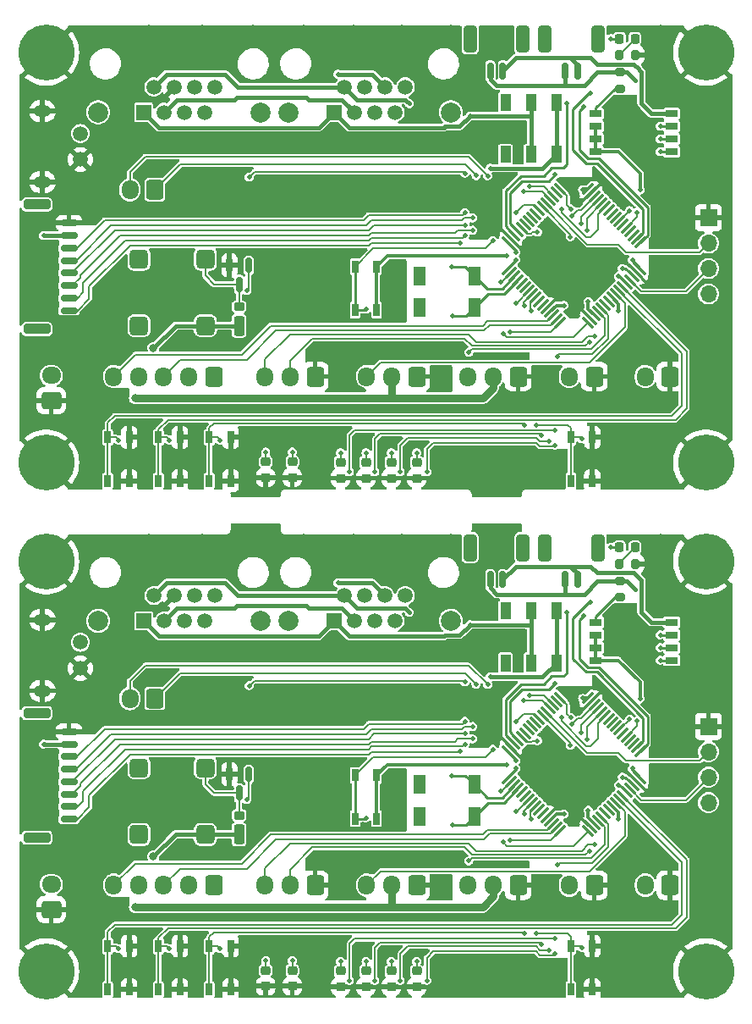
<source format=gbr>
%TF.GenerationSoftware,KiCad,Pcbnew,7.0.8*%
%TF.CreationDate,2024-02-13T15:10:35+09:00*%
%TF.ProjectId,446_CAN_Robomaster_newpanelize,3434365f-4341-44e5-9f52-6f626f6d6173,rev?*%
%TF.SameCoordinates,Original*%
%TF.FileFunction,Copper,L1,Top*%
%TF.FilePolarity,Positive*%
%FSLAX46Y46*%
G04 Gerber Fmt 4.6, Leading zero omitted, Abs format (unit mm)*
G04 Created by KiCad (PCBNEW 7.0.8) date 2024-02-13 15:10:35*
%MOMM*%
%LPD*%
G01*
G04 APERTURE LIST*
G04 Aperture macros list*
%AMRoundRect*
0 Rectangle with rounded corners*
0 $1 Rounding radius*
0 $2 $3 $4 $5 $6 $7 $8 $9 X,Y pos of 4 corners*
0 Add a 4 corners polygon primitive as box body*
4,1,4,$2,$3,$4,$5,$6,$7,$8,$9,$2,$3,0*
0 Add four circle primitives for the rounded corners*
1,1,$1+$1,$2,$3*
1,1,$1+$1,$4,$5*
1,1,$1+$1,$6,$7*
1,1,$1+$1,$8,$9*
0 Add four rect primitives between the rounded corners*
20,1,$1+$1,$2,$3,$4,$5,0*
20,1,$1+$1,$4,$5,$6,$7,0*
20,1,$1+$1,$6,$7,$8,$9,0*
20,1,$1+$1,$8,$9,$2,$3,0*%
G04 Aperture macros list end*
%TA.AperFunction,ComponentPad*%
%ADD10C,1.500000*%
%TD*%
%TA.AperFunction,ComponentPad*%
%ADD11O,1.700000X1.200000*%
%TD*%
%TA.AperFunction,SMDPad,CuDef*%
%ADD12R,0.650000X1.244000*%
%TD*%
%TA.AperFunction,SMDPad,CuDef*%
%ADD13RoundRect,0.218750X0.256250X-0.218750X0.256250X0.218750X-0.256250X0.218750X-0.256250X-0.218750X0*%
%TD*%
%TA.AperFunction,ComponentPad*%
%ADD14RoundRect,0.250000X0.600000X0.725000X-0.600000X0.725000X-0.600000X-0.725000X0.600000X-0.725000X0*%
%TD*%
%TA.AperFunction,ComponentPad*%
%ADD15O,1.700000X1.950000*%
%TD*%
%TA.AperFunction,SMDPad,CuDef*%
%ADD16RoundRect,0.250000X-0.300000X0.750000X-0.300000X-0.750000X0.300000X-0.750000X0.300000X0.750000X0*%
%TD*%
%TA.AperFunction,SMDPad,CuDef*%
%ADD17RoundRect,0.200000X-0.350000X0.200000X-0.350000X-0.200000X0.350000X-0.200000X0.350000X0.200000X0*%
%TD*%
%TA.AperFunction,ComponentPad*%
%ADD18R,1.700000X1.700000*%
%TD*%
%TA.AperFunction,ComponentPad*%
%ADD19O,1.700000X1.700000*%
%TD*%
%TA.AperFunction,ComponentPad*%
%ADD20C,5.600000*%
%TD*%
%TA.AperFunction,SMDPad,CuDef*%
%ADD21RoundRect,0.150000X0.150000X0.700000X-0.150000X0.700000X-0.150000X-0.700000X0.150000X-0.700000X0*%
%TD*%
%TA.AperFunction,SMDPad,CuDef*%
%ADD22RoundRect,0.331750X0.331750X1.018250X-0.331750X1.018250X-0.331750X-1.018250X0.331750X-1.018250X0*%
%TD*%
%TA.AperFunction,SMDPad,CuDef*%
%ADD23RoundRect,0.200000X-0.275000X0.200000X-0.275000X-0.200000X0.275000X-0.200000X0.275000X0.200000X0*%
%TD*%
%TA.AperFunction,SMDPad,CuDef*%
%ADD24RoundRect,0.150000X-0.150000X0.587500X-0.150000X-0.587500X0.150000X-0.587500X0.150000X0.587500X0*%
%TD*%
%TA.AperFunction,SMDPad,CuDef*%
%ADD25RoundRect,0.200000X-0.200000X-0.275000X0.200000X-0.275000X0.200000X0.275000X-0.200000X0.275000X0*%
%TD*%
%TA.AperFunction,ComponentPad*%
%ADD26RoundRect,0.250000X0.725000X-0.600000X0.725000X0.600000X-0.725000X0.600000X-0.725000X-0.600000X0*%
%TD*%
%TA.AperFunction,ComponentPad*%
%ADD27O,1.950000X1.700000*%
%TD*%
%TA.AperFunction,SMDPad,CuDef*%
%ADD28RoundRect,0.150000X-0.700000X0.150000X-0.700000X-0.150000X0.700000X-0.150000X0.700000X0.150000X0*%
%TD*%
%TA.AperFunction,SMDPad,CuDef*%
%ADD29RoundRect,0.250000X-1.100000X0.250000X-1.100000X-0.250000X1.100000X-0.250000X1.100000X0.250000X0*%
%TD*%
%TA.AperFunction,ComponentPad*%
%ADD30C,2.000000*%
%TD*%
%TA.AperFunction,ComponentPad*%
%ADD31R,1.500000X1.500000*%
%TD*%
%TA.AperFunction,SMDPad,CuDef*%
%ADD32RoundRect,0.475000X0.475000X0.475000X-0.475000X0.475000X-0.475000X-0.475000X0.475000X-0.475000X0*%
%TD*%
%TA.AperFunction,SMDPad,CuDef*%
%ADD33R,1.008000X1.651000*%
%TD*%
%TA.AperFunction,SMDPad,CuDef*%
%ADD34R,1.270000X0.760000*%
%TD*%
%TA.AperFunction,SMDPad,CuDef*%
%ADD35R,1.300000X1.900000*%
%TD*%
%TA.AperFunction,SMDPad,CuDef*%
%ADD36RoundRect,0.075000X-0.441942X-0.548008X0.548008X0.441942X0.441942X0.548008X-0.548008X-0.441942X0*%
%TD*%
%TA.AperFunction,SMDPad,CuDef*%
%ADD37RoundRect,0.075000X0.441942X-0.548008X0.548008X-0.441942X-0.441942X0.548008X-0.548008X0.441942X0*%
%TD*%
%TA.AperFunction,SMDPad,CuDef*%
%ADD38RoundRect,0.218750X0.218750X0.256250X-0.218750X0.256250X-0.218750X-0.256250X0.218750X-0.256250X0*%
%TD*%
%TA.AperFunction,ViaPad*%
%ADD39C,0.500000*%
%TD*%
%TA.AperFunction,ViaPad*%
%ADD40C,0.800000*%
%TD*%
%TA.AperFunction,Conductor*%
%ADD41C,0.150000*%
%TD*%
%TA.AperFunction,Conductor*%
%ADD42C,0.300000*%
%TD*%
%TA.AperFunction,Conductor*%
%ADD43C,0.400000*%
%TD*%
%TA.AperFunction,Conductor*%
%ADD44C,0.250000*%
%TD*%
%TA.AperFunction,Conductor*%
%ADD45C,0.200000*%
%TD*%
%TA.AperFunction,Conductor*%
%ADD46C,0.800000*%
%TD*%
G04 APERTURE END LIST*
D10*
%TO.P,U2,1,VBUS*%
%TO.N,Board_0-Net-(D5-A)*%
X6604000Y-11273000D03*
%TO.P,U2,2,GND*%
%TO.N,Board_0-GND*%
X6604000Y-13873000D03*
D11*
%TO.P,U2,3,Shield*%
X2804000Y-9023000D03*
X2804000Y-16123000D03*
%TD*%
D12*
%TO.P,SW2,1,1*%
%TO.N,Board_1-+3V3*%
X36254000Y-75416000D03*
X36254000Y-79760000D03*
%TO.P,SW2,2,2*%
%TO.N,Board_1-BOOT0*%
X34104000Y-75416000D03*
X34104000Y-79760000D03*
%TD*%
D13*
%TO.P,D1,1,K*%
%TO.N,Board_1-GND*%
X32639000Y-96570000D03*
%TO.P,D1,2,A*%
%TO.N,Board_1-Net-(D1-A)*%
X32639000Y-94995000D03*
%TD*%
%TO.P,D4,1,K*%
%TO.N,Board_0-GND*%
X37719000Y-45720000D03*
%TO.P,D4,2,A*%
%TO.N,Board_0-Net-(D4-A)*%
X37719000Y-44145000D03*
%TD*%
D14*
%TO.P,J16,1,Pin_1*%
%TO.N,Board_1-GND*%
X50419000Y-86410000D03*
D15*
%TO.P,J16,2,Pin_2*%
%TO.N,Board_1-5V_CAN0*%
X47919000Y-86410000D03*
%TO.P,J16,3,Pin_3*%
%TO.N,Board_1-INT1*%
X45419000Y-86410000D03*
%TD*%
D12*
%TO.P,SW6,1,1*%
%TO.N,Board_1-USR_SW0*%
X9339000Y-96837000D03*
X9339000Y-92493000D03*
%TO.P,SW6,2,2*%
%TO.N,Board_1-GND*%
X11489000Y-96837000D03*
X11489000Y-92493000D03*
%TD*%
D16*
%TO.P,D7,1,K*%
%TO.N,Board_0-5V_CAN0*%
X22479000Y-30480000D03*
D17*
%TO.P,D7,2,A*%
%TO.N,Board_0-Net-(D7-A)*%
X22479000Y-28580000D03*
%TD*%
D18*
%TO.P,J15,1,Pin_1*%
%TO.N,Board_1-GND*%
X69469000Y-70535000D03*
D19*
%TO.P,J15,2,Pin_2*%
%TO.N,Board_1-I2C2_SDA*%
X69469000Y-73075000D03*
%TO.P,J15,3,Pin_3*%
%TO.N,Board_1-I2C2_SCL*%
X69469000Y-75615000D03*
%TO.P,J15,4,Pin_4*%
%TO.N,Board_1-Net-(J15-Pin_4)*%
X69469000Y-78155000D03*
%TD*%
D20*
%TO.P,H1,1,1*%
%TO.N,Board_1-GND*%
X3175000Y-54025000D03*
%TD*%
D21*
%TO.P,J9,1,Pin_1*%
%TO.N,Board_0-CAN_1-*%
X48885000Y-5025000D03*
%TO.P,J9,2,Pin_2*%
%TO.N,Board_0-CAN_1+*%
X47635000Y-5025000D03*
D22*
%TO.P,J9,MP*%
%TO.N,N/C*%
X50898500Y-1825000D03*
X45621500Y-1825000D03*
%TD*%
D12*
%TO.P,SW5,1,1*%
%TO.N,Board_1-USR_SW1*%
X14419000Y-96837000D03*
X14419000Y-92493000D03*
%TO.P,SW5,2,2*%
%TO.N,Board_1-GND*%
X16569000Y-96837000D03*
X16569000Y-92493000D03*
%TD*%
D23*
%TO.P,R5,1*%
%TO.N,Board_0-CAN_1+*%
X60579000Y-5144000D03*
%TO.P,R5,2*%
%TO.N,Board_0-Net-(R5-Pad2)*%
X60579000Y-6794000D03*
%TD*%
D20*
%TO.P,H1,1,1*%
%TO.N,Board_0-GND*%
X3175000Y-3175000D03*
%TD*%
D14*
%TO.P,J14,1,Pin_1*%
%TO.N,Board_1-GND*%
X65639000Y-86410000D03*
D15*
%TO.P,J14,2,Pin_2*%
%TO.N,Board_1-GPIO_PA11*%
X63139000Y-86410000D03*
%TD*%
D21*
%TO.P,J8,1,Pin_1*%
%TO.N,Board_1-CAN_1-*%
X56378000Y-55875000D03*
%TO.P,J8,2,Pin_2*%
%TO.N,Board_1-CAN_1+*%
X55128000Y-55875000D03*
D22*
%TO.P,J8,MP*%
%TO.N,N/C*%
X58391500Y-52675000D03*
X53114500Y-52675000D03*
%TD*%
D24*
%TO.P,Q1,1,G*%
%TO.N,Board_0-Net-(Q1-G)*%
X23429000Y-24462500D03*
%TO.P,Q1,2,S*%
%TO.N,Board_0-GND*%
X21529000Y-24462500D03*
%TO.P,Q1,3,D*%
%TO.N,Board_0-Net-(D7-A)*%
X22479000Y-26337500D03*
%TD*%
D16*
%TO.P,D7,1,K*%
%TO.N,Board_1-5V_CAN0*%
X22479000Y-81330000D03*
D17*
%TO.P,D7,2,A*%
%TO.N,Board_1-Net-(D7-A)*%
X22479000Y-79430000D03*
%TD*%
D24*
%TO.P,Q1,1,G*%
%TO.N,Board_1-Net-(Q1-G)*%
X23429000Y-75312500D03*
%TO.P,Q1,2,S*%
%TO.N,Board_1-GND*%
X21529000Y-75312500D03*
%TO.P,Q1,3,D*%
%TO.N,Board_1-Net-(D7-A)*%
X22479000Y-77187500D03*
%TD*%
D25*
%TO.P,R10,1*%
%TO.N,Board_0-Net-(D3-K)*%
X60516000Y-3429000D03*
%TO.P,R10,2*%
%TO.N,Board_0-GND*%
X62166000Y-3429000D03*
%TD*%
D23*
%TO.P,R5,1*%
%TO.N,Board_1-CAN_1+*%
X60579000Y-55994000D03*
%TO.P,R5,2*%
%TO.N,Board_1-Net-(R5-Pad2)*%
X60579000Y-57644000D03*
%TD*%
D26*
%TO.P,J4,1,Pin_1*%
%TO.N,Board_1-GND*%
X3683000Y-88823000D03*
D27*
%TO.P,J4,2,Pin_2*%
%TO.N,Board_1-5V_CAN0*%
X3683000Y-86323000D03*
%TD*%
D18*
%TO.P,J15,1,Pin_1*%
%TO.N,Board_0-GND*%
X69469000Y-19685000D03*
D19*
%TO.P,J15,2,Pin_2*%
%TO.N,Board_0-I2C2_SDA*%
X69469000Y-22225000D03*
%TO.P,J15,3,Pin_3*%
%TO.N,Board_0-I2C2_SCL*%
X69469000Y-24765000D03*
%TO.P,J15,4,Pin_4*%
%TO.N,Board_0-Net-(J15-Pin_4)*%
X69469000Y-27305000D03*
%TD*%
D13*
%TO.P,D1,1,K*%
%TO.N,Board_0-GND*%
X32639000Y-45720000D03*
%TO.P,D1,2,A*%
%TO.N,Board_0-Net-(D1-A)*%
X32639000Y-44145000D03*
%TD*%
%TO.P,D6,1,K*%
%TO.N,Board_1-GND*%
X40259000Y-96570000D03*
%TO.P,D6,2,A*%
%TO.N,Board_1-Net-(D6-A)*%
X40259000Y-94995000D03*
%TD*%
D14*
%TO.P,J16,1,Pin_1*%
%TO.N,Board_0-GND*%
X50419000Y-35560000D03*
D15*
%TO.P,J16,2,Pin_2*%
%TO.N,Board_0-5V_CAN0*%
X47919000Y-35560000D03*
%TO.P,J16,3,Pin_3*%
%TO.N,Board_0-INT1*%
X45419000Y-35560000D03*
%TD*%
D13*
%TO.P,D9,1,K*%
%TO.N,Board_0-GND*%
X25146000Y-45657000D03*
%TO.P,D9,2,A*%
%TO.N,Board_0-Net-(D9-A)*%
X25146000Y-44082000D03*
%TD*%
D28*
%TO.P,J2,1,Pin_1*%
%TO.N,Board_0-GND*%
X5461000Y-20213000D03*
%TO.P,J2,2,Pin_2*%
%TO.N,Board_0-5V_CAN0*%
X5461000Y-21463000D03*
%TO.P,J2,3,Pin_3*%
%TO.N,Board_0-SWO*%
X5461000Y-22713000D03*
%TO.P,J2,4,Pin_4*%
%TO.N,Board_0-SWCLK*%
X5461000Y-23963000D03*
%TO.P,J2,5,Pin_5*%
%TO.N,Board_0-SWDIO*%
X5461000Y-25213000D03*
%TO.P,J2,6,Pin_6*%
%TO.N,Board_0-NRST*%
X5461000Y-26463000D03*
%TO.P,J2,7,Pin_7*%
%TO.N,Board_0-VCP_TX*%
X5461000Y-27713000D03*
%TO.P,J2,8,Pin_8*%
%TO.N,Board_0-VCP_RX*%
X5461000Y-28963000D03*
D29*
%TO.P,J2,MP*%
%TO.N,N/C*%
X2261000Y-18363000D03*
X2261000Y-30813000D03*
%TD*%
D20*
%TO.P,H2,1,1*%
%TO.N,Board_1-GND*%
X3175000Y-95025000D03*
%TD*%
D12*
%TO.P,SW4,1,1*%
%TO.N,Board_1-USR_SW2*%
X19499000Y-96837000D03*
X19499000Y-92493000D03*
%TO.P,SW4,2,2*%
%TO.N,Board_1-GND*%
X21649000Y-96837000D03*
X21649000Y-92493000D03*
%TD*%
D30*
%TO.P,J11,*%
%TO.N,*%
X43682000Y-59994000D03*
X27432000Y-59994000D03*
D31*
%TO.P,J11,1*%
%TO.N,Board_1-CAN_0+*%
X31987000Y-59994000D03*
D10*
%TO.P,J11,2*%
%TO.N,Board_1-CAN_0-*%
X33007000Y-57454000D03*
%TO.P,J11,3*%
%TO.N,Board_1-RJ45_3_0*%
X34027000Y-59994000D03*
%TO.P,J11,4*%
%TO.N,Board_1-GND*%
X35047000Y-57454000D03*
%TO.P,J11,5*%
X36067000Y-59994000D03*
%TO.P,J11,6*%
%TO.N,Board_1-RJ45_6_0*%
X37087000Y-57454000D03*
%TO.P,J11,7*%
%TO.N,Board_1-5V_CAN0*%
X38107000Y-59994000D03*
%TO.P,J11,8*%
X39127000Y-57454000D03*
%TD*%
D32*
%TO.P,LS1,*%
%TO.N,*%
X12461000Y-81330000D03*
X12461000Y-74680000D03*
%TO.P,LS1,1,1*%
%TO.N,Board_1-5V_CAN0*%
X19111000Y-81330000D03*
%TO.P,LS1,2,2*%
%TO.N,Board_1-Net-(D7-A)*%
X19111000Y-74680000D03*
%TD*%
D30*
%TO.P,J10,*%
%TO.N,*%
X24632000Y-9144000D03*
X8382000Y-9144000D03*
D31*
%TO.P,J10,1*%
%TO.N,Board_0-CAN_0+*%
X12937000Y-9144000D03*
D10*
%TO.P,J10,2*%
%TO.N,Board_0-CAN_0-*%
X13957000Y-6604000D03*
%TO.P,J10,3*%
%TO.N,Board_0-RJ45_3_0*%
X14977000Y-9144000D03*
%TO.P,J10,4*%
%TO.N,Board_0-GND*%
X15997000Y-6604000D03*
%TO.P,J10,5*%
X17017000Y-9144000D03*
%TO.P,J10,6*%
%TO.N,Board_0-RJ45_6_0*%
X18037000Y-6604000D03*
%TO.P,J10,7*%
%TO.N,Board_0-5V_CAN0*%
X19057000Y-9144000D03*
%TO.P,J10,8*%
X20077000Y-6604000D03*
%TD*%
D13*
%TO.P,D2,1,K*%
%TO.N,Board_1-GND*%
X35179000Y-96570000D03*
%TO.P,D2,2,A*%
%TO.N,Board_1-Net-(D2-A)*%
X35179000Y-94995000D03*
%TD*%
%TO.P,D4,1,K*%
%TO.N,Board_1-GND*%
X37719000Y-96570000D03*
%TO.P,D4,2,A*%
%TO.N,Board_1-Net-(D4-A)*%
X37719000Y-94995000D03*
%TD*%
%TO.P,D9,1,K*%
%TO.N,Board_1-GND*%
X25146000Y-96507000D03*
%TO.P,D9,2,A*%
%TO.N,Board_1-Net-(D9-A)*%
X25146000Y-94932000D03*
%TD*%
D12*
%TO.P,SW5,1,1*%
%TO.N,Board_0-USR_SW1*%
X14419000Y-45987000D03*
X14419000Y-41643000D03*
%TO.P,SW5,2,2*%
%TO.N,Board_0-GND*%
X16569000Y-45987000D03*
X16569000Y-41643000D03*
%TD*%
D33*
%TO.P,SW7,*%
%TO.N,*%
X49149000Y-13335000D03*
X49149000Y-8128000D03*
%TO.P,SW7,2,B*%
%TO.N,Board_0-CAN_0+*%
X51689000Y-13335000D03*
X51689000Y-8128000D03*
%TO.P,SW7,3,C*%
%TO.N,Board_0-Net-(SW7-C)*%
X54229000Y-13335000D03*
X54229000Y-8128000D03*
%TD*%
D20*
%TO.P,H4,1,1*%
%TO.N,Board_0-GND*%
X69215000Y-3175000D03*
%TD*%
D34*
%TO.P,SW1,1*%
%TO.N,Board_0-Net-(R2-Pad1)*%
X65786000Y-13081000D03*
%TO.P,SW1,2*%
%TO.N,Board_0-Net-(R3-Pad2)*%
X65786000Y-11811000D03*
%TO.P,SW1,3*%
%TO.N,Board_0-Net-(R4-Pad2)*%
X65786000Y-10541000D03*
%TO.P,SW1,4*%
%TO.N,Board_0-CAN_1-*%
X65786000Y-9271000D03*
%TO.P,SW1,5*%
%TO.N,Board_0-Net-(R5-Pad2)*%
X58166000Y-9271000D03*
%TO.P,SW1,6*%
%TO.N,Board_0-UnitSelect*%
X58166000Y-10541000D03*
%TO.P,SW1,7*%
X58166000Y-11811000D03*
%TO.P,SW1,8*%
X58166000Y-13081000D03*
%TD*%
D35*
%TO.P,Y1,1,CRYSTAL_1*%
%TO.N,Board_1-OSCL_IN*%
X46057000Y-76343000D03*
%TO.P,Y1,2,NC_1*%
%TO.N,Board_1-unconnected-(Y1-NC_1-Pad2)*%
X40557000Y-76343000D03*
%TO.P,Y1,3,NC_2*%
%TO.N,Board_1-unconnected-(Y1-NC_2-Pad3)*%
X40557000Y-79543000D03*
%TO.P,Y1,4,CRYSTAL_2*%
%TO.N,Board_1-OSCL_OUT*%
X46057000Y-79543000D03*
%TD*%
D30*
%TO.P,J10,*%
%TO.N,*%
X24632000Y-59994000D03*
X8382000Y-59994000D03*
D31*
%TO.P,J10,1*%
%TO.N,Board_1-CAN_0+*%
X12937000Y-59994000D03*
D10*
%TO.P,J10,2*%
%TO.N,Board_1-CAN_0-*%
X13957000Y-57454000D03*
%TO.P,J10,3*%
%TO.N,Board_1-RJ45_3_0*%
X14977000Y-59994000D03*
%TO.P,J10,4*%
%TO.N,Board_1-GND*%
X15997000Y-57454000D03*
%TO.P,J10,5*%
X17017000Y-59994000D03*
%TO.P,J10,6*%
%TO.N,Board_1-RJ45_6_0*%
X18037000Y-57454000D03*
%TO.P,J10,7*%
%TO.N,Board_1-5V_CAN0*%
X19057000Y-59994000D03*
%TO.P,J10,8*%
X20077000Y-57454000D03*
%TD*%
D21*
%TO.P,J8,1,Pin_1*%
%TO.N,Board_0-CAN_1-*%
X56378000Y-5025000D03*
%TO.P,J8,2,Pin_2*%
%TO.N,Board_0-CAN_1+*%
X55128000Y-5025000D03*
D22*
%TO.P,J8,MP*%
%TO.N,N/C*%
X58391500Y-1825000D03*
X53114500Y-1825000D03*
%TD*%
D20*
%TO.P,H2,1,1*%
%TO.N,Board_0-GND*%
X3175000Y-44175000D03*
%TD*%
D12*
%TO.P,SW4,1,1*%
%TO.N,Board_0-USR_SW2*%
X19499000Y-45987000D03*
X19499000Y-41643000D03*
%TO.P,SW4,2,2*%
%TO.N,Board_0-GND*%
X21649000Y-45987000D03*
X21649000Y-41643000D03*
%TD*%
D34*
%TO.P,SW1,1*%
%TO.N,Board_1-Net-(R2-Pad1)*%
X65786000Y-63931000D03*
%TO.P,SW1,2*%
%TO.N,Board_1-Net-(R3-Pad2)*%
X65786000Y-62661000D03*
%TO.P,SW1,3*%
%TO.N,Board_1-Net-(R4-Pad2)*%
X65786000Y-61391000D03*
%TO.P,SW1,4*%
%TO.N,Board_1-CAN_1-*%
X65786000Y-60121000D03*
%TO.P,SW1,5*%
%TO.N,Board_1-Net-(R5-Pad2)*%
X58166000Y-60121000D03*
%TO.P,SW1,6*%
%TO.N,Board_1-UnitSelect*%
X58166000Y-61391000D03*
%TO.P,SW1,7*%
X58166000Y-62661000D03*
%TO.P,SW1,8*%
X58166000Y-63931000D03*
%TD*%
D28*
%TO.P,J2,1,Pin_1*%
%TO.N,Board_1-GND*%
X5461000Y-71063000D03*
%TO.P,J2,2,Pin_2*%
%TO.N,Board_1-5V_CAN0*%
X5461000Y-72313000D03*
%TO.P,J2,3,Pin_3*%
%TO.N,Board_1-SWO*%
X5461000Y-73563000D03*
%TO.P,J2,4,Pin_4*%
%TO.N,Board_1-SWCLK*%
X5461000Y-74813000D03*
%TO.P,J2,5,Pin_5*%
%TO.N,Board_1-SWDIO*%
X5461000Y-76063000D03*
%TO.P,J2,6,Pin_6*%
%TO.N,Board_1-NRST*%
X5461000Y-77313000D03*
%TO.P,J2,7,Pin_7*%
%TO.N,Board_1-VCP_TX*%
X5461000Y-78563000D03*
%TO.P,J2,8,Pin_8*%
%TO.N,Board_1-VCP_RX*%
X5461000Y-79813000D03*
D29*
%TO.P,J2,MP*%
%TO.N,N/C*%
X2261000Y-69213000D03*
X2261000Y-81663000D03*
%TD*%
D14*
%TO.P,J3,1,Pin_1*%
%TO.N,Board_1-UART3_RX*%
X14057000Y-67741000D03*
D15*
%TO.P,J3,2,Pin_2*%
%TO.N,Board_1-UART3_TX*%
X11557000Y-67741000D03*
%TD*%
D26*
%TO.P,J4,1,Pin_1*%
%TO.N,Board_0-GND*%
X3683000Y-37973000D03*
D27*
%TO.P,J4,2,Pin_2*%
%TO.N,Board_0-5V_CAN0*%
X3683000Y-35473000D03*
%TD*%
D12*
%TO.P,SW2,1,1*%
%TO.N,Board_0-+3V3*%
X36254000Y-24566000D03*
X36254000Y-28910000D03*
%TO.P,SW2,2,2*%
%TO.N,Board_0-BOOT0*%
X34104000Y-24566000D03*
X34104000Y-28910000D03*
%TD*%
D36*
%TO.P,U1,1,VBAT*%
%TO.N,Board_1-+3V3*%
X49342519Y-75706181D03*
%TO.P,U1,2,PC13*%
%TO.N,Board_1-USR_SW2*%
X49696072Y-76059734D03*
%TO.P,U1,3,PC14*%
%TO.N,Board_1-OSCL_IN*%
X50049625Y-76413287D03*
%TO.P,U1,4,PC15*%
%TO.N,Board_1-OSCL_OUT*%
X50403179Y-76766841D03*
%TO.P,U1,5,PH0*%
%TO.N,Board_1-unconnected-(U1-PH0-Pad5)*%
X50756732Y-77120394D03*
%TO.P,U1,6,PH1*%
%TO.N,Board_1-unconnected-(U1-PH1-Pad6)*%
X51110286Y-77473948D03*
%TO.P,U1,7,NRST*%
%TO.N,Board_1-NRST*%
X51463839Y-77827501D03*
%TO.P,U1,8,PC0*%
%TO.N,Board_1-USR_LED1*%
X51817392Y-78181054D03*
%TO.P,U1,9,PC1*%
%TO.N,Board_1-USR_LED2*%
X52170946Y-78534608D03*
%TO.P,U1,10,PC2*%
%TO.N,Board_1-SPI2_MISO*%
X52524499Y-78888161D03*
%TO.P,U1,11,PC3*%
%TO.N,Board_1-SPI2_MOSI*%
X52878052Y-79241714D03*
%TO.P,U1,12,VSSA*%
%TO.N,Board_1-GND*%
X53231606Y-79595268D03*
%TO.P,U1,13,VDDA*%
%TO.N,Board_1-+3.3VA*%
X53585159Y-79948821D03*
%TO.P,U1,14,PA0*%
%TO.N,Board_1-ENC0B_PA0*%
X53938713Y-80302375D03*
%TO.P,U1,15,PA1*%
%TO.N,Board_1-ENC0A_PA1*%
X54292266Y-80655928D03*
%TO.P,U1,16,PA2*%
%TO.N,Board_1-VCP_TX*%
X54645819Y-81009481D03*
D37*
%TO.P,U1,17,PA3*%
%TO.N,Board_1-VCP_RX*%
X57368181Y-81009481D03*
%TO.P,U1,18,VSS*%
%TO.N,Board_1-GND*%
X57721734Y-80655928D03*
%TO.P,U1,19,VDD*%
%TO.N,Board_1-+3V3*%
X58075287Y-80302375D03*
%TO.P,U1,20,PA4*%
%TO.N,Board_1-INT1*%
X58428841Y-79948821D03*
%TO.P,U1,21,PA5*%
%TO.N,Board_1-LED1*%
X58782394Y-79595268D03*
%TO.P,U1,22,PA6*%
%TO.N,Board_1-Motor2CW_PA6*%
X59135948Y-79241714D03*
%TO.P,U1,23,PA7*%
%TO.N,Board_1-Motor2CCW_PA7*%
X59489501Y-78888161D03*
%TO.P,U1,24,PC4*%
%TO.N,Board_1-UnitSelect*%
X59843054Y-78534608D03*
%TO.P,U1,25,PC5*%
%TO.N,Board_1-INT0*%
X60196608Y-78181054D03*
%TO.P,U1,26,PB0*%
%TO.N,Board_1-USR_SW0*%
X60550161Y-77827501D03*
%TO.P,U1,27,PB1*%
%TO.N,Board_1-USR_SW1*%
X60903714Y-77473948D03*
%TO.P,U1,28,PB2*%
%TO.N,Board_1-Net-(U1-PB2)*%
X61257268Y-77120394D03*
%TO.P,U1,29,PB10*%
%TO.N,Board_1-I2C2_SCL*%
X61610821Y-76766841D03*
%TO.P,U1,30,VCAP_1*%
%TO.N,Board_1-Net-(U1-VCAP_1)*%
X61964375Y-76413287D03*
%TO.P,U1,31,VSS*%
%TO.N,Board_1-GND*%
X62317928Y-76059734D03*
%TO.P,U1,32,VDD*%
%TO.N,Board_1-+3V3*%
X62671481Y-75706181D03*
D36*
%TO.P,U1,33,PB12*%
%TO.N,Board_1-CAN_RD_1*%
X62671481Y-72983819D03*
%TO.P,U1,34,PB13*%
%TO.N,Board_1-CAN_TD_1*%
X62317928Y-72630266D03*
%TO.P,U1,35,PB14*%
%TO.N,Board_1-Motor3CW_PB14*%
X61964375Y-72276713D03*
%TO.P,U1,36,PB15*%
%TO.N,Board_1-Motor3CCW_PB15*%
X61610821Y-71923159D03*
%TO.P,U1,37,PC6*%
%TO.N,Board_1-Motor0CW_PC6*%
X61257268Y-71569606D03*
%TO.P,U1,38,PC7*%
%TO.N,Board_1-Motor1CCW_PC7*%
X60903714Y-71216052D03*
%TO.P,U1,39,PC8*%
%TO.N,Board_1-Motor0CCW_PC8*%
X60550161Y-70862499D03*
%TO.P,U1,40,PC9*%
%TO.N,Board_1-Motor1CW_PC9*%
X60196608Y-70508946D03*
%TO.P,U1,41,PA8*%
%TO.N,Board_1-SPI2_CS*%
X59843054Y-70155392D03*
%TO.P,U1,42,PA9*%
%TO.N,Board_1-SPI2_SCK*%
X59489501Y-69801839D03*
%TO.P,U1,43,PA10*%
%TO.N,Board_1-BUZZER*%
X59135948Y-69448286D03*
%TO.P,U1,44,PA11*%
%TO.N,Board_1-GPIO_PA11*%
X58782394Y-69094732D03*
%TO.P,U1,45,PA12*%
%TO.N,Board_1-GPIO_PA12*%
X58428841Y-68741179D03*
%TO.P,U1,46,PA13*%
%TO.N,Board_1-SWDIO*%
X58075287Y-68387625D03*
%TO.P,U1,47,VSS*%
%TO.N,Board_1-GND*%
X57721734Y-68034072D03*
%TO.P,U1,48,VDD*%
%TO.N,Board_1-+3V3*%
X57368181Y-67680519D03*
D37*
%TO.P,U1,49,PA14*%
%TO.N,Board_1-SWCLK*%
X54645819Y-67680519D03*
%TO.P,U1,50,PA15*%
%TO.N,Board_1-unconnected-(U1-PA15-Pad50)*%
X54292266Y-68034072D03*
%TO.P,U1,51,PC10*%
%TO.N,Board_1-UART3_TX*%
X53938713Y-68387625D03*
%TO.P,U1,52,PC11*%
%TO.N,Board_1-UART3_RX*%
X53585159Y-68741179D03*
%TO.P,U1,53,PC12*%
%TO.N,Board_1-I2C2_SDA*%
X53231606Y-69094732D03*
%TO.P,U1,54,PD2*%
%TO.N,Board_1-USR_LED0*%
X52878052Y-69448286D03*
%TO.P,U1,55,PB3*%
%TO.N,Board_1-SWO*%
X52524499Y-69801839D03*
%TO.P,U1,56,PB4*%
%TO.N,Board_1-ENC3B_PB4*%
X52170946Y-70155392D03*
%TO.P,U1,57,PB5*%
%TO.N,Board_1-ENC3A_PB5*%
X51817392Y-70508946D03*
%TO.P,U1,58,PB6*%
%TO.N,Board_1-ENC1B_PB6*%
X51463839Y-70862499D03*
%TO.P,U1,59,PB7*%
%TO.N,Board_1-ENC1A_PB7*%
X51110286Y-71216052D03*
%TO.P,U1,60,BOOT0*%
%TO.N,Board_1-BOOT0*%
X50756732Y-71569606D03*
%TO.P,U1,61,PB8*%
%TO.N,Board_1-CAN_RD_0*%
X50403179Y-71923159D03*
%TO.P,U1,62,PB9*%
%TO.N,Board_1-CAN_TD_0*%
X50049625Y-72276713D03*
%TO.P,U1,63,VSS*%
%TO.N,Board_1-GND*%
X49696072Y-72630266D03*
%TO.P,U1,64,VDD*%
%TO.N,Board_1-+3V3*%
X49342519Y-72983819D03*
%TD*%
D12*
%TO.P,SW6,1,1*%
%TO.N,Board_0-USR_SW0*%
X9339000Y-45987000D03*
X9339000Y-41643000D03*
%TO.P,SW6,2,2*%
%TO.N,Board_0-GND*%
X11489000Y-45987000D03*
X11489000Y-41643000D03*
%TD*%
D20*
%TO.P,H4,1,1*%
%TO.N,Board_1-GND*%
X69215000Y-54025000D03*
%TD*%
D14*
%TO.P,J14,1,Pin_1*%
%TO.N,Board_0-GND*%
X65639000Y-35560000D03*
D15*
%TO.P,J14,2,Pin_2*%
%TO.N,Board_0-GPIO_PA11*%
X63139000Y-35560000D03*
%TD*%
D14*
%TO.P,J17,1,Pin_1*%
%TO.N,Board_1-GND*%
X58039000Y-86410000D03*
D15*
%TO.P,J17,2,Pin_2*%
%TO.N,Board_1-GPIO_PA12*%
X55539000Y-86410000D03*
%TD*%
D14*
%TO.P,J12,1,Pin_1*%
%TO.N,Board_0-GND*%
X40259000Y-35560000D03*
D15*
%TO.P,J12,2,Pin_2*%
%TO.N,Board_0-5V_CAN0*%
X37759000Y-35560000D03*
%TO.P,J12,3,Pin_3*%
%TO.N,Board_0-INT0*%
X35259000Y-35560000D03*
%TD*%
D14*
%TO.P,J12,1,Pin_1*%
%TO.N,Board_1-GND*%
X40259000Y-86410000D03*
D15*
%TO.P,J12,2,Pin_2*%
%TO.N,Board_1-5V_CAN0*%
X37759000Y-86410000D03*
%TO.P,J12,3,Pin_3*%
%TO.N,Board_1-INT0*%
X35259000Y-86410000D03*
%TD*%
D36*
%TO.P,U1,1,VBAT*%
%TO.N,Board_0-+3V3*%
X49342519Y-24856181D03*
%TO.P,U1,2,PC13*%
%TO.N,Board_0-USR_SW2*%
X49696072Y-25209734D03*
%TO.P,U1,3,PC14*%
%TO.N,Board_0-OSCL_IN*%
X50049625Y-25563287D03*
%TO.P,U1,4,PC15*%
%TO.N,Board_0-OSCL_OUT*%
X50403179Y-25916841D03*
%TO.P,U1,5,PH0*%
%TO.N,Board_0-unconnected-(U1-PH0-Pad5)*%
X50756732Y-26270394D03*
%TO.P,U1,6,PH1*%
%TO.N,Board_0-unconnected-(U1-PH1-Pad6)*%
X51110286Y-26623948D03*
%TO.P,U1,7,NRST*%
%TO.N,Board_0-NRST*%
X51463839Y-26977501D03*
%TO.P,U1,8,PC0*%
%TO.N,Board_0-USR_LED1*%
X51817392Y-27331054D03*
%TO.P,U1,9,PC1*%
%TO.N,Board_0-USR_LED2*%
X52170946Y-27684608D03*
%TO.P,U1,10,PC2*%
%TO.N,Board_0-SPI2_MISO*%
X52524499Y-28038161D03*
%TO.P,U1,11,PC3*%
%TO.N,Board_0-SPI2_MOSI*%
X52878052Y-28391714D03*
%TO.P,U1,12,VSSA*%
%TO.N,Board_0-GND*%
X53231606Y-28745268D03*
%TO.P,U1,13,VDDA*%
%TO.N,Board_0-+3.3VA*%
X53585159Y-29098821D03*
%TO.P,U1,14,PA0*%
%TO.N,Board_0-ENC0B_PA0*%
X53938713Y-29452375D03*
%TO.P,U1,15,PA1*%
%TO.N,Board_0-ENC0A_PA1*%
X54292266Y-29805928D03*
%TO.P,U1,16,PA2*%
%TO.N,Board_0-VCP_TX*%
X54645819Y-30159481D03*
D37*
%TO.P,U1,17,PA3*%
%TO.N,Board_0-VCP_RX*%
X57368181Y-30159481D03*
%TO.P,U1,18,VSS*%
%TO.N,Board_0-GND*%
X57721734Y-29805928D03*
%TO.P,U1,19,VDD*%
%TO.N,Board_0-+3V3*%
X58075287Y-29452375D03*
%TO.P,U1,20,PA4*%
%TO.N,Board_0-INT1*%
X58428841Y-29098821D03*
%TO.P,U1,21,PA5*%
%TO.N,Board_0-LED1*%
X58782394Y-28745268D03*
%TO.P,U1,22,PA6*%
%TO.N,Board_0-Motor2CW_PA6*%
X59135948Y-28391714D03*
%TO.P,U1,23,PA7*%
%TO.N,Board_0-Motor2CCW_PA7*%
X59489501Y-28038161D03*
%TO.P,U1,24,PC4*%
%TO.N,Board_0-UnitSelect*%
X59843054Y-27684608D03*
%TO.P,U1,25,PC5*%
%TO.N,Board_0-INT0*%
X60196608Y-27331054D03*
%TO.P,U1,26,PB0*%
%TO.N,Board_0-USR_SW0*%
X60550161Y-26977501D03*
%TO.P,U1,27,PB1*%
%TO.N,Board_0-USR_SW1*%
X60903714Y-26623948D03*
%TO.P,U1,28,PB2*%
%TO.N,Board_0-Net-(U1-PB2)*%
X61257268Y-26270394D03*
%TO.P,U1,29,PB10*%
%TO.N,Board_0-I2C2_SCL*%
X61610821Y-25916841D03*
%TO.P,U1,30,VCAP_1*%
%TO.N,Board_0-Net-(U1-VCAP_1)*%
X61964375Y-25563287D03*
%TO.P,U1,31,VSS*%
%TO.N,Board_0-GND*%
X62317928Y-25209734D03*
%TO.P,U1,32,VDD*%
%TO.N,Board_0-+3V3*%
X62671481Y-24856181D03*
D36*
%TO.P,U1,33,PB12*%
%TO.N,Board_0-CAN_RD_1*%
X62671481Y-22133819D03*
%TO.P,U1,34,PB13*%
%TO.N,Board_0-CAN_TD_1*%
X62317928Y-21780266D03*
%TO.P,U1,35,PB14*%
%TO.N,Board_0-Motor3CW_PB14*%
X61964375Y-21426713D03*
%TO.P,U1,36,PB15*%
%TO.N,Board_0-Motor3CCW_PB15*%
X61610821Y-21073159D03*
%TO.P,U1,37,PC6*%
%TO.N,Board_0-Motor0CW_PC6*%
X61257268Y-20719606D03*
%TO.P,U1,38,PC7*%
%TO.N,Board_0-Motor1CCW_PC7*%
X60903714Y-20366052D03*
%TO.P,U1,39,PC8*%
%TO.N,Board_0-Motor0CCW_PC8*%
X60550161Y-20012499D03*
%TO.P,U1,40,PC9*%
%TO.N,Board_0-Motor1CW_PC9*%
X60196608Y-19658946D03*
%TO.P,U1,41,PA8*%
%TO.N,Board_0-SPI2_CS*%
X59843054Y-19305392D03*
%TO.P,U1,42,PA9*%
%TO.N,Board_0-SPI2_SCK*%
X59489501Y-18951839D03*
%TO.P,U1,43,PA10*%
%TO.N,Board_0-BUZZER*%
X59135948Y-18598286D03*
%TO.P,U1,44,PA11*%
%TO.N,Board_0-GPIO_PA11*%
X58782394Y-18244732D03*
%TO.P,U1,45,PA12*%
%TO.N,Board_0-GPIO_PA12*%
X58428841Y-17891179D03*
%TO.P,U1,46,PA13*%
%TO.N,Board_0-SWDIO*%
X58075287Y-17537625D03*
%TO.P,U1,47,VSS*%
%TO.N,Board_0-GND*%
X57721734Y-17184072D03*
%TO.P,U1,48,VDD*%
%TO.N,Board_0-+3V3*%
X57368181Y-16830519D03*
D37*
%TO.P,U1,49,PA14*%
%TO.N,Board_0-SWCLK*%
X54645819Y-16830519D03*
%TO.P,U1,50,PA15*%
%TO.N,Board_0-unconnected-(U1-PA15-Pad50)*%
X54292266Y-17184072D03*
%TO.P,U1,51,PC10*%
%TO.N,Board_0-UART3_TX*%
X53938713Y-17537625D03*
%TO.P,U1,52,PC11*%
%TO.N,Board_0-UART3_RX*%
X53585159Y-17891179D03*
%TO.P,U1,53,PC12*%
%TO.N,Board_0-I2C2_SDA*%
X53231606Y-18244732D03*
%TO.P,U1,54,PD2*%
%TO.N,Board_0-USR_LED0*%
X52878052Y-18598286D03*
%TO.P,U1,55,PB3*%
%TO.N,Board_0-SWO*%
X52524499Y-18951839D03*
%TO.P,U1,56,PB4*%
%TO.N,Board_0-ENC3B_PB4*%
X52170946Y-19305392D03*
%TO.P,U1,57,PB5*%
%TO.N,Board_0-ENC3A_PB5*%
X51817392Y-19658946D03*
%TO.P,U1,58,PB6*%
%TO.N,Board_0-ENC1B_PB6*%
X51463839Y-20012499D03*
%TO.P,U1,59,PB7*%
%TO.N,Board_0-ENC1A_PB7*%
X51110286Y-20366052D03*
%TO.P,U1,60,BOOT0*%
%TO.N,Board_0-BOOT0*%
X50756732Y-20719606D03*
%TO.P,U1,61,PB8*%
%TO.N,Board_0-CAN_RD_0*%
X50403179Y-21073159D03*
%TO.P,U1,62,PB9*%
%TO.N,Board_0-CAN_TD_0*%
X50049625Y-21426713D03*
%TO.P,U1,63,VSS*%
%TO.N,Board_0-GND*%
X49696072Y-21780266D03*
%TO.P,U1,64,VDD*%
%TO.N,Board_0-+3V3*%
X49342519Y-22133819D03*
%TD*%
D33*
%TO.P,SW7,*%
%TO.N,*%
X49149000Y-64185000D03*
X49149000Y-58978000D03*
%TO.P,SW7,2,B*%
%TO.N,Board_1-CAN_0+*%
X51689000Y-64185000D03*
X51689000Y-58978000D03*
%TO.P,SW7,3,C*%
%TO.N,Board_1-Net-(SW7-C)*%
X54229000Y-64185000D03*
X54229000Y-58978000D03*
%TD*%
D12*
%TO.P,SW3,1,1*%
%TO.N,Board_0-NRST*%
X55694000Y-45987000D03*
X55694000Y-41643000D03*
%TO.P,SW3,2,2*%
%TO.N,Board_0-GND*%
X57844000Y-45987000D03*
X57844000Y-41643000D03*
%TD*%
D14*
%TO.P,J1,1,Pin_1*%
%TO.N,Board_0-GND*%
X19939000Y-35560000D03*
D15*
%TO.P,J1,2,Pin_2*%
%TO.N,Board_0-unconnected-(J1-Pin_2-Pad2)*%
X17439000Y-35560000D03*
%TO.P,J1,3,Pin_3*%
%TO.N,Board_0-ENC0A_PA1*%
X14939000Y-35560000D03*
%TO.P,J1,4,Pin_4*%
%TO.N,Board_0-5V_CAN0*%
X12439000Y-35560000D03*
%TO.P,J1,5,Pin_5*%
%TO.N,Board_0-ENC0B_PA0*%
X9939000Y-35560000D03*
%TD*%
D30*
%TO.P,J11,*%
%TO.N,*%
X43682000Y-9144000D03*
X27432000Y-9144000D03*
D31*
%TO.P,J11,1*%
%TO.N,Board_0-CAN_0+*%
X31987000Y-9144000D03*
D10*
%TO.P,J11,2*%
%TO.N,Board_0-CAN_0-*%
X33007000Y-6604000D03*
%TO.P,J11,3*%
%TO.N,Board_0-RJ45_3_0*%
X34027000Y-9144000D03*
%TO.P,J11,4*%
%TO.N,Board_0-GND*%
X35047000Y-6604000D03*
%TO.P,J11,5*%
X36067000Y-9144000D03*
%TO.P,J11,6*%
%TO.N,Board_0-RJ45_6_0*%
X37087000Y-6604000D03*
%TO.P,J11,7*%
%TO.N,Board_0-5V_CAN0*%
X38107000Y-9144000D03*
%TO.P,J11,8*%
X39127000Y-6604000D03*
%TD*%
D14*
%TO.P,J13,1,Pin_1*%
%TO.N,Board_0-GND*%
X30099000Y-35560000D03*
D15*
%TO.P,J13,2,Pin_2*%
%TO.N,Board_0-Motor0CW_PC6*%
X27599000Y-35560000D03*
%TO.P,J13,3,Pin_3*%
%TO.N,Board_0-Motor0CCW_PC8*%
X25099000Y-35560000D03*
%TD*%
D10*
%TO.P,U2,1,VBUS*%
%TO.N,Board_1-Net-(D5-A)*%
X6604000Y-62123000D03*
%TO.P,U2,2,GND*%
%TO.N,Board_1-GND*%
X6604000Y-64723000D03*
D11*
%TO.P,U2,3,Shield*%
X2804000Y-59873000D03*
X2804000Y-66973000D03*
%TD*%
D14*
%TO.P,J13,1,Pin_1*%
%TO.N,Board_1-GND*%
X30099000Y-86410000D03*
D15*
%TO.P,J13,2,Pin_2*%
%TO.N,Board_1-Motor0CW_PC6*%
X27599000Y-86410000D03*
%TO.P,J13,3,Pin_3*%
%TO.N,Board_1-Motor0CCW_PC8*%
X25099000Y-86410000D03*
%TD*%
D25*
%TO.P,R10,1*%
%TO.N,Board_1-Net-(D3-K)*%
X60516000Y-54279000D03*
%TO.P,R10,2*%
%TO.N,Board_1-GND*%
X62166000Y-54279000D03*
%TD*%
D13*
%TO.P,D8,1,K*%
%TO.N,Board_1-GND*%
X27813000Y-96507000D03*
%TO.P,D8,2,A*%
%TO.N,Board_1-Net-(D8-A)*%
X27813000Y-94932000D03*
%TD*%
D12*
%TO.P,SW3,1,1*%
%TO.N,Board_1-NRST*%
X55694000Y-96837000D03*
X55694000Y-92493000D03*
%TO.P,SW3,2,2*%
%TO.N,Board_1-GND*%
X57844000Y-96837000D03*
X57844000Y-92493000D03*
%TD*%
D32*
%TO.P,LS1,*%
%TO.N,*%
X12461000Y-30480000D03*
X12461000Y-23830000D03*
%TO.P,LS1,1,1*%
%TO.N,Board_0-5V_CAN0*%
X19111000Y-30480000D03*
%TO.P,LS1,2,2*%
%TO.N,Board_0-Net-(D7-A)*%
X19111000Y-23830000D03*
%TD*%
D14*
%TO.P,J17,1,Pin_1*%
%TO.N,Board_0-GND*%
X58039000Y-35560000D03*
D15*
%TO.P,J17,2,Pin_2*%
%TO.N,Board_0-GPIO_PA12*%
X55539000Y-35560000D03*
%TD*%
D13*
%TO.P,D8,1,K*%
%TO.N,Board_0-GND*%
X27813000Y-45657000D03*
%TO.P,D8,2,A*%
%TO.N,Board_0-Net-(D8-A)*%
X27813000Y-44082000D03*
%TD*%
D38*
%TO.P,D3,1,K*%
%TO.N,Board_1-Net-(D3-K)*%
X62128500Y-52628000D03*
%TO.P,D3,2,A*%
%TO.N,Board_1-5V_CAN0*%
X60553500Y-52628000D03*
%TD*%
D13*
%TO.P,D2,1,K*%
%TO.N,Board_0-GND*%
X35179000Y-45720000D03*
%TO.P,D2,2,A*%
%TO.N,Board_0-Net-(D2-A)*%
X35179000Y-44145000D03*
%TD*%
D20*
%TO.P,H3,1,1*%
%TO.N,Board_1-GND*%
X69215000Y-95025000D03*
%TD*%
D14*
%TO.P,J3,1,Pin_1*%
%TO.N,Board_0-UART3_RX*%
X14057000Y-16891000D03*
D15*
%TO.P,J3,2,Pin_2*%
%TO.N,Board_0-UART3_TX*%
X11557000Y-16891000D03*
%TD*%
D38*
%TO.P,D3,1,K*%
%TO.N,Board_0-Net-(D3-K)*%
X62128500Y-1778000D03*
%TO.P,D3,2,A*%
%TO.N,Board_0-5V_CAN0*%
X60553500Y-1778000D03*
%TD*%
D35*
%TO.P,Y1,1,CRYSTAL_1*%
%TO.N,Board_0-OSCL_IN*%
X46057000Y-25493000D03*
%TO.P,Y1,2,NC_1*%
%TO.N,Board_0-unconnected-(Y1-NC_1-Pad2)*%
X40557000Y-25493000D03*
%TO.P,Y1,3,NC_2*%
%TO.N,Board_0-unconnected-(Y1-NC_2-Pad3)*%
X40557000Y-28693000D03*
%TO.P,Y1,4,CRYSTAL_2*%
%TO.N,Board_0-OSCL_OUT*%
X46057000Y-28693000D03*
%TD*%
D21*
%TO.P,J9,1,Pin_1*%
%TO.N,Board_1-CAN_1-*%
X48885000Y-55875000D03*
%TO.P,J9,2,Pin_2*%
%TO.N,Board_1-CAN_1+*%
X47635000Y-55875000D03*
D22*
%TO.P,J9,MP*%
%TO.N,N/C*%
X50898500Y-52675000D03*
X45621500Y-52675000D03*
%TD*%
D13*
%TO.P,D6,1,K*%
%TO.N,Board_0-GND*%
X40259000Y-45720000D03*
%TO.P,D6,2,A*%
%TO.N,Board_0-Net-(D6-A)*%
X40259000Y-44145000D03*
%TD*%
D20*
%TO.P,H3,1,1*%
%TO.N,Board_0-GND*%
X69215000Y-44175000D03*
%TD*%
D14*
%TO.P,J1,1,Pin_1*%
%TO.N,Board_1-GND*%
X19939000Y-86410000D03*
D15*
%TO.P,J1,2,Pin_2*%
%TO.N,Board_1-unconnected-(J1-Pin_2-Pad2)*%
X17439000Y-86410000D03*
%TO.P,J1,3,Pin_3*%
%TO.N,Board_1-ENC0A_PA1*%
X14939000Y-86410000D03*
%TO.P,J1,4,Pin_4*%
%TO.N,Board_1-5V_CAN0*%
X12439000Y-86410000D03*
%TO.P,J1,5,Pin_5*%
%TO.N,Board_1-ENC0B_PA0*%
X9939000Y-86410000D03*
%TD*%
D39*
%TO.N,Board_1-VCP_TX*%
X45085000Y-72313000D03*
X49580919Y-81954816D03*
%TO.N,Board_1-VCP_RX*%
X48895000Y-82092000D03*
X44577000Y-73058500D03*
%TO.N,Board_1-UnitSelect*%
X60458866Y-79812866D03*
X62611000Y-67741000D03*
%TO.N,Board_1-USR_SW2*%
X20574000Y-92760000D03*
X51054000Y-91252500D03*
X48639723Y-77010723D03*
%TO.N,Board_1-USR_SW1*%
X15494000Y-92760000D03*
%TO.N,Board_1-USR_SW0*%
X10414000Y-92760000D03*
%TO.N,Board_1-USR_LED2*%
X38608000Y-95935000D03*
X51689000Y-79806000D03*
X53467000Y-92887000D03*
%TO.N,Board_1-USR_LED1*%
X51054000Y-79298000D03*
X36068000Y-95935000D03*
X52722000Y-92301500D03*
%TO.N,Board_1-USR_LED0*%
X54102000Y-91777000D03*
X33528000Y-95935000D03*
X55626000Y-72440000D03*
%TO.N,Board_1-UART3_TX*%
X51562000Y-67426500D03*
X47371000Y-66344000D03*
%TO.N,Board_1-UART3_RX*%
X50927000Y-67951000D03*
X46211500Y-66327500D03*
%TO.N,Board_1-SWO*%
X45085000Y-70027000D03*
X50173500Y-70027000D03*
%TO.N,Board_1-SWDIO*%
X55826727Y-70354517D03*
X45085000Y-71264000D03*
%TO.N,Board_1-SWCLK*%
X55697989Y-69666963D03*
X45847000Y-70551500D03*
%TO.N,Board_1-RJ45_6_0*%
X32385000Y-56184000D03*
%TO.N,Board_1-OSCL_OUT*%
X43859000Y-80394000D03*
%TO.N,Board_1-OSCL_IN*%
X43732000Y-75441000D03*
%TO.N,Board_1-Net-(U1-VCAP_1)*%
X60833000Y-75615000D03*
%TO.N,Board_1-Net-(U1-PB2)*%
X60452000Y-76377000D03*
%TO.N,Board_1-Net-(SW7-C)*%
X47625000Y-65582000D03*
%TO.N,Board_1-Net-(R4-Pad2)*%
X64643000Y-61391000D03*
%TO.N,Board_1-Net-(R3-Pad2)*%
X64643000Y-62661000D03*
%TO.N,Board_1-Net-(R2-Pad1)*%
X64643000Y-63931000D03*
%TO.N,Board_1-Net-(Q1-G)*%
X23241000Y-77828750D03*
%TO.N,Board_1-Net-(D9-A)*%
X25146000Y-93967000D03*
%TO.N,Board_1-Net-(D8-A)*%
X27813000Y-93967000D03*
%TO.N,Board_1-Net-(D6-A)*%
X40259000Y-94030000D03*
%TO.N,Board_1-Net-(D4-A)*%
X37719000Y-94030000D03*
%TO.N,Board_1-Net-(D2-A)*%
X35189783Y-94033368D03*
%TO.N,Board_1-Net-(D1-A)*%
X32639000Y-94030000D03*
%TO.N,Board_1-NRST*%
X56769000Y-92633000D03*
X50165000Y-79044000D03*
X45847000Y-71788500D03*
X52197000Y-91252500D03*
%TO.N,Board_1-Motor0CW_PC6*%
X57531000Y-82981000D03*
X62337883Y-69989431D03*
%TO.N,Board_1-Motor0CCW_PC8*%
X61559492Y-69815774D03*
X58039000Y-82346000D03*
%TO.N,Board_1-LED1*%
X41275000Y-95935000D03*
X54356000Y-84378000D03*
X54102000Y-93268000D03*
%TO.N,Board_1-INT1*%
X45466000Y-83980500D03*
%TO.N,Board_1-GPIO_PA12*%
X56738298Y-71139298D03*
%TO.N,Board_1-GPIO_PA11*%
X57277000Y-71805000D03*
%TO.N,Board_1-GND*%
X55839992Y-68208992D03*
X63881000Y-65582000D03*
X16002000Y-54660000D03*
X32639000Y-86283000D03*
X24003000Y-70027000D03*
X42672000Y-63550000D03*
X29083000Y-66725000D03*
X37846000Y-63550000D03*
X23876000Y-51485000D03*
X44323000Y-84251000D03*
X63808500Y-73329000D03*
X762000Y-58597000D03*
X59182000Y-96824000D03*
X14859000Y-63550000D03*
X19685000Y-54533000D03*
X59309000Y-62788000D03*
X64008000Y-60816500D03*
X64262000Y-59359000D03*
X9652000Y-84505000D03*
X57150000Y-66852000D03*
X71120000Y-79933000D03*
X68199000Y-86410000D03*
X1143000Y-75107000D03*
X38735000Y-51485000D03*
X38735000Y-75361000D03*
X39624000Y-63550000D03*
X46101000Y-69265000D03*
X54610000Y-72313000D03*
X12446000Y-54660000D03*
X48387000Y-69265000D03*
X28956000Y-51485000D03*
X46482000Y-84378000D03*
X23114000Y-92506000D03*
X50419000Y-64820000D03*
X39624000Y-60629000D03*
X32893000Y-74091000D03*
X45339000Y-58978000D03*
X32893000Y-80695000D03*
X41529000Y-59232000D03*
X33909000Y-51485000D03*
X52070000Y-76377000D03*
X22987000Y-63550000D03*
X59690000Y-51612000D03*
X32385000Y-54279000D03*
X58928000Y-77266000D03*
X26035000Y-80695000D03*
X32893000Y-63550000D03*
X42799000Y-86410000D03*
X54483000Y-96824000D03*
X71120000Y-66217000D03*
X49911000Y-97332000D03*
X13081000Y-91363000D03*
X63839500Y-74726000D03*
X22225000Y-70027000D03*
X47371000Y-51612000D03*
X38354000Y-54025000D03*
X60325000Y-58724000D03*
X65786000Y-80695000D03*
X44704000Y-56438000D03*
X59309000Y-61264000D03*
X34925000Y-54152000D03*
X38735000Y-80314000D03*
X64643000Y-51485000D03*
X55245000Y-66979000D03*
X13462000Y-51485000D03*
X11430000Y-57962000D03*
X62103000Y-80695000D03*
X49149000Y-51612000D03*
X10287000Y-96824000D03*
X54483000Y-94284000D03*
X30226000Y-93903000D03*
X44704000Y-97205000D03*
X71120000Y-74472000D03*
X66421000Y-66217000D03*
X64770000Y-64820000D03*
X71120000Y-86410000D03*
X762000Y-63296000D03*
X46736000Y-56438000D03*
X71120000Y-60375000D03*
X18923000Y-63550000D03*
X53848000Y-77647000D03*
X68453000Y-60375000D03*
X59182000Y-92506000D03*
X59309000Y-59740000D03*
X64770000Y-66344000D03*
X50419000Y-84378000D03*
X37211000Y-66725000D03*
X27305000Y-63550000D03*
X61722000Y-58724000D03*
X60579000Y-83870000D03*
X56007000Y-75869000D03*
X49022000Y-66598000D03*
X15367000Y-96824000D03*
X43688000Y-51485000D03*
X18796000Y-51485000D03*
X20447000Y-96824000D03*
X57025901Y-73622890D03*
X49784000Y-62026000D03*
X18161000Y-92125000D03*
X11049000Y-61264000D03*
X26035000Y-74091000D03*
%TO.N,Board_1-CAN_TD_1*%
X57658000Y-58089000D03*
%TO.N,Board_1-CAN_TD_0*%
X55245000Y-59105000D03*
%TO.N,Board_1-CAN_RD_1*%
X56944500Y-59447733D03*
%TO.N,Board_1-CAN_RD_0*%
X54102000Y-66217000D03*
%TO.N,Board_1-CAN_1-*%
X62357000Y-55549000D03*
%TO.N,Board_1-CAN_1+*%
X62103000Y-56819000D03*
%TO.N,Board_1-CAN_0-*%
X39526188Y-59134188D03*
%TO.N,Board_1-CAN_0+*%
X45593000Y-60375000D03*
%TO.N,Board_1-BUZZER*%
X54737000Y-69646000D03*
X45085000Y-66090000D03*
X23495000Y-66471000D03*
%TO.N,Board_1-BOOT0*%
X35179000Y-79679000D03*
X47879000Y-72821000D03*
X52354733Y-71967500D03*
D40*
%TO.N,Board_1-5V_CAN0*%
X12065000Y-88569000D03*
X13906500Y-83551500D03*
D39*
X2921000Y-72313000D03*
X59690000Y-52628000D03*
%TO.N,Board_1-+3V3*%
X50195700Y-73964000D03*
X57439500Y-78917000D03*
X56870600Y-67729300D03*
X49276000Y-74345000D03*
X50165000Y-74726000D03*
X61849000Y-74756327D03*
%TO.N,Board_1-+3.3VA*%
X54991000Y-79298000D03*
%TO.N,Board_0-VCP_TX*%
X45085000Y-21463000D03*
X49580919Y-31104816D03*
%TO.N,Board_0-VCP_RX*%
X44577000Y-22208500D03*
X48895000Y-31242000D03*
%TO.N,Board_0-UnitSelect*%
X62611000Y-16891000D03*
X60458866Y-28962866D03*
%TO.N,Board_0-USR_SW2*%
X20574000Y-41910000D03*
X48639723Y-26160723D03*
X51054000Y-40402500D03*
%TO.N,Board_0-USR_SW1*%
X15494000Y-41910000D03*
%TO.N,Board_0-USR_SW0*%
X10414000Y-41910000D03*
%TO.N,Board_0-USR_LED2*%
X53467000Y-42037000D03*
X38608000Y-45085000D03*
X51689000Y-28956000D03*
%TO.N,Board_0-USR_LED1*%
X51054000Y-28448000D03*
X36068000Y-45085000D03*
X52722000Y-41451500D03*
%TO.N,Board_0-USR_LED0*%
X33528000Y-45085000D03*
X55626000Y-21590000D03*
X54102000Y-40927000D03*
%TO.N,Board_0-UART3_TX*%
X47371000Y-15494000D03*
X51562000Y-16576500D03*
%TO.N,Board_0-UART3_RX*%
X50927000Y-17101000D03*
X46211500Y-15477500D03*
%TO.N,Board_0-SWO*%
X50173500Y-19177000D03*
X45085000Y-19177000D03*
%TO.N,Board_0-SWDIO*%
X45085000Y-20414000D03*
X55826727Y-19504517D03*
%TO.N,Board_0-SWCLK*%
X55697989Y-18816963D03*
X45847000Y-19701500D03*
%TO.N,Board_0-RJ45_6_0*%
X32385000Y-5334000D03*
%TO.N,Board_0-OSCL_OUT*%
X43859000Y-29544000D03*
%TO.N,Board_0-OSCL_IN*%
X43732000Y-24591000D03*
%TO.N,Board_0-Net-(U1-VCAP_1)*%
X60833000Y-24765000D03*
%TO.N,Board_0-Net-(U1-PB2)*%
X60452000Y-25527000D03*
%TO.N,Board_0-Net-(SW7-C)*%
X47625000Y-14732000D03*
%TO.N,Board_0-Net-(R4-Pad2)*%
X64643000Y-10541000D03*
%TO.N,Board_0-Net-(R3-Pad2)*%
X64643000Y-11811000D03*
%TO.N,Board_0-Net-(R2-Pad1)*%
X64643000Y-13081000D03*
%TO.N,Board_0-Net-(Q1-G)*%
X23241000Y-26978750D03*
%TO.N,Board_0-Net-(D9-A)*%
X25146000Y-43117000D03*
%TO.N,Board_0-Net-(D8-A)*%
X27813000Y-43117000D03*
%TO.N,Board_0-Net-(D6-A)*%
X40259000Y-43180000D03*
%TO.N,Board_0-Net-(D4-A)*%
X37719000Y-43180000D03*
%TO.N,Board_0-Net-(D2-A)*%
X35189783Y-43183368D03*
%TO.N,Board_0-Net-(D1-A)*%
X32639000Y-43180000D03*
%TO.N,Board_0-NRST*%
X56769000Y-41783000D03*
X52197000Y-40402500D03*
X45847000Y-20938500D03*
X50165000Y-28194000D03*
%TO.N,Board_0-Motor0CW_PC6*%
X62337883Y-19139431D03*
X57531000Y-32131000D03*
%TO.N,Board_0-Motor0CCW_PC8*%
X61559492Y-18965774D03*
X58039000Y-31496000D03*
%TO.N,Board_0-LED1*%
X41275000Y-45085000D03*
X54356000Y-33528000D03*
X54102000Y-42418000D03*
%TO.N,Board_0-INT1*%
X45466000Y-33130500D03*
%TO.N,Board_0-GPIO_PA12*%
X56738298Y-20289298D03*
%TO.N,Board_0-GPIO_PA11*%
X57277000Y-20955000D03*
%TO.N,Board_0-GND*%
X38735000Y-29464000D03*
X18161000Y-41275000D03*
X56007000Y-25019000D03*
X60579000Y-33020000D03*
X44704000Y-5588000D03*
X29083000Y-15875000D03*
X64770000Y-13970000D03*
X64770000Y-15494000D03*
X11049000Y-10414000D03*
X34925000Y-3302000D03*
X32893000Y-12700000D03*
X54483000Y-45974000D03*
X46482000Y-33528000D03*
X68199000Y-35560000D03*
X39624000Y-12700000D03*
X66421000Y-15367000D03*
X47371000Y-762000D03*
X55839992Y-17358992D03*
X54483000Y-43434000D03*
X37211000Y-15875000D03*
X26035000Y-23241000D03*
X28956000Y-635000D03*
X13462000Y-635000D03*
X61722000Y-7874000D03*
X45339000Y-8128000D03*
X71120000Y-23622000D03*
X1143000Y-24257000D03*
X46101000Y-18415000D03*
X48387000Y-18415000D03*
X19685000Y-3683000D03*
X60325000Y-7874000D03*
X44323000Y-33401000D03*
X59309000Y-10414000D03*
X23876000Y-635000D03*
X10287000Y-45974000D03*
X58928000Y-26416000D03*
X64262000Y-8509000D03*
X49784000Y-11176000D03*
X59309000Y-8890000D03*
X20447000Y-45974000D03*
X30226000Y-43053000D03*
X38354000Y-3175000D03*
X26035000Y-29845000D03*
X32893000Y-29845000D03*
X18923000Y-12700000D03*
X27305000Y-12700000D03*
X42672000Y-12700000D03*
X59182000Y-45974000D03*
X65786000Y-29845000D03*
X9652000Y-33655000D03*
X33909000Y-635000D03*
X14859000Y-12700000D03*
X15367000Y-45974000D03*
X57150000Y-16002000D03*
X44704000Y-46355000D03*
X50419000Y-13970000D03*
X62103000Y-29845000D03*
X32639000Y-35433000D03*
X38735000Y-635000D03*
X23114000Y-41656000D03*
X13081000Y-40513000D03*
X57025901Y-22772890D03*
X22225000Y-19177000D03*
X38735000Y-24511000D03*
X53848000Y-26797000D03*
X50419000Y-33528000D03*
X71120000Y-9525000D03*
X46736000Y-5588000D03*
X16002000Y-3810000D03*
X64008000Y-9966500D03*
X68453000Y-9525000D03*
X63808500Y-22479000D03*
X49149000Y-762000D03*
X64643000Y-635000D03*
X11430000Y-7112000D03*
X59182000Y-41656000D03*
X762000Y-12446000D03*
X22987000Y-12700000D03*
X41529000Y-8382000D03*
X43688000Y-635000D03*
X18796000Y-635000D03*
X32893000Y-23241000D03*
X12446000Y-3810000D03*
X59690000Y-762000D03*
X55245000Y-16129000D03*
X63881000Y-14732000D03*
X63839500Y-23876000D03*
X37846000Y-12700000D03*
X49022000Y-15748000D03*
X24003000Y-19177000D03*
X54610000Y-21463000D03*
X71120000Y-15367000D03*
X71120000Y-35560000D03*
X762000Y-7747000D03*
X42799000Y-35560000D03*
X32385000Y-3429000D03*
X52070000Y-25527000D03*
X71120000Y-29083000D03*
X59309000Y-11938000D03*
X39624000Y-9779000D03*
X49911000Y-46482000D03*
%TO.N,Board_0-CAN_TD_1*%
X57658000Y-7239000D03*
%TO.N,Board_0-CAN_TD_0*%
X55245000Y-8255000D03*
%TO.N,Board_0-CAN_RD_1*%
X56944500Y-8597733D03*
%TO.N,Board_0-CAN_RD_0*%
X54102000Y-15367000D03*
%TO.N,Board_0-CAN_1-*%
X62357000Y-4699000D03*
%TO.N,Board_0-CAN_1+*%
X62103000Y-5969000D03*
%TO.N,Board_0-CAN_0-*%
X39526188Y-8284188D03*
%TO.N,Board_0-CAN_0+*%
X45593000Y-9525000D03*
%TO.N,Board_0-BUZZER*%
X45085000Y-15240000D03*
X54737000Y-18796000D03*
X23495000Y-15621000D03*
%TO.N,Board_0-BOOT0*%
X35179000Y-28829000D03*
X47879000Y-21971000D03*
X52354733Y-21117500D03*
D40*
%TO.N,Board_0-5V_CAN0*%
X13906500Y-32701500D03*
D39*
X2921000Y-21463000D03*
D40*
X12065000Y-37719000D03*
D39*
X59690000Y-1778000D03*
%TO.N,Board_0-+3V3*%
X49276000Y-23495000D03*
X61849000Y-23906327D03*
X50165000Y-23876000D03*
X50195700Y-23114000D03*
X57439500Y-28067000D03*
X56870600Y-16879300D03*
%TO.N,Board_0-+3.3VA*%
X54991000Y-28448000D03*
%TD*%
D41*
%TO.N,Board_1-VCP_TX*%
X6311000Y-78563000D02*
X5461000Y-78563000D01*
X49580919Y-81954816D02*
X53700484Y-81954816D01*
X53700484Y-81954816D02*
X54645819Y-81009481D01*
X11049000Y-72821000D02*
X6852000Y-77018000D01*
X35720000Y-72534000D02*
X35433000Y-72821000D01*
X35433000Y-72821000D02*
X11049000Y-72821000D01*
X6852000Y-78022000D02*
X6311000Y-78563000D01*
X6852000Y-77018000D02*
X6852000Y-78022000D01*
X45085000Y-72313000D02*
X44864000Y-72534000D01*
X44864000Y-72534000D02*
X35720000Y-72534000D01*
%TO.N,Board_1-VCP_RX*%
X35687000Y-73075000D02*
X35433000Y-73329000D01*
X35433000Y-73329000D02*
X11557000Y-73329000D01*
X11557000Y-73329000D02*
X7477000Y-77409000D01*
X7477000Y-78647000D02*
X6311000Y-79813000D01*
X44577000Y-73058500D02*
X44560500Y-73075000D01*
X55949014Y-82479816D02*
X57368181Y-81060650D01*
X6311000Y-79813000D02*
X5461000Y-79813000D01*
X57368181Y-81060650D02*
X57368181Y-81009481D01*
X7477000Y-77409000D02*
X7477000Y-78647000D01*
X44560500Y-73075000D02*
X35687000Y-73075000D01*
X48895000Y-82092000D02*
X49282816Y-82479816D01*
X49282816Y-82479816D02*
X55949014Y-82479816D01*
D42*
%TO.N,Board_1-UnitSelect*%
X62611000Y-66090000D02*
X60452000Y-63931000D01*
X60452000Y-63931000D02*
X58166000Y-63931000D01*
X62611000Y-67741000D02*
X62611000Y-66090000D01*
X60462509Y-79154063D02*
X59843054Y-78534608D01*
X58166000Y-61391000D02*
X58166000Y-63931000D01*
X60458866Y-79812866D02*
X60462509Y-79809223D01*
X60462509Y-79809223D02*
X60462509Y-79154063D01*
D41*
%TO.N,Board_1-USR_SW2*%
X20574000Y-92760000D02*
X20307000Y-92493000D01*
X51054000Y-91252500D02*
X50910500Y-91109000D01*
X19939000Y-91109000D02*
X19499000Y-91549000D01*
X48745083Y-77010723D02*
X49696072Y-76059734D01*
X20307000Y-92493000D02*
X19499000Y-92493000D01*
X50910500Y-91109000D02*
X19939000Y-91109000D01*
X19499000Y-91549000D02*
X19499000Y-92493000D01*
X19499000Y-96837000D02*
X19499000Y-92493000D01*
X48639723Y-77010723D02*
X48745083Y-77010723D01*
%TO.N,Board_1-USR_SW1*%
X15367000Y-90728000D02*
X14419000Y-91676000D01*
X66167000Y-90728000D02*
X15367000Y-90728000D01*
X60903714Y-77473948D02*
X67310000Y-83880234D01*
X14419000Y-96837000D02*
X14419000Y-92493000D01*
X67310000Y-83880234D02*
X67310000Y-89585000D01*
X15227000Y-92493000D02*
X14419000Y-92493000D01*
X15494000Y-92760000D02*
X15227000Y-92493000D01*
X14419000Y-91676000D02*
X14419000Y-92493000D01*
X67310000Y-89585000D02*
X66167000Y-90728000D01*
%TO.N,Board_1-USR_SW0*%
X66764000Y-84086000D02*
X60550161Y-77872161D01*
X10414000Y-92760000D02*
X10147000Y-92493000D01*
X9339000Y-92493000D02*
X9339000Y-91041000D01*
X9339000Y-91041000D02*
X10033000Y-90347000D01*
X9339000Y-92493000D02*
X9339000Y-96837000D01*
X66764000Y-89369000D02*
X66764000Y-84086000D01*
X60550161Y-77872161D02*
X60550161Y-77827501D01*
X10147000Y-92493000D02*
X9339000Y-92493000D01*
X10033000Y-90347000D02*
X65786000Y-90347000D01*
X65786000Y-90347000D02*
X66764000Y-89369000D01*
%TO.N,Board_1-USR_LED2*%
X51689000Y-79806000D02*
X51626491Y-79743491D01*
X53467000Y-92887000D02*
X52565037Y-92887000D01*
X51626491Y-79743491D02*
X51626491Y-79079063D01*
X52565037Y-92887000D02*
X52197000Y-92518963D01*
X39357037Y-92518963D02*
X38608000Y-93268000D01*
X38608000Y-93268000D02*
X38608000Y-95935000D01*
X52197000Y-92518963D02*
X39357037Y-92518963D01*
X51626491Y-79079063D02*
X52170946Y-78534608D01*
%TO.N,Board_1-USR_LED1*%
X50981792Y-79016654D02*
X51817392Y-78181054D01*
X36066399Y-92636601D02*
X36066399Y-92887000D01*
X52722000Y-92301500D02*
X52547500Y-92127000D01*
X36576000Y-92127000D02*
X36066399Y-92636601D01*
X50981792Y-79225792D02*
X50981792Y-79016654D01*
X36066399Y-92887000D02*
X36068000Y-95935000D01*
X52547500Y-92127000D02*
X36576000Y-92127000D01*
X36068000Y-95935000D02*
X36066000Y-95933000D01*
X51054000Y-79298000D02*
X50981792Y-79225792D01*
%TO.N,Board_1-USR_LED0*%
X34003000Y-91777000D02*
X33528000Y-92252000D01*
X33528000Y-92252000D02*
X33528000Y-95935000D01*
X54102000Y-91777000D02*
X34003000Y-91777000D01*
X55626000Y-72440000D02*
X55626000Y-72196234D01*
X55626000Y-72196234D02*
X52878052Y-69448286D01*
%TO.N,Board_1-UART3_TX*%
X11557000Y-67741000D02*
X11557000Y-65963000D01*
X45466000Y-64439000D02*
X47371000Y-66344000D01*
X13081000Y-64439000D02*
X45466000Y-64439000D01*
X51562000Y-67426500D02*
X52977588Y-67426500D01*
X52977588Y-67426500D02*
X53938713Y-68387625D01*
X11557000Y-65963000D02*
X13081000Y-64439000D01*
%TO.N,Board_1-UART3_RX*%
X45085000Y-65201000D02*
X16597000Y-65201000D01*
X50927000Y-67951000D02*
X52794980Y-67951000D01*
X52794980Y-67951000D02*
X53585159Y-68741179D01*
X46211500Y-66327500D02*
X45085000Y-65201000D01*
X16597000Y-65201000D02*
X14057000Y-67741000D01*
%TO.N,Board_1-SWO*%
X34925000Y-70789000D02*
X9017000Y-70789000D01*
X6243000Y-73563000D02*
X5461000Y-73563000D01*
X44831000Y-70281000D02*
X35433000Y-70281000D01*
X50173500Y-70027000D02*
X50943116Y-69257384D01*
X35433000Y-70281000D02*
X34925000Y-70789000D01*
X9017000Y-70789000D02*
X6243000Y-73563000D01*
X45085000Y-70027000D02*
X44831000Y-70281000D01*
X51980044Y-69257384D02*
X52524499Y-69801839D01*
X50943116Y-69257384D02*
X51980044Y-69257384D01*
%TO.N,Board_1-SWDIO*%
X45085000Y-71264000D02*
X35974000Y-71264000D01*
X56706912Y-69756000D02*
X58075287Y-68387625D01*
X5775000Y-76063000D02*
X5461000Y-76063000D01*
X35974000Y-71264000D02*
X35433000Y-71805000D01*
X35433000Y-71805000D02*
X10033000Y-71805000D01*
X55826727Y-70354517D02*
X56425244Y-69756000D01*
X56425244Y-69756000D02*
X56706912Y-69756000D01*
X10033000Y-71805000D02*
X5775000Y-76063000D01*
%TO.N,Board_1-SWCLK*%
X35687000Y-70789000D02*
X35179000Y-71297000D01*
X55314992Y-69283966D02*
X55314992Y-68349692D01*
X6160000Y-74813000D02*
X5461000Y-74813000D01*
X35179000Y-71297000D02*
X9676000Y-71297000D01*
X55314992Y-68349692D02*
X54645819Y-67680519D01*
X9676000Y-71297000D02*
X6160000Y-74813000D01*
X44817537Y-70789000D02*
X35687000Y-70789000D01*
X55697989Y-69666963D02*
X55314992Y-69283966D01*
X45055037Y-70551500D02*
X44817537Y-70789000D01*
X45847000Y-70551500D02*
X45055037Y-70551500D01*
D43*
%TO.N,Board_1-RJ45_6_0*%
X32385000Y-56184000D02*
X35817000Y-56184000D01*
X35817000Y-56184000D02*
X37087000Y-57454000D01*
%TO.N,Board_1-RJ45_3_0*%
X16247000Y-58724000D02*
X14977000Y-59994000D01*
X21971000Y-58724000D02*
X22225000Y-58470000D01*
X22225000Y-58470000D02*
X29210000Y-58470000D01*
X29464000Y-58724000D02*
X32782686Y-58724000D01*
X32782686Y-58724000D02*
X34027000Y-59968314D01*
X21971000Y-58724000D02*
X16247000Y-58724000D01*
X34027000Y-59968314D02*
X34027000Y-59994000D01*
X29210000Y-58470000D02*
X29464000Y-58724000D01*
D44*
%TO.N,Board_1-OSCL_OUT*%
X43859000Y-80394000D02*
X45206000Y-80394000D01*
X45206000Y-80394000D02*
X46057000Y-79543000D01*
X47445000Y-78155000D02*
X46057000Y-79543000D01*
X49015020Y-78155000D02*
X47445000Y-78155000D01*
X50403179Y-76766841D02*
X49015020Y-78155000D01*
%TO.N,Board_1-OSCL_IN*%
X43732000Y-75441000D02*
X45155000Y-75441000D01*
X46057000Y-76343000D02*
X47361000Y-77647000D01*
X48815912Y-77647000D02*
X50049625Y-76413287D01*
X47361000Y-77647000D02*
X48815912Y-77647000D01*
X45155000Y-75441000D02*
X46057000Y-76343000D01*
%TO.N,Board_1-Net-(U1-VCAP_1)*%
X60833000Y-75615000D02*
X61166088Y-75615000D01*
X61166088Y-75615000D02*
X61964375Y-76413287D01*
%TO.N,Board_1-Net-(U1-PB2)*%
X60513874Y-76377000D02*
X61257268Y-77120394D01*
X60452000Y-76377000D02*
X60513874Y-76377000D01*
D43*
%TO.N,Board_1-Net-(SW7-C)*%
X54229000Y-64185000D02*
X52832000Y-65582000D01*
X52832000Y-65582000D02*
X47625000Y-65582000D01*
X54229000Y-58978000D02*
X54229000Y-64185000D01*
D44*
%TO.N,Board_1-Net-(R5-Pad2)*%
X60071000Y-57644000D02*
X58166000Y-59549000D01*
X58166000Y-59549000D02*
X58166000Y-60121000D01*
X60579000Y-57644000D02*
X60071000Y-57644000D01*
%TO.N,Board_1-Net-(R4-Pad2)*%
X66151000Y-61391000D02*
X64643000Y-61391000D01*
%TO.N,Board_1-Net-(R3-Pad2)*%
X66151000Y-62661000D02*
X64643000Y-62661000D01*
%TO.N,Board_1-Net-(R2-Pad1)*%
X66151000Y-63931000D02*
X64643000Y-63931000D01*
D45*
%TO.N,Board_1-Net-(Q1-G)*%
X23429000Y-77640750D02*
X23429000Y-75312500D01*
X23241000Y-77828750D02*
X23429000Y-77640750D01*
%TO.N,Board_1-Net-(D9-A)*%
X25146000Y-94932000D02*
X25146000Y-93967000D01*
%TO.N,Board_1-Net-(D8-A)*%
X27813000Y-94932000D02*
X27813000Y-93967000D01*
%TO.N,Board_1-Net-(D7-A)*%
X19111000Y-74680000D02*
X19111000Y-76311000D01*
X19111000Y-76311000D02*
X19987500Y-77187500D01*
X19987500Y-77187500D02*
X22479000Y-77187500D01*
X22479000Y-77187500D02*
X22479000Y-79430000D01*
D41*
%TO.N,Board_1-Net-(D6-A)*%
X40259000Y-94030000D02*
X40259000Y-94995000D01*
%TO.N,Board_1-Net-(D4-A)*%
X37719000Y-94030000D02*
X37719000Y-94995000D01*
%TO.N,Board_1-Net-(D3-K)*%
X60516000Y-54279000D02*
X60516000Y-54240500D01*
X60516000Y-54240500D02*
X62128500Y-52628000D01*
%TO.N,Board_1-Net-(D2-A)*%
X35179000Y-94044151D02*
X35189783Y-94033368D01*
X35179000Y-94995000D02*
X35179000Y-94044151D01*
%TO.N,Board_1-Net-(D1-A)*%
X32639000Y-94995000D02*
X32639000Y-94030000D01*
%TO.N,Board_1-NRST*%
X45847000Y-71788500D02*
X44339500Y-71788500D01*
D45*
X55694000Y-92493000D02*
X56629000Y-92493000D01*
D41*
X6586000Y-76522000D02*
X5795000Y-77313000D01*
X55694000Y-91558000D02*
X55694000Y-92493000D01*
X44069000Y-72059000D02*
X35687000Y-72059000D01*
D45*
X55694000Y-92493000D02*
X55694000Y-96837000D01*
D41*
X44339500Y-71788500D02*
X44069000Y-72059000D01*
X55388500Y-91252500D02*
X55694000Y-91558000D01*
X35687000Y-72059000D02*
X35433000Y-72313000D01*
X52197000Y-91252500D02*
X55388500Y-91252500D01*
D45*
X56629000Y-92493000D02*
X56769000Y-92633000D01*
D41*
X35433000Y-72313000D02*
X10541000Y-72313000D01*
X50247340Y-79044000D02*
X51463839Y-77827501D01*
X50165000Y-79044000D02*
X50247340Y-79044000D01*
X5795000Y-77313000D02*
X5461000Y-77313000D01*
X6586000Y-76268000D02*
X6586000Y-76522000D01*
X10541000Y-72313000D02*
X6586000Y-76268000D01*
%TO.N,Board_1-Motor0CW_PC6*%
X29826000Y-82619000D02*
X45066000Y-82619000D01*
X62337883Y-69989431D02*
X62337883Y-70488991D01*
X57181000Y-83331000D02*
X57531000Y-82981000D01*
X62337883Y-70488991D02*
X61257268Y-71569606D01*
X45066000Y-82619000D02*
X45778000Y-83331000D01*
X27599000Y-84846000D02*
X29826000Y-82619000D01*
X27599000Y-86410000D02*
X27599000Y-84846000D01*
X45778000Y-83331000D02*
X57181000Y-83331000D01*
%TO.N,Board_1-Motor0CCW_PC8*%
X56788537Y-82981000D02*
X46228000Y-82981000D01*
X57423537Y-82346000D02*
X56788537Y-82981000D01*
X46228000Y-82981000D02*
X45466000Y-82219000D01*
X27559000Y-82219000D02*
X25099000Y-84679000D01*
X61559492Y-69815774D02*
X61559492Y-69853168D01*
X45466000Y-82219000D02*
X27559000Y-82219000D01*
X25099000Y-84679000D02*
X25099000Y-86410000D01*
X58039000Y-82346000D02*
X57423537Y-82346000D01*
X61559492Y-69853168D02*
X60550161Y-70862499D01*
%TO.N,Board_1-LED1*%
X52595063Y-93412000D02*
X52197063Y-93014000D01*
X41910000Y-93014000D02*
X41275000Y-93649000D01*
X54102000Y-93268000D02*
X53958000Y-93412000D01*
X54528500Y-84205500D02*
X57830500Y-84205500D01*
X58782394Y-79660394D02*
X58782394Y-79595268D01*
X52197063Y-93014000D02*
X41910000Y-93014000D01*
X54356000Y-84378000D02*
X54528500Y-84205500D01*
X57830500Y-84205500D02*
X59424000Y-82612000D01*
X59424000Y-80302000D02*
X58782394Y-79660394D01*
X41275000Y-93649000D02*
X41275000Y-95935000D01*
X59424000Y-82612000D02*
X59424000Y-80302000D01*
X53958000Y-93412000D02*
X52595063Y-93412000D01*
%TO.N,Board_1-INT1*%
X45765500Y-83681000D02*
X57720000Y-83681000D01*
X57720000Y-83681000D02*
X59074000Y-82327000D01*
X59074000Y-82327000D02*
X59074000Y-80593980D01*
X59074000Y-80593980D02*
X58428841Y-79948821D01*
X45466000Y-83980500D02*
X45765500Y-83681000D01*
%TO.N,Board_1-INT0*%
X61087000Y-81457000D02*
X61087000Y-79071446D01*
X35259000Y-86410000D02*
X36656000Y-85013000D01*
X36656000Y-85013000D02*
X57531000Y-85013000D01*
X61087000Y-79071446D02*
X60196608Y-78181054D01*
X57531000Y-85013000D02*
X61087000Y-81457000D01*
%TO.N,Board_1-I2C2_SDA*%
X60452000Y-73202000D02*
X61214000Y-73964000D01*
X57338874Y-73202000D02*
X60452000Y-73202000D01*
X68580000Y-73964000D02*
X69469000Y-73075000D01*
X53231606Y-69094732D02*
X57338874Y-73202000D01*
X61214000Y-73964000D02*
X68580000Y-73964000D01*
%TO.N,Board_1-I2C2_SCL*%
X62744980Y-77901000D02*
X61610821Y-76766841D01*
X67183000Y-77901000D02*
X62744980Y-77901000D01*
X69469000Y-75615000D02*
X67183000Y-77901000D01*
%TO.N,Board_1-GPIO_PA12*%
X56738298Y-71139298D02*
X56738298Y-70431722D01*
X56738298Y-70431722D02*
X58428841Y-68741179D01*
%TO.N,Board_1-GPIO_PA11*%
X57277000Y-70600126D02*
X58782394Y-69094732D01*
X57277000Y-71805000D02*
X57277000Y-70600126D01*
D42*
%TO.N,Board_1-GND*%
X56998806Y-68757000D02*
X57721734Y-68034072D01*
X61579167Y-75356327D02*
X61614521Y-75356327D01*
D44*
X21649000Y-92493000D02*
X21649000Y-96837000D01*
D42*
X61614521Y-75356327D02*
X62317928Y-76059734D01*
X59849840Y-73627000D02*
X61579167Y-75356327D01*
D44*
X11489000Y-92493000D02*
X11489000Y-96837000D01*
D42*
X57158723Y-73622890D02*
X57162833Y-73627000D01*
X57162833Y-73627000D02*
X59849840Y-73627000D01*
X56388000Y-68757000D02*
X56998806Y-68757000D01*
X55839992Y-68208992D02*
X56388000Y-68757000D01*
X57025901Y-73622890D02*
X57158723Y-73622890D01*
D44*
X16569000Y-92493000D02*
X16569000Y-96837000D01*
D45*
%TO.N,Board_1-ENC0B_PA0*%
X53369259Y-80871829D02*
X53938713Y-80302375D01*
X9939000Y-86410000D02*
X12098000Y-84251000D01*
X25654000Y-81330000D02*
X46863000Y-81330000D01*
X46863000Y-81330000D02*
X47321171Y-80871829D01*
X47321171Y-80871829D02*
X53369259Y-80871829D01*
X12098000Y-84251000D02*
X22733000Y-84251000D01*
X22733000Y-84251000D02*
X25654000Y-81330000D01*
%TO.N,Board_1-ENC0A_PA1*%
X47018500Y-81819000D02*
X47565671Y-81271829D01*
X16590000Y-84759000D02*
X23241000Y-84759000D01*
X23241000Y-84759000D02*
X26181000Y-81819000D01*
X47565671Y-81271829D02*
X53676365Y-81271829D01*
X14939000Y-86410000D02*
X16590000Y-84759000D01*
X26181000Y-81819000D02*
X47018500Y-81819000D01*
X53676365Y-81271829D02*
X54292266Y-80655928D01*
D44*
%TO.N,Board_1-CAN_TD_1*%
X57658000Y-58089000D02*
X57490060Y-58089000D01*
X55880000Y-59699060D02*
X55880000Y-63756016D01*
X57490060Y-58089000D02*
X55880000Y-59699060D01*
X58303604Y-65086000D02*
X62912383Y-69694779D01*
X62912383Y-69694779D02*
X62912383Y-72035811D01*
X62912383Y-72035811D02*
X62317928Y-72630266D01*
X57209984Y-65086000D02*
X58303604Y-65086000D01*
X55880000Y-63756016D02*
X57209984Y-65086000D01*
%TO.N,Board_1-CAN_TD_0*%
X55245000Y-65201000D02*
X55245000Y-59105000D01*
X50049625Y-72276713D02*
X49149000Y-71376088D01*
X53788000Y-65515000D02*
X54931000Y-65515000D01*
X54931000Y-65515000D02*
X55245000Y-65201000D01*
X50671604Y-66344000D02*
X52959000Y-66344000D01*
X49149000Y-71376088D02*
X49149000Y-67866604D01*
X52959000Y-66344000D02*
X53788000Y-65515000D01*
X49149000Y-67866604D02*
X50671604Y-66344000D01*
%TO.N,Board_1-CAN_RD_1*%
X63373000Y-72282300D02*
X62671481Y-72983819D01*
X63373000Y-69519000D02*
X63373000Y-72282300D01*
X57396380Y-64636000D02*
X58490000Y-64636000D01*
X56944500Y-59447733D02*
X56515000Y-59877233D01*
X58490000Y-64636000D02*
X63373000Y-69519000D01*
X56515000Y-59877233D02*
X56515000Y-63754620D01*
X56515000Y-63754620D02*
X57396380Y-64636000D01*
%TO.N,Board_1-CAN_RD_0*%
X54102000Y-66217000D02*
X53467000Y-66852000D01*
X49599000Y-68053000D02*
X49599000Y-71118980D01*
X53467000Y-66852000D02*
X50800000Y-66852000D01*
X49599000Y-71118980D02*
X50403179Y-71923159D01*
X50800000Y-66852000D02*
X49599000Y-68053000D01*
D43*
%TO.N,Board_1-CAN_1-*%
X61976000Y-55168000D02*
X58293000Y-55168000D01*
X50227000Y-54533000D02*
X55626000Y-54533000D01*
X62753000Y-55945000D02*
X62753000Y-59120000D01*
X48885000Y-55875000D02*
X50227000Y-54533000D01*
X57658000Y-54533000D02*
X55626000Y-54533000D01*
X62753000Y-59120000D02*
X62992000Y-59359000D01*
X58293000Y-55168000D02*
X57658000Y-54533000D01*
X55626000Y-54533000D02*
X56378000Y-55285000D01*
X65786000Y-60121000D02*
X63754000Y-60121000D01*
X62357000Y-55549000D02*
X61976000Y-55168000D01*
X56378000Y-55285000D02*
X56378000Y-55875000D01*
X62357000Y-55549000D02*
X62753000Y-55945000D01*
X63754000Y-60121000D02*
X62992000Y-59359000D01*
%TO.N,Board_1-CAN_1+*%
X61278000Y-55994000D02*
X60579000Y-55994000D01*
X62103000Y-56819000D02*
X61278000Y-55994000D01*
X55128000Y-55875000D02*
X55128000Y-57210000D01*
X55128000Y-57210000D02*
X55245000Y-57327000D01*
X47635000Y-56700000D02*
X48262000Y-57327000D01*
X57023000Y-57327000D02*
X58356000Y-55994000D01*
X58356000Y-55994000D02*
X60579000Y-55994000D01*
X47635000Y-55875000D02*
X47635000Y-56700000D01*
X48262000Y-57327000D02*
X55245000Y-57327000D01*
X55245000Y-57327000D02*
X57023000Y-57327000D01*
%TO.N,Board_1-CAN_0-*%
X39116000Y-58724000D02*
X34277000Y-58724000D01*
X15227000Y-56184000D02*
X13957000Y-57454000D01*
X21082000Y-56184000D02*
X15227000Y-56184000D01*
X39526188Y-59134188D02*
X39116000Y-58724000D01*
X33007000Y-57454000D02*
X22352000Y-57454000D01*
X34277000Y-58724000D02*
X33007000Y-57454000D01*
X22352000Y-57454000D02*
X21082000Y-56184000D01*
%TO.N,Board_1-CAN_0+*%
X14461000Y-61518000D02*
X30463000Y-61518000D01*
X51689000Y-61645000D02*
X51689000Y-64185000D01*
X33511000Y-61518000D02*
X31987000Y-59994000D01*
X42978100Y-61518000D02*
X33511000Y-61518000D01*
X12937000Y-59994000D02*
X14461000Y-61518000D01*
X51689000Y-60375000D02*
X51689000Y-61645000D01*
X45593000Y-60375000D02*
X44574000Y-61394000D01*
X51689000Y-58978000D02*
X51689000Y-60375000D01*
X43102100Y-61394000D02*
X42978100Y-61518000D01*
X45593000Y-60375000D02*
X51689000Y-60375000D01*
X44574000Y-61394000D02*
X43102100Y-61394000D01*
X30463000Y-61518000D02*
X31987000Y-59994000D01*
D41*
%TO.N,Board_1-BUZZER*%
X54737000Y-70007253D02*
X54737000Y-69646000D01*
X57223373Y-72493627D02*
X54737000Y-70007253D01*
X57624121Y-72493627D02*
X57223373Y-72493627D01*
X24003000Y-65963000D02*
X44958000Y-65963000D01*
X23495000Y-66471000D02*
X24003000Y-65963000D01*
X59135948Y-69448286D02*
X58379360Y-70204874D01*
X44958000Y-65963000D02*
X45085000Y-66090000D01*
X58379360Y-71738387D02*
X57624121Y-72493627D01*
X58379360Y-70204874D02*
X58379360Y-71738387D01*
%TO.N,Board_1-BOOT0*%
X35937000Y-73583000D02*
X34104000Y-75416000D01*
X52354733Y-71967500D02*
X51843764Y-71967500D01*
X51301186Y-72114060D02*
X50756732Y-71569606D01*
X51697204Y-72114060D02*
X51301186Y-72114060D01*
X51843764Y-71967500D02*
X51697204Y-72114060D01*
X47879000Y-72821000D02*
X47117000Y-73583000D01*
X47117000Y-73583000D02*
X35937000Y-73583000D01*
D44*
X34104000Y-75416000D02*
X34104000Y-79760000D01*
X35098000Y-79760000D02*
X35179000Y-79679000D01*
X34104000Y-79760000D02*
X35098000Y-79760000D01*
D43*
%TO.N,Board_1-5V_CAN0*%
X16128000Y-81330000D02*
X13906500Y-83551500D01*
D46*
X46863000Y-88569000D02*
X47919000Y-87513000D01*
D43*
X22479000Y-81330000D02*
X16128000Y-81330000D01*
D46*
X37719000Y-88569000D02*
X37759000Y-88529000D01*
D43*
X2921000Y-72313000D02*
X2941000Y-72293000D01*
D44*
X60553500Y-52628000D02*
X59690000Y-52628000D01*
D46*
X47919000Y-87513000D02*
X47919000Y-86410000D01*
X37759000Y-88529000D02*
X37759000Y-86410000D01*
X37719000Y-88569000D02*
X46863000Y-88569000D01*
D43*
X5461000Y-72313000D02*
X2921000Y-72313000D01*
D46*
X12065000Y-88569000D02*
X37719000Y-88569000D01*
D42*
%TO.N,Board_1-+3V3*%
X36254000Y-79760000D02*
X36254000Y-75416000D01*
X61849000Y-74756327D02*
X61849000Y-74883700D01*
X50165000Y-74726000D02*
X50165000Y-74883700D01*
X56919381Y-67680519D02*
X57368181Y-67680519D01*
X37719000Y-74345000D02*
X37325000Y-74345000D01*
X61849000Y-74883700D02*
X62671481Y-75706181D01*
X50165000Y-74883700D02*
X49342519Y-75706181D01*
X36254000Y-75416000D02*
X36254000Y-75293000D01*
X36390000Y-75429000D02*
X36390000Y-75797000D01*
X57439500Y-79666588D02*
X58075287Y-80302375D01*
X56870600Y-67729300D02*
X56919381Y-67680519D01*
X50195700Y-73837000D02*
X49342519Y-72983819D01*
X37325000Y-74345000D02*
X36254000Y-75416000D01*
X50195700Y-73964000D02*
X50195700Y-73837000D01*
X57439500Y-78917000D02*
X57439500Y-79666588D01*
X37719000Y-74345000D02*
X49276000Y-74345000D01*
%TO.N,Board_1-+3.3VA*%
X54235980Y-79298000D02*
X53585159Y-79948821D01*
X54991000Y-79298000D02*
X54235980Y-79298000D01*
D41*
%TO.N,Board_0-VCP_TX*%
X44864000Y-21684000D02*
X35720000Y-21684000D01*
X6852000Y-26168000D02*
X6852000Y-27172000D01*
X35433000Y-21971000D02*
X11049000Y-21971000D01*
X45085000Y-21463000D02*
X44864000Y-21684000D01*
X49580919Y-31104816D02*
X53700484Y-31104816D01*
X6311000Y-27713000D02*
X5461000Y-27713000D01*
X35720000Y-21684000D02*
X35433000Y-21971000D01*
X53700484Y-31104816D02*
X54645819Y-30159481D01*
X6852000Y-27172000D02*
X6311000Y-27713000D01*
X11049000Y-21971000D02*
X6852000Y-26168000D01*
%TO.N,Board_0-VCP_RX*%
X55949014Y-31629816D02*
X57368181Y-30210650D01*
X7477000Y-27797000D02*
X6311000Y-28963000D01*
X44560500Y-22225000D02*
X35687000Y-22225000D01*
X48895000Y-31242000D02*
X49282816Y-31629816D01*
X57368181Y-30210650D02*
X57368181Y-30159481D01*
X6311000Y-28963000D02*
X5461000Y-28963000D01*
X35433000Y-22479000D02*
X11557000Y-22479000D01*
X35687000Y-22225000D02*
X35433000Y-22479000D01*
X49282816Y-31629816D02*
X55949014Y-31629816D01*
X7477000Y-26559000D02*
X7477000Y-27797000D01*
X11557000Y-22479000D02*
X7477000Y-26559000D01*
X44577000Y-22208500D02*
X44560500Y-22225000D01*
D42*
%TO.N,Board_0-UnitSelect*%
X60458866Y-28962866D02*
X60462509Y-28959223D01*
X60462509Y-28959223D02*
X60462509Y-28304063D01*
X62611000Y-16891000D02*
X62611000Y-15240000D01*
X62611000Y-15240000D02*
X60452000Y-13081000D01*
X60462509Y-28304063D02*
X59843054Y-27684608D01*
X60452000Y-13081000D02*
X58166000Y-13081000D01*
X58166000Y-10541000D02*
X58166000Y-13081000D01*
D41*
%TO.N,Board_0-USR_SW2*%
X20574000Y-41910000D02*
X20307000Y-41643000D01*
X48745083Y-26160723D02*
X49696072Y-25209734D01*
X48639723Y-26160723D02*
X48745083Y-26160723D01*
X50910500Y-40259000D02*
X19939000Y-40259000D01*
X20307000Y-41643000D02*
X19499000Y-41643000D01*
X19499000Y-45987000D02*
X19499000Y-41643000D01*
X19499000Y-40699000D02*
X19499000Y-41643000D01*
X51054000Y-40402500D02*
X50910500Y-40259000D01*
X19939000Y-40259000D02*
X19499000Y-40699000D01*
%TO.N,Board_0-USR_SW1*%
X15367000Y-39878000D02*
X14419000Y-40826000D01*
X15227000Y-41643000D02*
X14419000Y-41643000D01*
X14419000Y-45987000D02*
X14419000Y-41643000D01*
X14419000Y-40826000D02*
X14419000Y-41643000D01*
X66167000Y-39878000D02*
X15367000Y-39878000D01*
X67310000Y-33030234D02*
X67310000Y-38735000D01*
X67310000Y-38735000D02*
X66167000Y-39878000D01*
X15494000Y-41910000D02*
X15227000Y-41643000D01*
X60903714Y-26623948D02*
X67310000Y-33030234D01*
%TO.N,Board_0-USR_SW0*%
X10414000Y-41910000D02*
X10147000Y-41643000D01*
X66764000Y-38519000D02*
X66764000Y-33236000D01*
X9339000Y-41643000D02*
X9339000Y-40191000D01*
X66764000Y-33236000D02*
X60550161Y-27022161D01*
X10147000Y-41643000D02*
X9339000Y-41643000D01*
X60550161Y-27022161D02*
X60550161Y-26977501D01*
X65786000Y-39497000D02*
X66764000Y-38519000D01*
X9339000Y-40191000D02*
X10033000Y-39497000D01*
X9339000Y-41643000D02*
X9339000Y-45987000D01*
X10033000Y-39497000D02*
X65786000Y-39497000D01*
%TO.N,Board_0-USR_LED2*%
X53467000Y-42037000D02*
X52565037Y-42037000D01*
X51626491Y-28893491D02*
X51626491Y-28229063D01*
X39357037Y-41668963D02*
X38608000Y-42418000D01*
X52197000Y-41668963D02*
X39357037Y-41668963D01*
X52565037Y-42037000D02*
X52197000Y-41668963D01*
X38608000Y-42418000D02*
X38608000Y-45085000D01*
X51689000Y-28956000D02*
X51626491Y-28893491D01*
X51626491Y-28229063D02*
X52170946Y-27684608D01*
%TO.N,Board_0-USR_LED1*%
X36066399Y-41786601D02*
X36066399Y-42037000D01*
X52722000Y-41451500D02*
X52547500Y-41277000D01*
X36576000Y-41277000D02*
X36066399Y-41786601D01*
X51054000Y-28448000D02*
X50981792Y-28375792D01*
X50981792Y-28375792D02*
X50981792Y-28166654D01*
X36066399Y-42037000D02*
X36068000Y-45085000D01*
X36068000Y-45085000D02*
X36066000Y-45083000D01*
X52547500Y-41277000D02*
X36576000Y-41277000D01*
X50981792Y-28166654D02*
X51817392Y-27331054D01*
%TO.N,Board_0-USR_LED0*%
X55626000Y-21590000D02*
X55626000Y-21346234D01*
X55626000Y-21346234D02*
X52878052Y-18598286D01*
X54102000Y-40927000D02*
X34003000Y-40927000D01*
X33528000Y-41402000D02*
X33528000Y-45085000D01*
X34003000Y-40927000D02*
X33528000Y-41402000D01*
%TO.N,Board_0-UART3_TX*%
X51562000Y-16576500D02*
X52977588Y-16576500D01*
X13081000Y-13589000D02*
X45466000Y-13589000D01*
X45466000Y-13589000D02*
X47371000Y-15494000D01*
X11557000Y-16891000D02*
X11557000Y-15113000D01*
X52977588Y-16576500D02*
X53938713Y-17537625D01*
X11557000Y-15113000D02*
X13081000Y-13589000D01*
%TO.N,Board_0-UART3_RX*%
X16597000Y-14351000D02*
X14057000Y-16891000D01*
X50927000Y-17101000D02*
X52794980Y-17101000D01*
X46211500Y-15477500D02*
X45085000Y-14351000D01*
X45085000Y-14351000D02*
X16597000Y-14351000D01*
X52794980Y-17101000D02*
X53585159Y-17891179D01*
%TO.N,Board_0-SWO*%
X50173500Y-19177000D02*
X50943116Y-18407384D01*
X6243000Y-22713000D02*
X5461000Y-22713000D01*
X51980044Y-18407384D02*
X52524499Y-18951839D01*
X45085000Y-19177000D02*
X44831000Y-19431000D01*
X35433000Y-19431000D02*
X34925000Y-19939000D01*
X34925000Y-19939000D02*
X9017000Y-19939000D01*
X50943116Y-18407384D02*
X51980044Y-18407384D01*
X44831000Y-19431000D02*
X35433000Y-19431000D01*
X9017000Y-19939000D02*
X6243000Y-22713000D01*
%TO.N,Board_0-SWDIO*%
X5775000Y-25213000D02*
X5461000Y-25213000D01*
X55826727Y-19504517D02*
X56425244Y-18906000D01*
X35433000Y-20955000D02*
X10033000Y-20955000D01*
X56425244Y-18906000D02*
X56706912Y-18906000D01*
X45085000Y-20414000D02*
X35974000Y-20414000D01*
X35974000Y-20414000D02*
X35433000Y-20955000D01*
X56706912Y-18906000D02*
X58075287Y-17537625D01*
X10033000Y-20955000D02*
X5775000Y-25213000D01*
%TO.N,Board_0-SWCLK*%
X9676000Y-20447000D02*
X6160000Y-23963000D01*
X35179000Y-20447000D02*
X9676000Y-20447000D01*
X55697989Y-18816963D02*
X55314992Y-18433966D01*
X45847000Y-19701500D02*
X45055037Y-19701500D01*
X6160000Y-23963000D02*
X5461000Y-23963000D01*
X55314992Y-17499692D02*
X54645819Y-16830519D01*
X45055037Y-19701500D02*
X44817537Y-19939000D01*
X55314992Y-18433966D02*
X55314992Y-17499692D01*
X44817537Y-19939000D02*
X35687000Y-19939000D01*
X35687000Y-19939000D02*
X35179000Y-20447000D01*
D43*
%TO.N,Board_0-RJ45_6_0*%
X32385000Y-5334000D02*
X35817000Y-5334000D01*
X35817000Y-5334000D02*
X37087000Y-6604000D01*
%TO.N,Board_0-RJ45_3_0*%
X16247000Y-7874000D02*
X14977000Y-9144000D01*
X21971000Y-7874000D02*
X16247000Y-7874000D01*
X32782686Y-7874000D02*
X34027000Y-9118314D01*
X22225000Y-7620000D02*
X29210000Y-7620000D01*
X29464000Y-7874000D02*
X32782686Y-7874000D01*
X29210000Y-7620000D02*
X29464000Y-7874000D01*
X34027000Y-9118314D02*
X34027000Y-9144000D01*
X21971000Y-7874000D02*
X22225000Y-7620000D01*
D44*
%TO.N,Board_0-OSCL_OUT*%
X50403179Y-25916841D02*
X49015020Y-27305000D01*
X45206000Y-29544000D02*
X46057000Y-28693000D01*
X43859000Y-29544000D02*
X45206000Y-29544000D01*
X47445000Y-27305000D02*
X46057000Y-28693000D01*
X49015020Y-27305000D02*
X47445000Y-27305000D01*
%TO.N,Board_0-OSCL_IN*%
X43732000Y-24591000D02*
X45155000Y-24591000D01*
X48815912Y-26797000D02*
X50049625Y-25563287D01*
X46057000Y-25493000D02*
X47361000Y-26797000D01*
X47361000Y-26797000D02*
X48815912Y-26797000D01*
X45155000Y-24591000D02*
X46057000Y-25493000D01*
%TO.N,Board_0-Net-(U1-VCAP_1)*%
X61166088Y-24765000D02*
X61964375Y-25563287D01*
X60833000Y-24765000D02*
X61166088Y-24765000D01*
%TO.N,Board_0-Net-(U1-PB2)*%
X60452000Y-25527000D02*
X60513874Y-25527000D01*
X60513874Y-25527000D02*
X61257268Y-26270394D01*
D43*
%TO.N,Board_0-Net-(SW7-C)*%
X54229000Y-8128000D02*
X54229000Y-13335000D01*
X54229000Y-13335000D02*
X52832000Y-14732000D01*
X52832000Y-14732000D02*
X47625000Y-14732000D01*
D44*
%TO.N,Board_0-Net-(R5-Pad2)*%
X60579000Y-6794000D02*
X60071000Y-6794000D01*
X58166000Y-8699000D02*
X58166000Y-9271000D01*
X60071000Y-6794000D02*
X58166000Y-8699000D01*
%TO.N,Board_0-Net-(R4-Pad2)*%
X66151000Y-10541000D02*
X64643000Y-10541000D01*
%TO.N,Board_0-Net-(R3-Pad2)*%
X66151000Y-11811000D02*
X64643000Y-11811000D01*
%TO.N,Board_0-Net-(R2-Pad1)*%
X66151000Y-13081000D02*
X64643000Y-13081000D01*
D45*
%TO.N,Board_0-Net-(Q1-G)*%
X23241000Y-26978750D02*
X23429000Y-26790750D01*
X23429000Y-26790750D02*
X23429000Y-24462500D01*
%TO.N,Board_0-Net-(D9-A)*%
X25146000Y-44082000D02*
X25146000Y-43117000D01*
%TO.N,Board_0-Net-(D8-A)*%
X27813000Y-44082000D02*
X27813000Y-43117000D01*
%TO.N,Board_0-Net-(D7-A)*%
X22479000Y-26337500D02*
X22479000Y-28580000D01*
X19987500Y-26337500D02*
X22479000Y-26337500D01*
X19111000Y-23830000D02*
X19111000Y-25461000D01*
X19111000Y-25461000D02*
X19987500Y-26337500D01*
D41*
%TO.N,Board_0-Net-(D6-A)*%
X40259000Y-43180000D02*
X40259000Y-44145000D01*
%TO.N,Board_0-Net-(D4-A)*%
X37719000Y-43180000D02*
X37719000Y-44145000D01*
%TO.N,Board_0-Net-(D3-K)*%
X60516000Y-3429000D02*
X60516000Y-3390500D01*
X60516000Y-3390500D02*
X62128500Y-1778000D01*
%TO.N,Board_0-Net-(D2-A)*%
X35179000Y-44145000D02*
X35179000Y-43194151D01*
X35179000Y-43194151D02*
X35189783Y-43183368D01*
%TO.N,Board_0-Net-(D1-A)*%
X32639000Y-44145000D02*
X32639000Y-43180000D01*
%TO.N,Board_0-NRST*%
X45847000Y-20938500D02*
X44339500Y-20938500D01*
X55388500Y-40402500D02*
X55694000Y-40708000D01*
X6586000Y-25672000D02*
X5795000Y-26463000D01*
X6586000Y-25418000D02*
X6586000Y-25672000D01*
D45*
X56629000Y-41643000D02*
X56769000Y-41783000D01*
D41*
X5795000Y-26463000D02*
X5461000Y-26463000D01*
X44339500Y-20938500D02*
X44069000Y-21209000D01*
D45*
X55694000Y-41643000D02*
X56629000Y-41643000D01*
D41*
X35433000Y-21463000D02*
X10541000Y-21463000D01*
X44069000Y-21209000D02*
X35687000Y-21209000D01*
X50247340Y-28194000D02*
X51463839Y-26977501D01*
X50165000Y-28194000D02*
X50247340Y-28194000D01*
X52197000Y-40402500D02*
X55388500Y-40402500D01*
D45*
X55694000Y-41643000D02*
X55694000Y-45987000D01*
D41*
X35687000Y-21209000D02*
X35433000Y-21463000D01*
X10541000Y-21463000D02*
X6586000Y-25418000D01*
X55694000Y-40708000D02*
X55694000Y-41643000D01*
%TO.N,Board_0-Motor0CW_PC6*%
X57181000Y-32481000D02*
X57531000Y-32131000D01*
X27599000Y-33996000D02*
X29826000Y-31769000D01*
X62337883Y-19139431D02*
X62337883Y-19638991D01*
X45066000Y-31769000D02*
X45778000Y-32481000D01*
X45778000Y-32481000D02*
X57181000Y-32481000D01*
X62337883Y-19638991D02*
X61257268Y-20719606D01*
X27599000Y-35560000D02*
X27599000Y-33996000D01*
X29826000Y-31769000D02*
X45066000Y-31769000D01*
%TO.N,Board_0-Motor0CCW_PC8*%
X58039000Y-31496000D02*
X57423537Y-31496000D01*
X61559492Y-18965774D02*
X61559492Y-19003168D01*
X57423537Y-31496000D02*
X56788537Y-32131000D01*
X27559000Y-31369000D02*
X25099000Y-33829000D01*
X25099000Y-33829000D02*
X25099000Y-35560000D01*
X61559492Y-19003168D02*
X60550161Y-20012499D01*
X45466000Y-31369000D02*
X27559000Y-31369000D01*
X56788537Y-32131000D02*
X46228000Y-32131000D01*
X46228000Y-32131000D02*
X45466000Y-31369000D01*
%TO.N,Board_0-LED1*%
X41275000Y-42799000D02*
X41275000Y-45085000D01*
X41910000Y-42164000D02*
X41275000Y-42799000D01*
X54102000Y-42418000D02*
X53958000Y-42562000D01*
X54528500Y-33355500D02*
X57830500Y-33355500D01*
X58782394Y-28810394D02*
X58782394Y-28745268D01*
X53958000Y-42562000D02*
X52595063Y-42562000D01*
X52595063Y-42562000D02*
X52197063Y-42164000D01*
X59424000Y-31762000D02*
X59424000Y-29452000D01*
X52197063Y-42164000D02*
X41910000Y-42164000D01*
X57830500Y-33355500D02*
X59424000Y-31762000D01*
X54356000Y-33528000D02*
X54528500Y-33355500D01*
X59424000Y-29452000D02*
X58782394Y-28810394D01*
%TO.N,Board_0-INT1*%
X59074000Y-29743980D02*
X58428841Y-29098821D01*
X45765500Y-32831000D02*
X57720000Y-32831000D01*
X57720000Y-32831000D02*
X59074000Y-31477000D01*
X45466000Y-33130500D02*
X45765500Y-32831000D01*
X59074000Y-31477000D02*
X59074000Y-29743980D01*
%TO.N,Board_0-INT0*%
X36656000Y-34163000D02*
X57531000Y-34163000D01*
X61087000Y-28221446D02*
X60196608Y-27331054D01*
X61087000Y-30607000D02*
X61087000Y-28221446D01*
X57531000Y-34163000D02*
X61087000Y-30607000D01*
X35259000Y-35560000D02*
X36656000Y-34163000D01*
%TO.N,Board_0-I2C2_SDA*%
X57338874Y-22352000D02*
X60452000Y-22352000D01*
X60452000Y-22352000D02*
X61214000Y-23114000D01*
X53231606Y-18244732D02*
X57338874Y-22352000D01*
X61214000Y-23114000D02*
X68580000Y-23114000D01*
X68580000Y-23114000D02*
X69469000Y-22225000D01*
%TO.N,Board_0-I2C2_SCL*%
X69469000Y-24765000D02*
X67183000Y-27051000D01*
X67183000Y-27051000D02*
X62744980Y-27051000D01*
X62744980Y-27051000D02*
X61610821Y-25916841D01*
%TO.N,Board_0-GPIO_PA12*%
X56738298Y-19581722D02*
X58428841Y-17891179D01*
X56738298Y-20289298D02*
X56738298Y-19581722D01*
%TO.N,Board_0-GPIO_PA11*%
X57277000Y-20955000D02*
X57277000Y-19750126D01*
X57277000Y-19750126D02*
X58782394Y-18244732D01*
D42*
%TO.N,Board_0-GND*%
X57025901Y-22772890D02*
X57158723Y-22772890D01*
D44*
X16569000Y-41643000D02*
X16569000Y-45987000D01*
D42*
X57162833Y-22777000D02*
X59849840Y-22777000D01*
X57158723Y-22772890D02*
X57162833Y-22777000D01*
X55839992Y-17358992D02*
X56388000Y-17907000D01*
X61579167Y-24506327D02*
X61614521Y-24506327D01*
X56388000Y-17907000D02*
X56998806Y-17907000D01*
X61614521Y-24506327D02*
X62317928Y-25209734D01*
X56998806Y-17907000D02*
X57721734Y-17184072D01*
D44*
X11489000Y-41643000D02*
X11489000Y-45987000D01*
X21649000Y-41643000D02*
X21649000Y-45987000D01*
D42*
X59849840Y-22777000D02*
X61579167Y-24506327D01*
D45*
%TO.N,Board_0-ENC0B_PA0*%
X12098000Y-33401000D02*
X22733000Y-33401000D01*
X9939000Y-35560000D02*
X12098000Y-33401000D01*
X46863000Y-30480000D02*
X47321171Y-30021829D01*
X25654000Y-30480000D02*
X46863000Y-30480000D01*
X47321171Y-30021829D02*
X53369259Y-30021829D01*
X53369259Y-30021829D02*
X53938713Y-29452375D01*
X22733000Y-33401000D02*
X25654000Y-30480000D01*
%TO.N,Board_0-ENC0A_PA1*%
X23241000Y-33909000D02*
X26181000Y-30969000D01*
X47018500Y-30969000D02*
X47565671Y-30421829D01*
X47565671Y-30421829D02*
X53676365Y-30421829D01*
X14939000Y-35560000D02*
X16590000Y-33909000D01*
X53676365Y-30421829D02*
X54292266Y-29805928D01*
X26181000Y-30969000D02*
X47018500Y-30969000D01*
X16590000Y-33909000D02*
X23241000Y-33909000D01*
D44*
%TO.N,Board_0-CAN_TD_1*%
X55880000Y-8849060D02*
X55880000Y-12906016D01*
X62912383Y-21185811D02*
X62317928Y-21780266D01*
X62912383Y-18844779D02*
X62912383Y-21185811D01*
X57658000Y-7239000D02*
X57490060Y-7239000D01*
X57209984Y-14236000D02*
X58303604Y-14236000D01*
X58303604Y-14236000D02*
X62912383Y-18844779D01*
X55880000Y-12906016D02*
X57209984Y-14236000D01*
X57490060Y-7239000D02*
X55880000Y-8849060D01*
%TO.N,Board_0-CAN_TD_0*%
X52959000Y-15494000D02*
X53788000Y-14665000D01*
X50671604Y-15494000D02*
X52959000Y-15494000D01*
X49149000Y-17016604D02*
X50671604Y-15494000D01*
X49149000Y-20526088D02*
X49149000Y-17016604D01*
X54931000Y-14665000D02*
X55245000Y-14351000D01*
X50049625Y-21426713D02*
X49149000Y-20526088D01*
X53788000Y-14665000D02*
X54931000Y-14665000D01*
X55245000Y-14351000D02*
X55245000Y-8255000D01*
%TO.N,Board_0-CAN_RD_1*%
X63373000Y-21432300D02*
X62671481Y-22133819D01*
X63373000Y-18669000D02*
X63373000Y-21432300D01*
X56515000Y-9027233D02*
X56515000Y-12904620D01*
X57396380Y-13786000D02*
X58490000Y-13786000D01*
X56515000Y-12904620D02*
X57396380Y-13786000D01*
X58490000Y-13786000D02*
X63373000Y-18669000D01*
X56944500Y-8597733D02*
X56515000Y-9027233D01*
%TO.N,Board_0-CAN_RD_0*%
X53467000Y-16002000D02*
X50800000Y-16002000D01*
X49599000Y-17203000D02*
X49599000Y-20268980D01*
X54102000Y-15367000D02*
X53467000Y-16002000D01*
X49599000Y-20268980D02*
X50403179Y-21073159D01*
X50800000Y-16002000D02*
X49599000Y-17203000D01*
D43*
%TO.N,Board_0-CAN_1-*%
X62753000Y-8270000D02*
X62992000Y-8509000D01*
X57658000Y-3683000D02*
X55626000Y-3683000D01*
X55626000Y-3683000D02*
X56378000Y-4435000D01*
X62357000Y-4699000D02*
X61976000Y-4318000D01*
X56378000Y-4435000D02*
X56378000Y-5025000D01*
X62357000Y-4699000D02*
X62753000Y-5095000D01*
X48885000Y-5025000D02*
X50227000Y-3683000D01*
X65786000Y-9271000D02*
X63754000Y-9271000D01*
X50227000Y-3683000D02*
X55626000Y-3683000D01*
X62753000Y-5095000D02*
X62753000Y-8270000D01*
X63754000Y-9271000D02*
X62992000Y-8509000D01*
X58293000Y-4318000D02*
X57658000Y-3683000D01*
X61976000Y-4318000D02*
X58293000Y-4318000D01*
%TO.N,Board_0-CAN_1+*%
X58356000Y-5144000D02*
X60579000Y-5144000D01*
X57023000Y-6477000D02*
X58356000Y-5144000D01*
X55128000Y-5025000D02*
X55128000Y-6360000D01*
X48262000Y-6477000D02*
X55245000Y-6477000D01*
X55245000Y-6477000D02*
X57023000Y-6477000D01*
X55128000Y-6360000D02*
X55245000Y-6477000D01*
X47635000Y-5025000D02*
X47635000Y-5850000D01*
X62103000Y-5969000D02*
X61278000Y-5144000D01*
X47635000Y-5850000D02*
X48262000Y-6477000D01*
X61278000Y-5144000D02*
X60579000Y-5144000D01*
%TO.N,Board_0-CAN_0-*%
X39526188Y-8284188D02*
X39116000Y-7874000D01*
X33007000Y-6604000D02*
X22352000Y-6604000D01*
X21082000Y-5334000D02*
X15227000Y-5334000D01*
X39116000Y-7874000D02*
X34277000Y-7874000D01*
X22352000Y-6604000D02*
X21082000Y-5334000D01*
X15227000Y-5334000D02*
X13957000Y-6604000D01*
X34277000Y-7874000D02*
X33007000Y-6604000D01*
%TO.N,Board_0-CAN_0+*%
X44574000Y-10544000D02*
X43102100Y-10544000D01*
X14461000Y-10668000D02*
X30463000Y-10668000D01*
X33511000Y-10668000D02*
X31987000Y-9144000D01*
X42978100Y-10668000D02*
X33511000Y-10668000D01*
X45593000Y-9525000D02*
X51689000Y-9525000D01*
X51689000Y-10795000D02*
X51689000Y-13335000D01*
X51689000Y-9525000D02*
X51689000Y-10795000D01*
X43102100Y-10544000D02*
X42978100Y-10668000D01*
X30463000Y-10668000D02*
X31987000Y-9144000D01*
X12937000Y-9144000D02*
X14461000Y-10668000D01*
X45593000Y-9525000D02*
X44574000Y-10544000D01*
X51689000Y-8128000D02*
X51689000Y-9525000D01*
D41*
%TO.N,Board_0-BUZZER*%
X23495000Y-15621000D02*
X24003000Y-15113000D01*
X57223373Y-21643627D02*
X54737000Y-19157253D01*
X24003000Y-15113000D02*
X44958000Y-15113000D01*
X58379360Y-19354874D02*
X58379360Y-20888387D01*
X59135948Y-18598286D02*
X58379360Y-19354874D01*
X44958000Y-15113000D02*
X45085000Y-15240000D01*
X58379360Y-20888387D02*
X57624121Y-21643627D01*
X54737000Y-19157253D02*
X54737000Y-18796000D01*
X57624121Y-21643627D02*
X57223373Y-21643627D01*
%TO.N,Board_0-BOOT0*%
X52354733Y-21117500D02*
X51843764Y-21117500D01*
X51843764Y-21117500D02*
X51697204Y-21264060D01*
D44*
X35098000Y-28910000D02*
X35179000Y-28829000D01*
D41*
X47117000Y-22733000D02*
X35937000Y-22733000D01*
X51697204Y-21264060D02*
X51301186Y-21264060D01*
X51301186Y-21264060D02*
X50756732Y-20719606D01*
X47879000Y-21971000D02*
X47117000Y-22733000D01*
D44*
X34104000Y-24566000D02*
X34104000Y-28910000D01*
X34104000Y-28910000D02*
X35098000Y-28910000D01*
D41*
X35937000Y-22733000D02*
X34104000Y-24566000D01*
D46*
%TO.N,Board_0-5V_CAN0*%
X37719000Y-37719000D02*
X46863000Y-37719000D01*
X37759000Y-37679000D02*
X37759000Y-35560000D01*
X47919000Y-36663000D02*
X47919000Y-35560000D01*
D43*
X5461000Y-21463000D02*
X2921000Y-21463000D01*
D46*
X12065000Y-37719000D02*
X37719000Y-37719000D01*
D44*
X60553500Y-1778000D02*
X59690000Y-1778000D01*
D43*
X16128000Y-30480000D02*
X13906500Y-32701500D01*
D46*
X46863000Y-37719000D02*
X47919000Y-36663000D01*
D43*
X22479000Y-30480000D02*
X16128000Y-30480000D01*
D46*
X37719000Y-37719000D02*
X37759000Y-37679000D01*
D43*
X2921000Y-21463000D02*
X2941000Y-21443000D01*
D42*
%TO.N,Board_0-+3V3*%
X37325000Y-23495000D02*
X36254000Y-24566000D01*
X57439500Y-28067000D02*
X57439500Y-28816588D01*
X36254000Y-24566000D02*
X36254000Y-24443000D01*
X50165000Y-23876000D02*
X50165000Y-24033700D01*
X37719000Y-23495000D02*
X49276000Y-23495000D01*
X36390000Y-24579000D02*
X36390000Y-24947000D01*
X57439500Y-28816588D02*
X58075287Y-29452375D01*
X56919381Y-16830519D02*
X57368181Y-16830519D01*
X61849000Y-23906327D02*
X61849000Y-24033700D01*
X37719000Y-23495000D02*
X37325000Y-23495000D01*
X50165000Y-24033700D02*
X49342519Y-24856181D01*
X61849000Y-24033700D02*
X62671481Y-24856181D01*
X56870600Y-16879300D02*
X56919381Y-16830519D01*
X36254000Y-28910000D02*
X36254000Y-24566000D01*
X50195700Y-23114000D02*
X50195700Y-22987000D01*
X50195700Y-22987000D02*
X49342519Y-22133819D01*
%TO.N,Board_0-+3.3VA*%
X54991000Y-28448000D02*
X54235980Y-28448000D01*
X54235980Y-28448000D02*
X53585159Y-29098821D01*
%TD*%
%TA.AperFunction,Conductor*%
%TO.N,Board_0-GND*%
G36*
X33768971Y-40554185D02*
G01*
X33814726Y-40606989D01*
X33824670Y-40676147D01*
X33805032Y-40727395D01*
X33804376Y-40728375D01*
X33804376Y-40728376D01*
X33799862Y-40735132D01*
X33795791Y-40741224D01*
X33780372Y-40760010D01*
X33361010Y-41179372D01*
X33342222Y-41194791D01*
X33329380Y-41203371D01*
X33329375Y-41203376D01*
X33281526Y-41274988D01*
X33268485Y-41294505D01*
X33253668Y-41368996D01*
X33247103Y-41402000D01*
X33248237Y-41407703D01*
X33250117Y-41417151D01*
X33252500Y-41441344D01*
X33252500Y-42870480D01*
X33232815Y-42937519D01*
X33180011Y-42983274D01*
X33110853Y-42993218D01*
X33047297Y-42964193D01*
X33024185Y-42937520D01*
X33021883Y-42933939D01*
X33021882Y-42933938D01*
X33021882Y-42933937D01*
X32937049Y-42836033D01*
X32828069Y-42765996D01*
X32828065Y-42765994D01*
X32828064Y-42765994D01*
X32703774Y-42729500D01*
X32703772Y-42729500D01*
X32574228Y-42729500D01*
X32574226Y-42729500D01*
X32449935Y-42765994D01*
X32449932Y-42765995D01*
X32449931Y-42765996D01*
X32431444Y-42777877D01*
X32340950Y-42836033D01*
X32256118Y-42933937D01*
X32256117Y-42933938D01*
X32202302Y-43051774D01*
X32183867Y-43180000D01*
X32202302Y-43308225D01*
X32241656Y-43394396D01*
X32251600Y-43463555D01*
X32222575Y-43527110D01*
X32185159Y-43556392D01*
X32133248Y-43582842D01*
X32133243Y-43582846D01*
X32039346Y-43676743D01*
X32039343Y-43676748D01*
X31979047Y-43795082D01*
X31963500Y-43893248D01*
X31963500Y-44396751D01*
X31979047Y-44494917D01*
X31993831Y-44523932D01*
X32039342Y-44613251D01*
X32039344Y-44613253D01*
X32039346Y-44613256D01*
X32086377Y-44660287D01*
X32119862Y-44721610D01*
X32114878Y-44791302D01*
X32073006Y-44847235D01*
X32063793Y-44853506D01*
X31933924Y-44933610D01*
X31933920Y-44933613D01*
X31815114Y-45052419D01*
X31726908Y-45195422D01*
X31726906Y-45195427D01*
X31674057Y-45354916D01*
X31664000Y-45453349D01*
X31664000Y-45470000D01*
X33257390Y-45470000D01*
X33324428Y-45489683D01*
X33338931Y-45499004D01*
X33338934Y-45499005D01*
X33338933Y-45499005D01*
X33463225Y-45535499D01*
X33463227Y-45535500D01*
X33463228Y-45535500D01*
X33592773Y-45535500D01*
X33592773Y-45535499D01*
X33717069Y-45499004D01*
X33826049Y-45428967D01*
X33910882Y-45331063D01*
X33964697Y-45213226D01*
X33983133Y-45085000D01*
X33964697Y-44956774D01*
X33910882Y-44838937D01*
X33833786Y-44749962D01*
X33804762Y-44686406D01*
X33803500Y-44668760D01*
X33803500Y-41567478D01*
X33823185Y-41500439D01*
X33839819Y-41479797D01*
X34080797Y-41238819D01*
X34142120Y-41205334D01*
X34168478Y-41202500D01*
X35961521Y-41202500D01*
X36028560Y-41222185D01*
X36074315Y-41274989D01*
X36084259Y-41344147D01*
X36055234Y-41407703D01*
X36049209Y-41414173D01*
X35967387Y-41495996D01*
X35899409Y-41563974D01*
X35880621Y-41579392D01*
X35867779Y-41587972D01*
X35867776Y-41587975D01*
X35806884Y-41679105D01*
X35806883Y-41679108D01*
X35804113Y-41693034D01*
X35785502Y-41786598D01*
X35785502Y-41786600D01*
X35788516Y-41801752D01*
X35790899Y-41825945D01*
X35790899Y-42006849D01*
X35790883Y-42007165D01*
X35790899Y-42036674D01*
X35790899Y-42066954D01*
X35790914Y-42067268D01*
X35791329Y-42857134D01*
X35771680Y-42924184D01*
X35718900Y-42969966D01*
X35649746Y-42979946D01*
X35586175Y-42950955D01*
X35573616Y-42938401D01*
X35487834Y-42839402D01*
X35455597Y-42818685D01*
X35378852Y-42769364D01*
X35378848Y-42769362D01*
X35378847Y-42769362D01*
X35254557Y-42732868D01*
X35254555Y-42732868D01*
X35125011Y-42732868D01*
X35125009Y-42732868D01*
X35000718Y-42769362D01*
X35000715Y-42769363D01*
X35000714Y-42769364D01*
X34954599Y-42799000D01*
X34891733Y-42839401D01*
X34806901Y-42937305D01*
X34806900Y-42937306D01*
X34753085Y-43055142D01*
X34734650Y-43183368D01*
X34753085Y-43311593D01*
X34762129Y-43331395D01*
X34783228Y-43377596D01*
X34789156Y-43390575D01*
X34799100Y-43459733D01*
X34770075Y-43523289D01*
X34732658Y-43552571D01*
X34673250Y-43582841D01*
X34673243Y-43582846D01*
X34579346Y-43676743D01*
X34579343Y-43676748D01*
X34519047Y-43795082D01*
X34503500Y-43893248D01*
X34503500Y-44396751D01*
X34519047Y-44494917D01*
X34533831Y-44523932D01*
X34579342Y-44613251D01*
X34579344Y-44613253D01*
X34579346Y-44613256D01*
X34626377Y-44660287D01*
X34659862Y-44721610D01*
X34654878Y-44791302D01*
X34613006Y-44847235D01*
X34603793Y-44853506D01*
X34473924Y-44933610D01*
X34473920Y-44933613D01*
X34355114Y-45052419D01*
X34266908Y-45195422D01*
X34266906Y-45195427D01*
X34214057Y-45354916D01*
X34204000Y-45453349D01*
X34204000Y-45470000D01*
X35797390Y-45470000D01*
X35864428Y-45489683D01*
X35878931Y-45499004D01*
X35878934Y-45499005D01*
X35878933Y-45499005D01*
X36003225Y-45535499D01*
X36003227Y-45535500D01*
X36003228Y-45535500D01*
X36132773Y-45535500D01*
X36132773Y-45535499D01*
X36257069Y-45499004D01*
X36366049Y-45428967D01*
X36450882Y-45331063D01*
X36504697Y-45213226D01*
X36523133Y-45085000D01*
X36504697Y-44956774D01*
X36450882Y-44838937D01*
X36373566Y-44749708D01*
X36344542Y-44686152D01*
X36343280Y-44668579D01*
X36341899Y-42036383D01*
X36341899Y-41952079D01*
X36361584Y-41885040D01*
X36378218Y-41864398D01*
X36653797Y-41588819D01*
X36715120Y-41555334D01*
X36741478Y-41552500D01*
X38784522Y-41552500D01*
X38851561Y-41572185D01*
X38897316Y-41624989D01*
X38907260Y-41694147D01*
X38878235Y-41757703D01*
X38872203Y-41764181D01*
X38441010Y-42195372D01*
X38422222Y-42210791D01*
X38409380Y-42219371D01*
X38409375Y-42219376D01*
X38348485Y-42310505D01*
X38338118Y-42362624D01*
X38327103Y-42418000D01*
X38327327Y-42419128D01*
X38330117Y-42433151D01*
X38332500Y-42457344D01*
X38332500Y-42870480D01*
X38312815Y-42937519D01*
X38260011Y-42983274D01*
X38190853Y-42993218D01*
X38127297Y-42964193D01*
X38104185Y-42937520D01*
X38101883Y-42933939D01*
X38101882Y-42933938D01*
X38101882Y-42933937D01*
X38017049Y-42836033D01*
X37908069Y-42765996D01*
X37908065Y-42765994D01*
X37908064Y-42765994D01*
X37783774Y-42729500D01*
X37783772Y-42729500D01*
X37654228Y-42729500D01*
X37654226Y-42729500D01*
X37529935Y-42765994D01*
X37529932Y-42765995D01*
X37529931Y-42765996D01*
X37511444Y-42777877D01*
X37420950Y-42836033D01*
X37336118Y-42933937D01*
X37336117Y-42933938D01*
X37282302Y-43051774D01*
X37263867Y-43180000D01*
X37282302Y-43308225D01*
X37321656Y-43394396D01*
X37331600Y-43463555D01*
X37302575Y-43527110D01*
X37265159Y-43556392D01*
X37213248Y-43582842D01*
X37213243Y-43582846D01*
X37119346Y-43676743D01*
X37119343Y-43676748D01*
X37059047Y-43795082D01*
X37043500Y-43893248D01*
X37043500Y-44396751D01*
X37059047Y-44494917D01*
X37073831Y-44523932D01*
X37119342Y-44613251D01*
X37119344Y-44613253D01*
X37119346Y-44613256D01*
X37166377Y-44660287D01*
X37199862Y-44721610D01*
X37194878Y-44791302D01*
X37153006Y-44847235D01*
X37143793Y-44853506D01*
X37013924Y-44933610D01*
X37013920Y-44933613D01*
X36895114Y-45052419D01*
X36806908Y-45195422D01*
X36806906Y-45195427D01*
X36754057Y-45354916D01*
X36744000Y-45453349D01*
X36744000Y-45470000D01*
X38337390Y-45470000D01*
X38404428Y-45489683D01*
X38418931Y-45499004D01*
X38418934Y-45499005D01*
X38418933Y-45499005D01*
X38543225Y-45535499D01*
X38543227Y-45535500D01*
X38543228Y-45535500D01*
X38672773Y-45535500D01*
X38672773Y-45535499D01*
X38797069Y-45499004D01*
X38906049Y-45428967D01*
X38990882Y-45331063D01*
X39044697Y-45213226D01*
X39063133Y-45085000D01*
X39044697Y-44956774D01*
X38990882Y-44838937D01*
X38913786Y-44749962D01*
X38884762Y-44686406D01*
X38883500Y-44668760D01*
X38883500Y-42583478D01*
X38903185Y-42516439D01*
X38919819Y-42495797D01*
X39434834Y-41980782D01*
X39496157Y-41947297D01*
X39522515Y-41944463D01*
X41440558Y-41944463D01*
X41507597Y-41964148D01*
X41553352Y-42016952D01*
X41563296Y-42086110D01*
X41534271Y-42149666D01*
X41528239Y-42156144D01*
X41108010Y-42576372D01*
X41089222Y-42591791D01*
X41076380Y-42600371D01*
X41076375Y-42600376D01*
X41015484Y-42691505D01*
X41015484Y-42691506D01*
X41001469Y-42761967D01*
X40994103Y-42798998D01*
X40994103Y-42799000D01*
X40997117Y-42814151D01*
X40999500Y-42838344D01*
X40999500Y-43518228D01*
X40979815Y-43585267D01*
X40927011Y-43631022D01*
X40857853Y-43640966D01*
X40794297Y-43611941D01*
X40787819Y-43605909D01*
X40764756Y-43582846D01*
X40764752Y-43582843D01*
X40764751Y-43582842D01*
X40762288Y-43581587D01*
X40712841Y-43556392D01*
X40662046Y-43508417D01*
X40645251Y-43440596D01*
X40656341Y-43394401D01*
X40695697Y-43308226D01*
X40714133Y-43180000D01*
X40695697Y-43051774D01*
X40641882Y-42933937D01*
X40557049Y-42836033D01*
X40448069Y-42765996D01*
X40448065Y-42765994D01*
X40448064Y-42765994D01*
X40323774Y-42729500D01*
X40323772Y-42729500D01*
X40194228Y-42729500D01*
X40194226Y-42729500D01*
X40069935Y-42765994D01*
X40069932Y-42765995D01*
X40069931Y-42765996D01*
X40051444Y-42777877D01*
X39960950Y-42836033D01*
X39876118Y-42933937D01*
X39876117Y-42933938D01*
X39822302Y-43051774D01*
X39803867Y-43180000D01*
X39822302Y-43308225D01*
X39861656Y-43394396D01*
X39871600Y-43463555D01*
X39842575Y-43527110D01*
X39805159Y-43556392D01*
X39753248Y-43582842D01*
X39753243Y-43582846D01*
X39659346Y-43676743D01*
X39659343Y-43676748D01*
X39599047Y-43795082D01*
X39583500Y-43893248D01*
X39583500Y-44396751D01*
X39599047Y-44494917D01*
X39613831Y-44523932D01*
X39659342Y-44613251D01*
X39659344Y-44613253D01*
X39659346Y-44613256D01*
X39706377Y-44660287D01*
X39739862Y-44721610D01*
X39734878Y-44791302D01*
X39693006Y-44847235D01*
X39683793Y-44853506D01*
X39553924Y-44933610D01*
X39553920Y-44933613D01*
X39435114Y-45052419D01*
X39346908Y-45195422D01*
X39346906Y-45195427D01*
X39294057Y-45354916D01*
X39284000Y-45453349D01*
X39284000Y-45470000D01*
X41004390Y-45470000D01*
X41071428Y-45489683D01*
X41085931Y-45499004D01*
X41085934Y-45499005D01*
X41085933Y-45499005D01*
X41210225Y-45535499D01*
X41210227Y-45535500D01*
X41210228Y-45535500D01*
X41339773Y-45535500D01*
X41339773Y-45535499D01*
X41464069Y-45499004D01*
X41573049Y-45428967D01*
X41657882Y-45331063D01*
X41711697Y-45213226D01*
X41730133Y-45085000D01*
X41711697Y-44956774D01*
X41657882Y-44838937D01*
X41580786Y-44749962D01*
X41551762Y-44686406D01*
X41550500Y-44668760D01*
X41550500Y-42964478D01*
X41570185Y-42897439D01*
X41586819Y-42876797D01*
X41987797Y-42475819D01*
X42049120Y-42442334D01*
X42075478Y-42439500D01*
X52031585Y-42439500D01*
X52098624Y-42459185D01*
X52119266Y-42475819D01*
X52372432Y-42728985D01*
X52387853Y-42747775D01*
X52396436Y-42760621D01*
X52396438Y-42760622D01*
X52396439Y-42760624D01*
X52398449Y-42761967D01*
X52415010Y-42773033D01*
X52419439Y-42775992D01*
X52419441Y-42775994D01*
X52422258Y-42777876D01*
X52487568Y-42821515D01*
X52487571Y-42821515D01*
X52487572Y-42821516D01*
X52573895Y-42838687D01*
X52573902Y-42838687D01*
X52595063Y-42842897D01*
X52610216Y-42839882D01*
X52634407Y-42837500D01*
X53913823Y-42837500D01*
X53948758Y-42842523D01*
X54037227Y-42868500D01*
X54037228Y-42868500D01*
X54166773Y-42868500D01*
X54166773Y-42868499D01*
X54268308Y-42838687D01*
X54291066Y-42832005D01*
X54291066Y-42832004D01*
X54291069Y-42832004D01*
X54311795Y-42818683D01*
X54378834Y-42799000D01*
X55269500Y-42799000D01*
X55336539Y-42818685D01*
X55382294Y-42871489D01*
X55393500Y-42923000D01*
X55393500Y-45053934D01*
X55373815Y-45120973D01*
X55321011Y-45166728D01*
X55293691Y-45175551D01*
X55290770Y-45176131D01*
X55290769Y-45176132D01*
X55224447Y-45220447D01*
X55180132Y-45286769D01*
X55180131Y-45286770D01*
X55168500Y-45345247D01*
X55168500Y-46628752D01*
X55182515Y-46699210D01*
X55178687Y-46699971D01*
X55183793Y-46747538D01*
X55152507Y-46810012D01*
X55092412Y-46845654D01*
X55061767Y-46849500D01*
X51331961Y-46849500D01*
X51188039Y-46849500D01*
X51188036Y-46849500D01*
X51188034Y-46849501D01*
X51161842Y-46857190D01*
X51144568Y-46860948D01*
X51117544Y-46864834D01*
X51117541Y-46864835D01*
X51092710Y-46876175D01*
X51076141Y-46882355D01*
X51063171Y-46886163D01*
X51049947Y-46890047D01*
X51049945Y-46890047D01*
X51049945Y-46890048D01*
X51026982Y-46904805D01*
X51011461Y-46913280D01*
X50986628Y-46924621D01*
X50986625Y-46924623D01*
X50966000Y-46942495D01*
X50951840Y-46953095D01*
X50928876Y-46967853D01*
X50928871Y-46967857D01*
X50910993Y-46988489D01*
X50898489Y-47000993D01*
X50877857Y-47018871D01*
X50877853Y-47018876D01*
X50863095Y-47041840D01*
X50852495Y-47056000D01*
X50834623Y-47076625D01*
X50834621Y-47076628D01*
X50823280Y-47101461D01*
X50814805Y-47116982D01*
X50800048Y-47139945D01*
X50792355Y-47166141D01*
X50786175Y-47182710D01*
X50774835Y-47207541D01*
X50774834Y-47207544D01*
X50770948Y-47234568D01*
X50767190Y-47251842D01*
X50759501Y-47278034D01*
X50759500Y-47278042D01*
X50759500Y-47501000D01*
X50739815Y-47568039D01*
X50687011Y-47613794D01*
X50635500Y-47625000D01*
X45884500Y-47625000D01*
X45817461Y-47605315D01*
X45771706Y-47552511D01*
X45760500Y-47501000D01*
X45760500Y-47278039D01*
X45757534Y-47267937D01*
X45752808Y-47251842D01*
X45749050Y-47234564D01*
X45745165Y-47207543D01*
X45745163Y-47207538D01*
X45733826Y-47182713D01*
X45727643Y-47166136D01*
X45719953Y-47139948D01*
X45719953Y-47139946D01*
X45705192Y-47116978D01*
X45696714Y-47101451D01*
X45694330Y-47096231D01*
X45685377Y-47076627D01*
X45667500Y-47055996D01*
X45656903Y-47041840D01*
X45642143Y-47018872D01*
X45642142Y-47018871D01*
X45621510Y-47000992D01*
X45609006Y-46988488D01*
X45591128Y-46967857D01*
X45591123Y-46967853D01*
X45568160Y-46953095D01*
X45554000Y-46942496D01*
X45547007Y-46936437D01*
X45533373Y-46924623D01*
X45508541Y-46913282D01*
X45493019Y-46904806D01*
X45493017Y-46904805D01*
X45470053Y-46890047D01*
X45470051Y-46890046D01*
X45443858Y-46882355D01*
X45427288Y-46876174D01*
X45402457Y-46864835D01*
X45375423Y-46860947D01*
X45358154Y-46857190D01*
X45331963Y-46849500D01*
X45331961Y-46849500D01*
X45295799Y-46849500D01*
X40820240Y-46849500D01*
X40753201Y-46829815D01*
X40707446Y-46777011D01*
X40697502Y-46707853D01*
X40726527Y-46644297D01*
X40781236Y-46607794D01*
X40821072Y-46594593D01*
X40821077Y-46594591D01*
X40964080Y-46506385D01*
X41082885Y-46387580D01*
X41171091Y-46244577D01*
X41171093Y-46244572D01*
X41223942Y-46085083D01*
X41233999Y-45986650D01*
X41234000Y-45986637D01*
X41234000Y-45970000D01*
X39284001Y-45970000D01*
X39284001Y-45986652D01*
X39294056Y-46085083D01*
X39346906Y-46244572D01*
X39346908Y-46244577D01*
X39435114Y-46387580D01*
X39553919Y-46506385D01*
X39696922Y-46594591D01*
X39696927Y-46594593D01*
X39736764Y-46607794D01*
X39794209Y-46647567D01*
X39821032Y-46712083D01*
X39808717Y-46780859D01*
X39761174Y-46832058D01*
X39697760Y-46849500D01*
X38280240Y-46849500D01*
X38213201Y-46829815D01*
X38167446Y-46777011D01*
X38157502Y-46707853D01*
X38186527Y-46644297D01*
X38241236Y-46607794D01*
X38281072Y-46594593D01*
X38281077Y-46594591D01*
X38424080Y-46506385D01*
X38542885Y-46387580D01*
X38631091Y-46244577D01*
X38631093Y-46244572D01*
X38683942Y-46085083D01*
X38693999Y-45986650D01*
X38694000Y-45986637D01*
X38694000Y-45970000D01*
X36744001Y-45970000D01*
X36744001Y-45986652D01*
X36754056Y-46085083D01*
X36806906Y-46244572D01*
X36806908Y-46244577D01*
X36895114Y-46387580D01*
X37013919Y-46506385D01*
X37156922Y-46594591D01*
X37156927Y-46594593D01*
X37196764Y-46607794D01*
X37254209Y-46647567D01*
X37281032Y-46712083D01*
X37268717Y-46780859D01*
X37221174Y-46832058D01*
X37157760Y-46849500D01*
X35740240Y-46849500D01*
X35673201Y-46829815D01*
X35627446Y-46777011D01*
X35617502Y-46707853D01*
X35646527Y-46644297D01*
X35701236Y-46607794D01*
X35741072Y-46594593D01*
X35741077Y-46594591D01*
X35884080Y-46506385D01*
X36002885Y-46387580D01*
X36091091Y-46244577D01*
X36091093Y-46244572D01*
X36143942Y-46085083D01*
X36153999Y-45986650D01*
X36154000Y-45986637D01*
X36154000Y-45970000D01*
X34204001Y-45970000D01*
X34204001Y-45986652D01*
X34214056Y-46085083D01*
X34266906Y-46244572D01*
X34266908Y-46244577D01*
X34355114Y-46387580D01*
X34473919Y-46506385D01*
X34616922Y-46594591D01*
X34616927Y-46594593D01*
X34656764Y-46607794D01*
X34714209Y-46647567D01*
X34741032Y-46712083D01*
X34728717Y-46780859D01*
X34681174Y-46832058D01*
X34617760Y-46849500D01*
X33200240Y-46849500D01*
X33133201Y-46829815D01*
X33087446Y-46777011D01*
X33077502Y-46707853D01*
X33106527Y-46644297D01*
X33161236Y-46607794D01*
X33201072Y-46594593D01*
X33201077Y-46594591D01*
X33344080Y-46506385D01*
X33462885Y-46387580D01*
X33551091Y-46244577D01*
X33551093Y-46244572D01*
X33603942Y-46085083D01*
X33613999Y-45986650D01*
X33614000Y-45986637D01*
X33614000Y-45970000D01*
X31664001Y-45970000D01*
X31664001Y-45986652D01*
X31674056Y-46085083D01*
X31726906Y-46244572D01*
X31726908Y-46244577D01*
X31815114Y-46387580D01*
X31933919Y-46506385D01*
X32076922Y-46594591D01*
X32076927Y-46594593D01*
X32116764Y-46607794D01*
X32174209Y-46647567D01*
X32201032Y-46712083D01*
X32188717Y-46780859D01*
X32141174Y-46832058D01*
X32077760Y-46849500D01*
X27201961Y-46849500D01*
X27058039Y-46849500D01*
X27058036Y-46849500D01*
X27058034Y-46849501D01*
X27031842Y-46857190D01*
X27014568Y-46860948D01*
X26987544Y-46864834D01*
X26987541Y-46864835D01*
X26962710Y-46876175D01*
X26946141Y-46882355D01*
X26933171Y-46886163D01*
X26919947Y-46890047D01*
X26919945Y-46890047D01*
X26919945Y-46890048D01*
X26896982Y-46904805D01*
X26881461Y-46913280D01*
X26856628Y-46924621D01*
X26856625Y-46924623D01*
X26836000Y-46942495D01*
X26821840Y-46953095D01*
X26798876Y-46967853D01*
X26798871Y-46967857D01*
X26780993Y-46988489D01*
X26768489Y-47000993D01*
X26747857Y-47018871D01*
X26747853Y-47018876D01*
X26733095Y-47041840D01*
X26722495Y-47056000D01*
X26704623Y-47076625D01*
X26704621Y-47076628D01*
X26693280Y-47101461D01*
X26684805Y-47116982D01*
X26670048Y-47139945D01*
X26662355Y-47166141D01*
X26656175Y-47182710D01*
X26644835Y-47207541D01*
X26644834Y-47207544D01*
X26640948Y-47234568D01*
X26637190Y-47251842D01*
X26629501Y-47278034D01*
X26629500Y-47278042D01*
X26629500Y-47501000D01*
X26609815Y-47568039D01*
X26557011Y-47613794D01*
X26505500Y-47625000D01*
X21754500Y-47625000D01*
X21687461Y-47605315D01*
X21641706Y-47552511D01*
X21630500Y-47501000D01*
X21630500Y-47278037D01*
X21627534Y-47267937D01*
X21627532Y-47198068D01*
X21665305Y-47139289D01*
X21728860Y-47110263D01*
X21746510Y-47109000D01*
X22021828Y-47109000D01*
X22021844Y-47108999D01*
X22081372Y-47102598D01*
X22081379Y-47102596D01*
X22216086Y-47052354D01*
X22216093Y-47052350D01*
X22331187Y-46966190D01*
X22331190Y-46966187D01*
X22417350Y-46851093D01*
X22417354Y-46851086D01*
X22467596Y-46716379D01*
X22467598Y-46716372D01*
X22473999Y-46656844D01*
X22474000Y-46656827D01*
X22474000Y-46237000D01*
X20824000Y-46237000D01*
X20824000Y-46656841D01*
X20829958Y-46712243D01*
X20817554Y-46781003D01*
X20769944Y-46832141D01*
X20706669Y-46849500D01*
X20131233Y-46849500D01*
X20064194Y-46829815D01*
X20018439Y-46777011D01*
X20008495Y-46707853D01*
X20010845Y-46699281D01*
X20010485Y-46699210D01*
X20024499Y-46628752D01*
X20024500Y-46628750D01*
X20024500Y-45907000D01*
X24171001Y-45907000D01*
X24171001Y-45923652D01*
X24181056Y-46022083D01*
X24233906Y-46181572D01*
X24233908Y-46181577D01*
X24322114Y-46324580D01*
X24440919Y-46443385D01*
X24583922Y-46531591D01*
X24583927Y-46531593D01*
X24743416Y-46584442D01*
X24841855Y-46594499D01*
X24895999Y-46594498D01*
X24896000Y-46594498D01*
X24896000Y-45907000D01*
X25396000Y-45907000D01*
X25396000Y-46594499D01*
X25450136Y-46594499D01*
X25450152Y-46594498D01*
X25548583Y-46584443D01*
X25708072Y-46531593D01*
X25708077Y-46531591D01*
X25851080Y-46443385D01*
X25969885Y-46324580D01*
X26058091Y-46181577D01*
X26058093Y-46181572D01*
X26110942Y-46022083D01*
X26120999Y-45923650D01*
X26121000Y-45923637D01*
X26121000Y-45907000D01*
X26838001Y-45907000D01*
X26838001Y-45923652D01*
X26848056Y-46022083D01*
X26900906Y-46181572D01*
X26900908Y-46181577D01*
X26989114Y-46324580D01*
X27107919Y-46443385D01*
X27250922Y-46531591D01*
X27250927Y-46531593D01*
X27410416Y-46584442D01*
X27508855Y-46594499D01*
X27562999Y-46594498D01*
X27563000Y-46594498D01*
X27563000Y-45907000D01*
X28063000Y-45907000D01*
X28063000Y-46594499D01*
X28117136Y-46594499D01*
X28117152Y-46594498D01*
X28215583Y-46584443D01*
X28375072Y-46531593D01*
X28375077Y-46531591D01*
X28518080Y-46443385D01*
X28636885Y-46324580D01*
X28725091Y-46181577D01*
X28725093Y-46181572D01*
X28777942Y-46022083D01*
X28787999Y-45923650D01*
X28788000Y-45923637D01*
X28788000Y-45907000D01*
X28063000Y-45907000D01*
X27563000Y-45907000D01*
X26838001Y-45907000D01*
X26121000Y-45907000D01*
X25396000Y-45907000D01*
X24896000Y-45907000D01*
X24171001Y-45907000D01*
X20024500Y-45907000D01*
X20024500Y-45737000D01*
X20824000Y-45737000D01*
X21399000Y-45737000D01*
X21399000Y-44865000D01*
X21899000Y-44865000D01*
X21899000Y-45737000D01*
X22474000Y-45737000D01*
X22474000Y-45407000D01*
X24171000Y-45407000D01*
X26120999Y-45407000D01*
X26838000Y-45407000D01*
X28787999Y-45407000D01*
X28787999Y-45390364D01*
X28787998Y-45390347D01*
X28777943Y-45291916D01*
X28725093Y-45132427D01*
X28725091Y-45132422D01*
X28636885Y-44989419D01*
X28518080Y-44870614D01*
X28388206Y-44790507D01*
X28341482Y-44738559D01*
X28330259Y-44669596D01*
X28358103Y-44605514D01*
X28365623Y-44597286D01*
X28412654Y-44550255D01*
X28412658Y-44550251D01*
X28472951Y-44431920D01*
X28472951Y-44431918D01*
X28472952Y-44431917D01*
X28488500Y-44333751D01*
X28488500Y-43830248D01*
X28472952Y-43732082D01*
X28458600Y-43703915D01*
X28412658Y-43613749D01*
X28412654Y-43613745D01*
X28412653Y-43613743D01*
X28318756Y-43519846D01*
X28318752Y-43519843D01*
X28318751Y-43519842D01*
X28297822Y-43509178D01*
X28266841Y-43493392D01*
X28216046Y-43445417D01*
X28199251Y-43377596D01*
X28210341Y-43331401D01*
X28249697Y-43245226D01*
X28268133Y-43117000D01*
X28249697Y-42988774D01*
X28195882Y-42870937D01*
X28111049Y-42773033D01*
X28002069Y-42702996D01*
X28002065Y-42702994D01*
X28002064Y-42702994D01*
X27877774Y-42666500D01*
X27877772Y-42666500D01*
X27748228Y-42666500D01*
X27748226Y-42666500D01*
X27623935Y-42702994D01*
X27623932Y-42702995D01*
X27623931Y-42702996D01*
X27583491Y-42728985D01*
X27514950Y-42773033D01*
X27430118Y-42870937D01*
X27430117Y-42870938D01*
X27376302Y-42988774D01*
X27357867Y-43117000D01*
X27376302Y-43245225D01*
X27415656Y-43331396D01*
X27425600Y-43400555D01*
X27396575Y-43464110D01*
X27359159Y-43493392D01*
X27307248Y-43519842D01*
X27307243Y-43519846D01*
X27213346Y-43613743D01*
X27213343Y-43613748D01*
X27153047Y-43732082D01*
X27137500Y-43830248D01*
X27137500Y-44333751D01*
X27153047Y-44431917D01*
X27153049Y-44431920D01*
X27213342Y-44550251D01*
X27213344Y-44550253D01*
X27213346Y-44550256D01*
X27260377Y-44597287D01*
X27293862Y-44658610D01*
X27288878Y-44728302D01*
X27247006Y-44784235D01*
X27237793Y-44790506D01*
X27107924Y-44870610D01*
X27107920Y-44870613D01*
X26989114Y-44989419D01*
X26900908Y-45132422D01*
X26900906Y-45132427D01*
X26848057Y-45291916D01*
X26838000Y-45390349D01*
X26838000Y-45407000D01*
X26120999Y-45407000D01*
X26120999Y-45390364D01*
X26120998Y-45390347D01*
X26110943Y-45291916D01*
X26058093Y-45132427D01*
X26058091Y-45132422D01*
X25969885Y-44989419D01*
X25851080Y-44870614D01*
X25721206Y-44790507D01*
X25674482Y-44738559D01*
X25663259Y-44669596D01*
X25691103Y-44605514D01*
X25698623Y-44597286D01*
X25745654Y-44550255D01*
X25745658Y-44550251D01*
X25805951Y-44431920D01*
X25805951Y-44431918D01*
X25805952Y-44431917D01*
X25821500Y-44333751D01*
X25821500Y-43830248D01*
X25805952Y-43732082D01*
X25791600Y-43703915D01*
X25745658Y-43613749D01*
X25745654Y-43613745D01*
X25745653Y-43613743D01*
X25651756Y-43519846D01*
X25651752Y-43519843D01*
X25651751Y-43519842D01*
X25630822Y-43509178D01*
X25599841Y-43493392D01*
X25549046Y-43445417D01*
X25532251Y-43377596D01*
X25543341Y-43331401D01*
X25582697Y-43245226D01*
X25601133Y-43117000D01*
X25582697Y-42988774D01*
X25528882Y-42870937D01*
X25444049Y-42773033D01*
X25335069Y-42702996D01*
X25335065Y-42702994D01*
X25335064Y-42702994D01*
X25210774Y-42666500D01*
X25210772Y-42666500D01*
X25081228Y-42666500D01*
X25081226Y-42666500D01*
X24956935Y-42702994D01*
X24956932Y-42702995D01*
X24956931Y-42702996D01*
X24916491Y-42728985D01*
X24847950Y-42773033D01*
X24763118Y-42870937D01*
X24763117Y-42870938D01*
X24709302Y-42988774D01*
X24690867Y-43117000D01*
X24709302Y-43245225D01*
X24748656Y-43331396D01*
X24758600Y-43400555D01*
X24729575Y-43464110D01*
X24692159Y-43493392D01*
X24640248Y-43519842D01*
X24640243Y-43519846D01*
X24546346Y-43613743D01*
X24546343Y-43613748D01*
X24486047Y-43732082D01*
X24470500Y-43830248D01*
X24470500Y-44333751D01*
X24486047Y-44431917D01*
X24486049Y-44431920D01*
X24546342Y-44550251D01*
X24546344Y-44550253D01*
X24546346Y-44550256D01*
X24593377Y-44597287D01*
X24626862Y-44658610D01*
X24621878Y-44728302D01*
X24580006Y-44784235D01*
X24570793Y-44790506D01*
X24440924Y-44870610D01*
X24440920Y-44870613D01*
X24322114Y-44989419D01*
X24233908Y-45132422D01*
X24233906Y-45132427D01*
X24181057Y-45291916D01*
X24171000Y-45390349D01*
X24171000Y-45407000D01*
X22474000Y-45407000D01*
X22474000Y-45317172D01*
X22473999Y-45317155D01*
X22467598Y-45257627D01*
X22467596Y-45257620D01*
X22417354Y-45122913D01*
X22417350Y-45122906D01*
X22331190Y-45007812D01*
X22331187Y-45007809D01*
X22216093Y-44921649D01*
X22216086Y-44921645D01*
X22081379Y-44871403D01*
X22081372Y-44871401D01*
X22021844Y-44865000D01*
X21899000Y-44865000D01*
X21399000Y-44865000D01*
X21276155Y-44865000D01*
X21216627Y-44871401D01*
X21216620Y-44871403D01*
X21081913Y-44921645D01*
X21081906Y-44921649D01*
X20966812Y-45007809D01*
X20966809Y-45007812D01*
X20880649Y-45122906D01*
X20880645Y-45122913D01*
X20830403Y-45257620D01*
X20830401Y-45257627D01*
X20824000Y-45317155D01*
X20824000Y-45737000D01*
X20024500Y-45737000D01*
X20024500Y-45345249D01*
X20024499Y-45345247D01*
X20012868Y-45286770D01*
X20012867Y-45286769D01*
X19968552Y-45220447D01*
X19902230Y-45176132D01*
X19874308Y-45170578D01*
X19812397Y-45138193D01*
X19777823Y-45077477D01*
X19774500Y-45048961D01*
X19774500Y-42581038D01*
X19794185Y-42513999D01*
X19846989Y-42468244D01*
X19874305Y-42459421D01*
X19902231Y-42453867D01*
X19968552Y-42409552D01*
X20012867Y-42343231D01*
X20012867Y-42343229D01*
X20012868Y-42343229D01*
X20024499Y-42284752D01*
X20024500Y-42284748D01*
X20024500Y-42284741D01*
X20024620Y-42283532D01*
X20024861Y-42282933D01*
X20025689Y-42278774D01*
X20026477Y-42278930D01*
X20050779Y-42218744D01*
X20107812Y-42178384D01*
X20177612Y-42175265D01*
X20238018Y-42210378D01*
X20241730Y-42214473D01*
X20275951Y-42253967D01*
X20384931Y-42324004D01*
X20509225Y-42360499D01*
X20509227Y-42360500D01*
X20509228Y-42360500D01*
X20638772Y-42360500D01*
X20696725Y-42343484D01*
X20766591Y-42343484D01*
X20825369Y-42381258D01*
X20847839Y-42419128D01*
X20880645Y-42507086D01*
X20880649Y-42507093D01*
X20966809Y-42622187D01*
X20966812Y-42622190D01*
X21081906Y-42708350D01*
X21081913Y-42708354D01*
X21216620Y-42758596D01*
X21216627Y-42758598D01*
X21276155Y-42764999D01*
X21276172Y-42765000D01*
X21399000Y-42765000D01*
X21399000Y-41893000D01*
X21899000Y-41893000D01*
X21899000Y-42765000D01*
X22021828Y-42765000D01*
X22021844Y-42764999D01*
X22081372Y-42758598D01*
X22081379Y-42758596D01*
X22216086Y-42708354D01*
X22216093Y-42708350D01*
X22331187Y-42622190D01*
X22331190Y-42622187D01*
X22417350Y-42507093D01*
X22417354Y-42507086D01*
X22467596Y-42372379D01*
X22467598Y-42372372D01*
X22473999Y-42312844D01*
X22474000Y-42312827D01*
X22474000Y-41893000D01*
X21899000Y-41893000D01*
X21399000Y-41893000D01*
X21399000Y-41517000D01*
X21418685Y-41449961D01*
X21471489Y-41404206D01*
X21523000Y-41393000D01*
X22474000Y-41393000D01*
X22474000Y-40973172D01*
X22473999Y-40973155D01*
X22467598Y-40913627D01*
X22467596Y-40913620D01*
X22417354Y-40778913D01*
X22417352Y-40778910D01*
X22382843Y-40732812D01*
X22358425Y-40667348D01*
X22373276Y-40599074D01*
X22422681Y-40549669D01*
X22482109Y-40534500D01*
X33701932Y-40534500D01*
X33768971Y-40554185D01*
G37*
%TD.AperFunction*%
%TA.AperFunction,Conductor*%
G36*
X44723225Y-520185D02*
G01*
X44768980Y-572989D01*
X44778924Y-642147D01*
X44771541Y-669988D01*
X44767773Y-679542D01*
X44767771Y-679548D01*
X44757500Y-765081D01*
X44757500Y-2884918D01*
X44767771Y-2970451D01*
X44821448Y-3106566D01*
X44909853Y-3223146D01*
X45015157Y-3303000D01*
X45026436Y-3311553D01*
X45162547Y-3365228D01*
X45248082Y-3375500D01*
X45994918Y-3375500D01*
X46080453Y-3365228D01*
X46216564Y-3311553D01*
X46333146Y-3223146D01*
X46421553Y-3106564D01*
X46475228Y-2970453D01*
X46485500Y-2884918D01*
X46485500Y-765082D01*
X46485233Y-762862D01*
X46475228Y-679548D01*
X46475226Y-679542D01*
X46471459Y-669988D01*
X46465178Y-600401D01*
X46497517Y-538465D01*
X46558206Y-503845D01*
X46586814Y-500500D01*
X49933186Y-500500D01*
X50000225Y-520185D01*
X50045980Y-572989D01*
X50055924Y-642147D01*
X50048541Y-669988D01*
X50044773Y-679542D01*
X50044771Y-679548D01*
X50034500Y-765081D01*
X50034500Y-2884918D01*
X50044771Y-2970451D01*
X50098448Y-3106566D01*
X50112982Y-3125732D01*
X50137805Y-3191044D01*
X50123377Y-3259408D01*
X50074279Y-3309119D01*
X50052504Y-3318585D01*
X50042914Y-3321701D01*
X50042913Y-3321702D01*
X50024985Y-3334727D01*
X50008400Y-3344890D01*
X49988659Y-3354948D01*
X49988659Y-3354949D01*
X49966094Y-3377513D01*
X49966091Y-3377516D01*
X49348631Y-3994975D01*
X49287308Y-4028460D01*
X49217616Y-4023476D01*
X49206490Y-4018695D01*
X49136391Y-3984426D01*
X49068261Y-3974500D01*
X49068260Y-3974500D01*
X48701740Y-3974500D01*
X48701739Y-3974500D01*
X48633608Y-3984426D01*
X48528514Y-4035803D01*
X48445803Y-4118514D01*
X48394426Y-4223608D01*
X48384500Y-4291739D01*
X48384500Y-5733745D01*
X48364815Y-5800784D01*
X48312011Y-5846539D01*
X48242853Y-5856483D01*
X48179297Y-5827458D01*
X48172819Y-5821426D01*
X48171819Y-5820426D01*
X48138334Y-5759103D01*
X48135500Y-5732745D01*
X48135500Y-4291739D01*
X48125573Y-4223608D01*
X48092620Y-4156201D01*
X48074198Y-4118517D01*
X48074196Y-4118515D01*
X48074196Y-4118514D01*
X47991485Y-4035803D01*
X47886391Y-3984426D01*
X47818261Y-3974500D01*
X47818260Y-3974500D01*
X47451740Y-3974500D01*
X47451739Y-3974500D01*
X47383608Y-3984426D01*
X47278514Y-4035803D01*
X47195803Y-4118514D01*
X47144426Y-4223608D01*
X47134500Y-4291739D01*
X47134500Y-5758260D01*
X47144426Y-5826391D01*
X47195803Y-5931485D01*
X47240762Y-5976444D01*
X47271010Y-6025800D01*
X47273704Y-6034090D01*
X47286726Y-6052014D01*
X47296890Y-6068600D01*
X47299324Y-6073376D01*
X47306950Y-6088342D01*
X47327864Y-6109256D01*
X47327893Y-6109287D01*
X48002986Y-6784380D01*
X48003006Y-6784398D01*
X48023658Y-6805050D01*
X48043394Y-6815106D01*
X48059982Y-6825271D01*
X48077910Y-6838296D01*
X48098979Y-6845141D01*
X48116958Y-6852588D01*
X48136696Y-6862646D01*
X48158578Y-6866111D01*
X48177491Y-6870652D01*
X48198567Y-6877500D01*
X48198568Y-6877500D01*
X48513454Y-6877500D01*
X48580493Y-6897185D01*
X48626248Y-6949989D01*
X48636192Y-7019147D01*
X48607167Y-7082703D01*
X48575869Y-7105271D01*
X48576923Y-7106848D01*
X48500447Y-7157947D01*
X48456132Y-7224269D01*
X48456131Y-7224270D01*
X48444500Y-7282747D01*
X48444500Y-8973249D01*
X48445109Y-8976311D01*
X48444962Y-8977947D01*
X48445097Y-8979313D01*
X48444838Y-8979338D01*
X48438880Y-9045903D01*
X48396016Y-9101079D01*
X48330126Y-9124322D01*
X48323491Y-9124500D01*
X45838614Y-9124500D01*
X45787106Y-9113296D01*
X45782067Y-9110995D01*
X45657774Y-9074500D01*
X45657772Y-9074500D01*
X45528228Y-9074500D01*
X45528226Y-9074500D01*
X45403935Y-9110994D01*
X45403932Y-9110995D01*
X45403931Y-9110996D01*
X45380989Y-9125740D01*
X45294950Y-9181033D01*
X45210118Y-9278937D01*
X45210116Y-9278939D01*
X45166829Y-9373721D01*
X45141717Y-9409888D01*
X45076932Y-9474673D01*
X45015609Y-9508158D01*
X44945917Y-9503174D01*
X44889984Y-9461302D01*
X44865567Y-9395838D01*
X44866963Y-9371280D01*
X44866586Y-9371245D01*
X44887643Y-9144000D01*
X44887643Y-9143999D01*
X44867115Y-8922464D01*
X44867114Y-8922462D01*
X44866125Y-8918987D01*
X44806229Y-8708472D01*
X44803073Y-8702133D01*
X44707061Y-8509316D01*
X44707056Y-8509308D01*
X44572979Y-8331761D01*
X44408562Y-8181876D01*
X44408560Y-8181874D01*
X44219404Y-8064754D01*
X44219398Y-8064752D01*
X44011940Y-7984382D01*
X43793243Y-7943500D01*
X43570757Y-7943500D01*
X43352060Y-7984382D01*
X43230804Y-8031357D01*
X43144601Y-8064752D01*
X43144595Y-8064754D01*
X42955439Y-8181874D01*
X42955437Y-8181876D01*
X42791020Y-8331761D01*
X42656943Y-8509308D01*
X42656938Y-8509316D01*
X42557775Y-8708461D01*
X42557769Y-8708476D01*
X42496885Y-8922462D01*
X42496884Y-8922464D01*
X42476357Y-9143999D01*
X42476357Y-9144000D01*
X42496884Y-9365535D01*
X42496885Y-9365537D01*
X42557769Y-9579523D01*
X42557775Y-9579538D01*
X42656938Y-9778683D01*
X42656943Y-9778691D01*
X42791020Y-9956238D01*
X42869366Y-10027659D01*
X42905648Y-10087370D01*
X42903887Y-10157217D01*
X42869493Y-10207880D01*
X42870660Y-10209047D01*
X42848529Y-10231179D01*
X42787207Y-10264666D01*
X42760846Y-10267500D01*
X38513627Y-10267500D01*
X38446588Y-10247815D01*
X38400833Y-10195011D01*
X38390889Y-10125853D01*
X38419914Y-10062297D01*
X38467887Y-10031165D01*
X38466877Y-10028726D01*
X38472497Y-10026397D01*
X38472501Y-10026396D01*
X38637625Y-9938136D01*
X38782357Y-9819357D01*
X38901136Y-9674625D01*
X38989396Y-9509501D01*
X39043747Y-9330331D01*
X39062099Y-9144000D01*
X39045282Y-8973250D01*
X39043747Y-8957668D01*
X39043746Y-8957666D01*
X39038229Y-8939479D01*
X38989396Y-8778499D01*
X38984805Y-8769909D01*
X38901137Y-8613376D01*
X38901135Y-8613373D01*
X38789351Y-8477165D01*
X38762038Y-8412855D01*
X38773829Y-8343988D01*
X38820981Y-8292427D01*
X38885204Y-8274500D01*
X38898744Y-8274500D01*
X38965783Y-8294185D01*
X38986425Y-8310818D01*
X39074907Y-8399299D01*
X39100020Y-8435469D01*
X39133741Y-8509308D01*
X39143306Y-8530251D01*
X39228139Y-8628155D01*
X39337119Y-8698192D01*
X39423047Y-8723422D01*
X39461413Y-8734687D01*
X39461415Y-8734688D01*
X39461416Y-8734688D01*
X39590961Y-8734688D01*
X39590961Y-8734687D01*
X39715257Y-8698192D01*
X39824237Y-8628155D01*
X39909070Y-8530251D01*
X39962885Y-8412414D01*
X39981321Y-8284188D01*
X39962885Y-8155962D01*
X39909070Y-8038125D01*
X39824237Y-7940221D01*
X39715257Y-7870184D01*
X39715255Y-7870183D01*
X39715253Y-7870182D01*
X39693694Y-7863852D01*
X39640949Y-7832556D01*
X39481881Y-7673488D01*
X39448396Y-7612165D01*
X39453380Y-7542473D01*
X39495252Y-7486540D01*
X39511096Y-7476456D01*
X39657625Y-7398136D01*
X39802357Y-7279357D01*
X39921136Y-7134625D01*
X40009396Y-6969501D01*
X40063747Y-6790331D01*
X40082099Y-6604000D01*
X40063747Y-6417669D01*
X40009396Y-6238499D01*
X39988038Y-6198541D01*
X39921137Y-6073376D01*
X39921135Y-6073373D01*
X39802357Y-5928642D01*
X39657626Y-5809864D01*
X39657623Y-5809862D01*
X39492502Y-5721604D01*
X39313333Y-5667253D01*
X39313331Y-5667252D01*
X39127000Y-5648901D01*
X38940668Y-5667252D01*
X38940666Y-5667253D01*
X38761497Y-5721604D01*
X38596376Y-5809862D01*
X38596373Y-5809864D01*
X38451642Y-5928642D01*
X38332864Y-6073373D01*
X38332862Y-6073376D01*
X38244604Y-6238497D01*
X38225660Y-6300947D01*
X38187363Y-6359385D01*
X38123550Y-6387842D01*
X38054483Y-6377281D01*
X38002090Y-6331056D01*
X37988340Y-6300947D01*
X37969395Y-6238497D01*
X37881137Y-6073376D01*
X37881135Y-6073373D01*
X37762357Y-5928642D01*
X37617626Y-5809864D01*
X37617623Y-5809862D01*
X37452502Y-5721604D01*
X37273333Y-5667253D01*
X37273331Y-5667252D01*
X37087000Y-5648901D01*
X36900666Y-5667253D01*
X36830595Y-5688508D01*
X36760729Y-5689131D01*
X36706921Y-5657528D01*
X36076287Y-5026893D01*
X36076256Y-5026864D01*
X36055342Y-5005950D01*
X36055341Y-5005949D01*
X36035600Y-4995890D01*
X36019014Y-4985726D01*
X36001090Y-4972704D01*
X36001091Y-4972704D01*
X35980018Y-4965857D01*
X35962045Y-4958412D01*
X35942307Y-4948355D01*
X35942304Y-4948354D01*
X35920418Y-4944887D01*
X35901507Y-4940346D01*
X35880439Y-4933501D01*
X35880434Y-4933500D01*
X35880433Y-4933500D01*
X35880429Y-4933500D01*
X32630614Y-4933500D01*
X32579106Y-4922296D01*
X32574067Y-4919995D01*
X32449774Y-4883500D01*
X32449772Y-4883500D01*
X32320228Y-4883500D01*
X32320226Y-4883500D01*
X32195935Y-4919994D01*
X32195932Y-4919995D01*
X32195931Y-4919996D01*
X32149311Y-4949957D01*
X32086950Y-4990033D01*
X32002118Y-5087937D01*
X32002117Y-5087938D01*
X31948302Y-5205774D01*
X31929867Y-5334000D01*
X31948302Y-5462225D01*
X31985877Y-5544500D01*
X32002118Y-5580063D01*
X32061703Y-5648829D01*
X32079055Y-5668855D01*
X32086951Y-5677967D01*
X32195931Y-5748004D01*
X32206883Y-5751219D01*
X32244955Y-5762399D01*
X32303733Y-5800173D01*
X32332759Y-5863728D01*
X32322816Y-5932887D01*
X32305874Y-5960041D01*
X32212865Y-6073373D01*
X32212862Y-6073376D01*
X32178347Y-6137952D01*
X32129385Y-6187797D01*
X32068988Y-6203500D01*
X22569254Y-6203500D01*
X22502215Y-6183815D01*
X22481573Y-6167181D01*
X21341287Y-5026893D01*
X21341256Y-5026864D01*
X21320342Y-5005950D01*
X21320341Y-5005949D01*
X21300600Y-4995890D01*
X21284014Y-4985726D01*
X21266090Y-4972704D01*
X21266091Y-4972704D01*
X21245018Y-4965857D01*
X21227045Y-4958412D01*
X21207307Y-4948355D01*
X21207304Y-4948354D01*
X21185418Y-4944887D01*
X21166507Y-4940346D01*
X21145439Y-4933501D01*
X21145434Y-4933500D01*
X21145433Y-4933500D01*
X21113519Y-4933500D01*
X15195481Y-4933500D01*
X15192948Y-4933500D01*
X15192924Y-4933501D01*
X15163564Y-4933501D01*
X15142499Y-4940346D01*
X15123582Y-4944887D01*
X15101700Y-4948352D01*
X15101695Y-4948354D01*
X15081950Y-4958414D01*
X15063986Y-4965855D01*
X15042907Y-4972705D01*
X15024984Y-4985727D01*
X15008399Y-4995890D01*
X14988659Y-5005948D01*
X14966093Y-5028515D01*
X14966091Y-5028517D01*
X14337077Y-5657528D01*
X14275754Y-5691013D01*
X14213402Y-5688508D01*
X14143331Y-5667252D01*
X13973705Y-5650546D01*
X13957000Y-5648901D01*
X13956999Y-5648901D01*
X13770668Y-5667252D01*
X13770666Y-5667253D01*
X13591497Y-5721604D01*
X13426376Y-5809862D01*
X13426373Y-5809864D01*
X13281642Y-5928642D01*
X13162864Y-6073373D01*
X13162862Y-6073376D01*
X13074604Y-6238497D01*
X13020253Y-6417666D01*
X13020252Y-6417668D01*
X13001901Y-6604000D01*
X13020252Y-6790331D01*
X13020253Y-6790333D01*
X13074604Y-6969502D01*
X13162862Y-7134623D01*
X13162864Y-7134626D01*
X13281642Y-7279357D01*
X13426373Y-7398135D01*
X13426376Y-7398137D01*
X13562070Y-7470666D01*
X13591499Y-7486396D01*
X13770666Y-7540746D01*
X13770668Y-7540747D01*
X13787374Y-7542392D01*
X13957000Y-7559099D01*
X14143331Y-7540747D01*
X14322501Y-7486396D01*
X14487625Y-7398136D01*
X14632357Y-7279357D01*
X14698902Y-7198271D01*
X14756645Y-7158938D01*
X14826490Y-7157067D01*
X14886259Y-7193254D01*
X14907135Y-7224530D01*
X14910334Y-7231391D01*
X14953873Y-7293571D01*
X14953874Y-7293572D01*
X15557214Y-6690231D01*
X15558257Y-6704140D01*
X15607266Y-6829013D01*
X15690905Y-6933892D01*
X15801741Y-7009459D01*
X15911297Y-7043253D01*
X15307426Y-7647124D01*
X15369611Y-7690666D01*
X15369617Y-7690669D01*
X15546237Y-7773028D01*
X15598677Y-7819200D01*
X15617829Y-7886393D01*
X15597614Y-7953275D01*
X15581514Y-7973091D01*
X15357077Y-8197528D01*
X15295754Y-8231013D01*
X15233402Y-8228508D01*
X15163331Y-8207252D01*
X14993705Y-8190546D01*
X14977000Y-8188901D01*
X14976999Y-8188901D01*
X14790668Y-8207252D01*
X14790666Y-8207253D01*
X14611497Y-8261604D01*
X14446376Y-8349862D01*
X14446373Y-8349864D01*
X14301642Y-8468642D01*
X14182864Y-8613373D01*
X14182862Y-8613376D01*
X14120858Y-8729379D01*
X14071896Y-8779224D01*
X14003758Y-8794684D01*
X13938078Y-8770852D01*
X13895710Y-8715295D01*
X13887500Y-8670926D01*
X13887500Y-8374249D01*
X13887499Y-8374247D01*
X13875868Y-8315770D01*
X13875867Y-8315769D01*
X13831552Y-8249447D01*
X13765230Y-8205132D01*
X13765229Y-8205131D01*
X13706752Y-8193500D01*
X13706748Y-8193500D01*
X12167252Y-8193500D01*
X12167247Y-8193500D01*
X12108770Y-8205131D01*
X12108769Y-8205132D01*
X12042447Y-8249447D01*
X11998132Y-8315769D01*
X11998131Y-8315770D01*
X11986500Y-8374247D01*
X11986500Y-9913752D01*
X11998131Y-9972229D01*
X11998132Y-9972230D01*
X12042447Y-10038552D01*
X12108769Y-10082867D01*
X12108770Y-10082868D01*
X12167247Y-10094499D01*
X12167250Y-10094500D01*
X12167252Y-10094500D01*
X13269745Y-10094500D01*
X13336784Y-10114185D01*
X13357426Y-10130819D01*
X14132950Y-10906342D01*
X14222658Y-10996050D01*
X14242395Y-11006106D01*
X14258981Y-11016269D01*
X14276910Y-11029296D01*
X14276912Y-11029296D01*
X14276913Y-11029297D01*
X14297974Y-11036140D01*
X14315953Y-11043586D01*
X14335696Y-11053646D01*
X14357585Y-11057112D01*
X14376501Y-11061653D01*
X14397567Y-11068499D01*
X14426924Y-11068499D01*
X14426948Y-11068500D01*
X14429481Y-11068500D01*
X30526431Y-11068500D01*
X30526433Y-11068500D01*
X30547501Y-11061654D01*
X30566417Y-11057112D01*
X30588304Y-11053646D01*
X30608044Y-11043586D01*
X30626011Y-11036144D01*
X30647090Y-11029296D01*
X30665026Y-11016263D01*
X30681588Y-11006114D01*
X30701342Y-10996050D01*
X30716834Y-10980557D01*
X30716841Y-10980552D01*
X31099751Y-10597642D01*
X31566573Y-10130818D01*
X31627896Y-10097334D01*
X31654254Y-10094500D01*
X32319745Y-10094500D01*
X32386784Y-10114185D01*
X32407426Y-10130819D01*
X33182950Y-10906342D01*
X33272658Y-10996050D01*
X33292395Y-11006106D01*
X33308981Y-11016269D01*
X33326910Y-11029296D01*
X33326912Y-11029296D01*
X33326913Y-11029297D01*
X33347974Y-11036140D01*
X33365953Y-11043586D01*
X33385696Y-11053646D01*
X33407585Y-11057112D01*
X33426501Y-11061653D01*
X33447567Y-11068499D01*
X33476924Y-11068499D01*
X33476948Y-11068500D01*
X33479481Y-11068500D01*
X43041531Y-11068500D01*
X43041533Y-11068500D01*
X43062601Y-11061654D01*
X43081517Y-11057112D01*
X43103404Y-11053646D01*
X43123144Y-11043586D01*
X43141111Y-11036144D01*
X43162190Y-11029296D01*
X43180126Y-11016263D01*
X43196688Y-11006114D01*
X43216442Y-10996050D01*
X43231668Y-10980822D01*
X43292989Y-10947335D01*
X43319353Y-10944500D01*
X44637431Y-10944500D01*
X44637433Y-10944500D01*
X44658501Y-10937654D01*
X44677417Y-10933112D01*
X44699304Y-10929646D01*
X44719044Y-10919586D01*
X44737011Y-10912144D01*
X44758090Y-10905296D01*
X44776026Y-10892263D01*
X44792588Y-10882114D01*
X44812342Y-10872050D01*
X44827834Y-10856557D01*
X44827841Y-10856552D01*
X45015168Y-10669225D01*
X45707763Y-9976628D01*
X45760509Y-9945334D01*
X45782069Y-9939004D01*
X45782076Y-9938998D01*
X45787105Y-9936704D01*
X45838613Y-9925500D01*
X51164500Y-9925500D01*
X51231539Y-9945185D01*
X51277294Y-9997989D01*
X51288500Y-10049500D01*
X51288500Y-12185000D01*
X51268815Y-12252039D01*
X51216011Y-12297794D01*
X51171226Y-12307536D01*
X51171312Y-12308403D01*
X51165247Y-12309000D01*
X51106770Y-12320631D01*
X51106769Y-12320632D01*
X51040447Y-12364947D01*
X50996132Y-12431269D01*
X50996131Y-12431270D01*
X50984500Y-12489747D01*
X50984500Y-14180249D01*
X50985109Y-14183311D01*
X50984962Y-14184947D01*
X50985097Y-14186313D01*
X50984838Y-14186338D01*
X50978880Y-14252903D01*
X50936016Y-14308079D01*
X50870126Y-14331322D01*
X50863491Y-14331500D01*
X49974509Y-14331500D01*
X49907470Y-14311815D01*
X49861715Y-14259011D01*
X49851771Y-14189853D01*
X49852891Y-14183311D01*
X49853500Y-14180249D01*
X49853500Y-12489749D01*
X49853499Y-12489747D01*
X49841868Y-12431270D01*
X49841867Y-12431269D01*
X49797552Y-12364947D01*
X49731230Y-12320632D01*
X49731229Y-12320631D01*
X49672752Y-12309000D01*
X49672748Y-12309000D01*
X48625252Y-12309000D01*
X48625247Y-12309000D01*
X48566770Y-12320631D01*
X48566769Y-12320632D01*
X48500447Y-12364947D01*
X48456132Y-12431269D01*
X48456131Y-12431270D01*
X48444500Y-12489747D01*
X48444500Y-14180249D01*
X48445109Y-14183311D01*
X48444962Y-14184947D01*
X48445097Y-14186313D01*
X48444838Y-14186338D01*
X48438880Y-14252903D01*
X48396016Y-14308079D01*
X48330126Y-14331322D01*
X48323491Y-14331500D01*
X47870614Y-14331500D01*
X47819106Y-14320296D01*
X47814067Y-14317995D01*
X47689774Y-14281500D01*
X47689772Y-14281500D01*
X47560228Y-14281500D01*
X47560226Y-14281500D01*
X47435935Y-14317994D01*
X47435932Y-14317995D01*
X47435931Y-14317996D01*
X47406693Y-14336786D01*
X47326950Y-14388033D01*
X47242118Y-14485937D01*
X47242117Y-14485938D01*
X47188302Y-14603774D01*
X47183594Y-14636525D01*
X47154569Y-14700081D01*
X47095791Y-14737855D01*
X47025921Y-14737855D01*
X46973175Y-14706559D01*
X45688627Y-13422011D01*
X45673205Y-13403219D01*
X45664624Y-13390376D01*
X45664621Y-13390373D01*
X45646688Y-13378391D01*
X45615465Y-13357528D01*
X45613483Y-13356204D01*
X45573495Y-13329485D01*
X45573494Y-13329484D01*
X45573493Y-13329484D01*
X45488849Y-13312647D01*
X45488816Y-13312641D01*
X45474854Y-13309864D01*
X45466001Y-13308103D01*
X45466000Y-13308103D01*
X45450846Y-13311117D01*
X45426656Y-13313500D01*
X13120343Y-13313500D01*
X13096155Y-13311118D01*
X13081001Y-13308104D01*
X13080999Y-13308104D01*
X13057657Y-13312746D01*
X13057641Y-13312748D01*
X12973507Y-13329483D01*
X12973506Y-13329484D01*
X12973505Y-13329485D01*
X12905378Y-13375006D01*
X12905376Y-13375007D01*
X12900312Y-13378391D01*
X12882374Y-13390377D01*
X12873791Y-13403222D01*
X12858372Y-13422010D01*
X11390010Y-14890372D01*
X11371222Y-14905791D01*
X11358380Y-14914371D01*
X11358375Y-14914376D01*
X11297484Y-15005505D01*
X11297484Y-15005506D01*
X11285164Y-15067446D01*
X11276103Y-15112998D01*
X11276103Y-15112999D01*
X11279117Y-15128151D01*
X11281500Y-15152344D01*
X11281500Y-15659837D01*
X11261815Y-15726876D01*
X11209011Y-15772631D01*
X11193496Y-15778497D01*
X11153047Y-15790767D01*
X11064744Y-15837967D01*
X10970550Y-15888315D01*
X10970548Y-15888316D01*
X10970547Y-15888317D01*
X10810589Y-16019589D01*
X10679317Y-16179547D01*
X10679315Y-16179550D01*
X10660666Y-16214439D01*
X10581769Y-16362043D01*
X10581768Y-16362045D01*
X10581768Y-16362046D01*
X10581628Y-16362507D01*
X10521699Y-16560067D01*
X10512793Y-16650500D01*
X10506500Y-16714392D01*
X10506500Y-17067608D01*
X10511502Y-17118398D01*
X10521699Y-17221932D01*
X10537377Y-17273615D01*
X10581768Y-17419954D01*
X10679315Y-17602450D01*
X10699602Y-17627170D01*
X10810589Y-17762410D01*
X10891584Y-17828880D01*
X10970550Y-17893685D01*
X11153046Y-17991232D01*
X11351066Y-18051300D01*
X11351065Y-18051300D01*
X11364417Y-18052615D01*
X11557000Y-18071583D01*
X11762934Y-18051300D01*
X11960954Y-17991232D01*
X12143450Y-17893685D01*
X12303410Y-17762410D01*
X12434685Y-17602450D01*
X12532232Y-17419954D01*
X12592300Y-17221934D01*
X12607500Y-17067608D01*
X12607500Y-16714392D01*
X12592300Y-16560066D01*
X12532232Y-16362046D01*
X12434685Y-16179550D01*
X12349593Y-16075864D01*
X12303410Y-16019589D01*
X12167441Y-15908004D01*
X12143450Y-15888315D01*
X11960954Y-15790768D01*
X11960953Y-15790767D01*
X11960952Y-15790767D01*
X11920504Y-15778497D01*
X11862065Y-15740199D01*
X11833609Y-15676387D01*
X11832500Y-15659837D01*
X11832500Y-15278478D01*
X11852185Y-15211439D01*
X11868819Y-15190797D01*
X13158797Y-13900819D01*
X13220120Y-13867334D01*
X13246478Y-13864500D01*
X16420439Y-13864500D01*
X16487478Y-13884185D01*
X16533233Y-13936989D01*
X16543177Y-14006147D01*
X16514152Y-14069703D01*
X16489330Y-14091601D01*
X16421378Y-14137006D01*
X16421376Y-14137007D01*
X16407069Y-14146567D01*
X16398374Y-14152377D01*
X16389791Y-14165222D01*
X16374372Y-14184010D01*
X14869634Y-15688748D01*
X14808311Y-15722233D01*
X14749363Y-15718621D01*
X14749070Y-15719964D01*
X14741694Y-15718353D01*
X14711270Y-15715500D01*
X14711266Y-15715500D01*
X13402734Y-15715500D01*
X13402730Y-15715500D01*
X13372300Y-15718353D01*
X13372298Y-15718353D01*
X13244119Y-15763206D01*
X13244117Y-15763207D01*
X13134850Y-15843850D01*
X13054207Y-15953117D01*
X13054206Y-15953119D01*
X13009353Y-16081298D01*
X13009353Y-16081300D01*
X13006500Y-16111730D01*
X13006500Y-17670269D01*
X13009353Y-17700699D01*
X13009353Y-17700701D01*
X13054206Y-17828880D01*
X13054207Y-17828882D01*
X13134850Y-17938150D01*
X13244118Y-18018793D01*
X13276915Y-18030269D01*
X13372299Y-18063646D01*
X13402730Y-18066500D01*
X13402734Y-18066500D01*
X14711270Y-18066500D01*
X14741699Y-18063646D01*
X14741701Y-18063646D01*
X14805790Y-18041219D01*
X14869882Y-18018793D01*
X14979150Y-17938150D01*
X15059793Y-17828882D01*
X15085441Y-17755583D01*
X15104646Y-17700701D01*
X15104646Y-17700699D01*
X15107500Y-17670269D01*
X15107500Y-16281478D01*
X15127185Y-16214439D01*
X15143819Y-16193797D01*
X16674797Y-14662819D01*
X16736120Y-14629334D01*
X16762478Y-14626500D01*
X23826439Y-14626500D01*
X23893478Y-14646185D01*
X23939233Y-14698989D01*
X23949177Y-14768147D01*
X23920152Y-14831703D01*
X23895330Y-14853601D01*
X23827378Y-14899006D01*
X23827376Y-14899007D01*
X23817224Y-14905791D01*
X23804374Y-14914377D01*
X23795791Y-14927222D01*
X23780372Y-14946010D01*
X23592201Y-15134182D01*
X23530881Y-15167666D01*
X23504522Y-15170500D01*
X23430226Y-15170500D01*
X23305935Y-15206994D01*
X23305932Y-15206995D01*
X23305931Y-15206996D01*
X23274624Y-15227116D01*
X23196950Y-15277033D01*
X23112118Y-15374937D01*
X23112117Y-15374938D01*
X23058302Y-15492774D01*
X23039867Y-15621000D01*
X23058302Y-15749225D01*
X23098830Y-15837967D01*
X23112118Y-15867063D01*
X23196951Y-15964967D01*
X23305931Y-16035004D01*
X23430225Y-16071499D01*
X23430227Y-16071500D01*
X23430228Y-16071500D01*
X23559773Y-16071500D01*
X23559773Y-16071499D01*
X23684069Y-16035004D01*
X23793049Y-15964967D01*
X23877882Y-15867063D01*
X23931697Y-15749226D01*
X23950133Y-15621000D01*
X23950133Y-15620999D01*
X23950133Y-15612131D01*
X23952604Y-15612131D01*
X23960670Y-15556004D01*
X23985785Y-15519830D01*
X24080798Y-15424818D01*
X24142121Y-15391334D01*
X24168478Y-15388500D01*
X44577872Y-15388500D01*
X44644911Y-15408185D01*
X44690666Y-15460987D01*
X44702118Y-15486063D01*
X44786951Y-15583967D01*
X44895931Y-15654004D01*
X45020225Y-15690499D01*
X45020227Y-15690500D01*
X45020228Y-15690500D01*
X45149773Y-15690500D01*
X45149773Y-15690499D01*
X45274069Y-15654004D01*
X45383049Y-15583967D01*
X45467882Y-15486063D01*
X45507361Y-15399615D01*
X45553113Y-15346816D01*
X45620152Y-15327131D01*
X45687192Y-15346815D01*
X45707834Y-15363450D01*
X45720712Y-15376328D01*
X45754197Y-15437651D01*
X45755306Y-15468633D01*
X45756367Y-15468633D01*
X45756367Y-15477499D01*
X45756367Y-15477500D01*
X45757598Y-15486063D01*
X45774802Y-15605725D01*
X45824936Y-15715500D01*
X45828618Y-15723563D01*
X45913451Y-15821467D01*
X46022431Y-15891504D01*
X46078630Y-15908005D01*
X46146725Y-15927999D01*
X46146727Y-15928000D01*
X46146728Y-15928000D01*
X46276273Y-15928000D01*
X46276273Y-15927999D01*
X46400569Y-15891504D01*
X46509549Y-15821467D01*
X46594382Y-15723563D01*
X46648197Y-15605726D01*
X46666633Y-15477500D01*
X46666632Y-15477499D01*
X46667895Y-15468722D01*
X46669470Y-15468948D01*
X46686318Y-15411572D01*
X46739122Y-15365817D01*
X46808280Y-15355873D01*
X46871836Y-15384898D01*
X46878314Y-15390930D01*
X46880212Y-15392828D01*
X46913697Y-15454151D01*
X46914806Y-15485133D01*
X46915867Y-15485133D01*
X46915867Y-15493999D01*
X46934302Y-15622225D01*
X46988117Y-15740061D01*
X46988118Y-15740063D01*
X47072951Y-15837967D01*
X47181931Y-15908004D01*
X47250033Y-15928000D01*
X47306225Y-15944499D01*
X47306227Y-15944500D01*
X47306228Y-15944500D01*
X47435773Y-15944500D01*
X47435773Y-15944499D01*
X47560069Y-15908004D01*
X47669049Y-15837967D01*
X47753882Y-15740063D01*
X47807697Y-15622226D01*
X47826133Y-15494000D01*
X47807697Y-15365774D01*
X47797836Y-15344181D01*
X47781318Y-15308011D01*
X47771374Y-15238853D01*
X47800399Y-15175297D01*
X47859177Y-15137523D01*
X47894112Y-15132500D01*
X50273414Y-15132500D01*
X50340453Y-15152185D01*
X50386208Y-15204989D01*
X50396152Y-15274147D01*
X50367127Y-15337703D01*
X50361095Y-15344181D01*
X48930803Y-16774474D01*
X48926814Y-16778129D01*
X48895805Y-16804149D01*
X48875562Y-16839210D01*
X48872656Y-16843770D01*
X48849446Y-16876917D01*
X48847206Y-16881721D01*
X48840229Y-16898565D01*
X48838410Y-16903563D01*
X48831383Y-16943415D01*
X48830212Y-16948695D01*
X48819735Y-16987795D01*
X48823264Y-17028117D01*
X48823500Y-17033524D01*
X48823500Y-20509166D01*
X48823264Y-20514573D01*
X48819735Y-20554896D01*
X48830212Y-20593998D01*
X48831383Y-20599278D01*
X48838411Y-20639131D01*
X48840235Y-20644143D01*
X48847197Y-20660949D01*
X48849445Y-20665771D01*
X48862332Y-20684175D01*
X48868117Y-20692438D01*
X48872655Y-20698918D01*
X48875561Y-20703479D01*
X48886611Y-20722617D01*
X48898162Y-20770225D01*
X49282225Y-21154287D01*
X49286314Y-21158799D01*
X49287623Y-21160394D01*
X50315944Y-22188712D01*
X50317528Y-22190012D01*
X50322039Y-22194100D01*
X50700223Y-22572286D01*
X50700226Y-22572286D01*
X50746340Y-22512191D01*
X50746340Y-22512190D01*
X50804279Y-22372313D01*
X50804279Y-22372312D01*
X50824042Y-22222208D01*
X50808520Y-22104312D01*
X50819285Y-22035277D01*
X50828353Y-22019241D01*
X50857148Y-21976149D01*
X50857148Y-21976148D01*
X50857149Y-21976147D01*
X50861823Y-21964864D01*
X50863268Y-21965462D01*
X50889202Y-21915878D01*
X50941610Y-21886029D01*
X50941332Y-21885356D01*
X50946690Y-21883136D01*
X50949915Y-21881300D01*
X50952464Y-21880744D01*
X50952615Y-21880682D01*
X50966661Y-21871297D01*
X51020743Y-21835161D01*
X51165179Y-21690723D01*
X51210702Y-21622595D01*
X51210703Y-21622589D01*
X51212257Y-21618840D01*
X51256095Y-21564434D01*
X51302626Y-21544670D01*
X51316346Y-21541941D01*
X51340530Y-21539560D01*
X51657860Y-21539560D01*
X51682050Y-21541942D01*
X51697204Y-21544957D01*
X51724336Y-21539560D01*
X51724337Y-21539560D01*
X51804699Y-21523575D01*
X51831759Y-21505494D01*
X51855309Y-21489759D01*
X51886253Y-21469082D01*
X51886255Y-21469079D01*
X51895828Y-21462684D01*
X51895829Y-21462682D01*
X51905985Y-21455897D01*
X51907995Y-21458905D01*
X51950818Y-21435510D01*
X52020511Y-21440480D01*
X52048832Y-21457279D01*
X52049223Y-21456672D01*
X52056683Y-21461466D01*
X52056684Y-21461467D01*
X52165664Y-21531504D01*
X52252484Y-21556996D01*
X52289958Y-21567999D01*
X52289960Y-21568000D01*
X52289961Y-21568000D01*
X52419506Y-21568000D01*
X52419506Y-21567999D01*
X52543802Y-21531504D01*
X52652782Y-21461467D01*
X52737615Y-21363563D01*
X52791430Y-21245726D01*
X52809866Y-21117500D01*
X52791430Y-20989274D01*
X52737615Y-20871437D01*
X52652782Y-20773533D01*
X52543802Y-20703496D01*
X52543798Y-20703494D01*
X52543797Y-20703494D01*
X52428904Y-20669759D01*
X52370126Y-20631985D01*
X52341100Y-20568430D01*
X52351043Y-20499271D01*
X52394948Y-20447679D01*
X52434956Y-20420948D01*
X52579392Y-20276510D01*
X52624915Y-20208382D01*
X52624916Y-20208379D01*
X52629590Y-20197097D01*
X52631035Y-20197695D01*
X52656969Y-20148111D01*
X52709377Y-20118262D01*
X52709099Y-20117589D01*
X52714457Y-20115369D01*
X52717682Y-20113533D01*
X52720231Y-20112977D01*
X52720382Y-20112915D01*
X52788510Y-20067394D01*
X52932946Y-19922956D01*
X52978469Y-19854828D01*
X52978469Y-19854825D01*
X52983143Y-19843544D01*
X52984589Y-19844142D01*
X53010526Y-19794555D01*
X53062932Y-19764709D01*
X53062653Y-19764035D01*
X53068018Y-19761812D01*
X53071240Y-19759978D01*
X53073783Y-19759424D01*
X53073937Y-19759361D01*
X53119247Y-19729086D01*
X53142063Y-19713841D01*
X53285346Y-19570555D01*
X53346667Y-19537072D01*
X53416359Y-19542056D01*
X53460707Y-19570557D01*
X55179407Y-21289257D01*
X55212892Y-21350580D01*
X55207908Y-21420272D01*
X55204521Y-21428447D01*
X55189305Y-21461767D01*
X55189302Y-21461774D01*
X55170867Y-21590000D01*
X55189302Y-21718225D01*
X55236260Y-21821046D01*
X55243118Y-21836063D01*
X55327951Y-21933967D01*
X55436931Y-22004004D01*
X55543440Y-22035277D01*
X55561225Y-22040499D01*
X55561227Y-22040500D01*
X55561228Y-22040500D01*
X55690773Y-22040500D01*
X55690773Y-22040499D01*
X55815069Y-22004004D01*
X55924049Y-21933967D01*
X56008882Y-21836063D01*
X56062697Y-21718226D01*
X56062697Y-21718225D01*
X56066381Y-21710159D01*
X56068925Y-21711321D01*
X56098939Y-21664587D01*
X56162486Y-21635543D01*
X56231647Y-21645464D01*
X56267852Y-21670594D01*
X57116244Y-22518986D01*
X57131665Y-22537776D01*
X57140249Y-22550623D01*
X57159583Y-22563542D01*
X57159610Y-22563561D01*
X57177870Y-22575762D01*
X57219574Y-22603627D01*
X57231379Y-22611515D01*
X57231382Y-22611515D01*
X57231383Y-22611516D01*
X57317706Y-22628687D01*
X57317713Y-22628687D01*
X57338874Y-22632897D01*
X57354027Y-22629882D01*
X57378218Y-22627500D01*
X60286522Y-22627500D01*
X60353561Y-22647185D01*
X60374203Y-22663819D01*
X60991369Y-23280985D01*
X61006790Y-23299775D01*
X61015373Y-23312621D01*
X61015374Y-23312622D01*
X61015376Y-23312624D01*
X61038376Y-23327992D01*
X61038378Y-23327994D01*
X61064534Y-23345471D01*
X61106505Y-23373515D01*
X61106507Y-23373515D01*
X61106507Y-23373516D01*
X61192832Y-23390687D01*
X61192839Y-23390687D01*
X61214000Y-23394897D01*
X61229154Y-23391882D01*
X61253344Y-23389500D01*
X61429213Y-23389500D01*
X61496252Y-23409185D01*
X61542007Y-23461989D01*
X61551951Y-23531147D01*
X61522927Y-23594702D01*
X61466118Y-23660264D01*
X61466117Y-23660265D01*
X61412302Y-23778101D01*
X61393867Y-23906327D01*
X61412302Y-24034552D01*
X61452268Y-24122063D01*
X61466118Y-24152390D01*
X61550951Y-24250294D01*
X61580365Y-24269197D01*
X61592795Y-24277185D01*
X61613437Y-24293819D01*
X61902414Y-24582795D01*
X61902421Y-24582803D01*
X62937800Y-25618180D01*
X62939384Y-25619480D01*
X62943895Y-25623568D01*
X63322079Y-26001754D01*
X63322082Y-26001754D01*
X63368196Y-25941659D01*
X63368196Y-25941658D01*
X63426135Y-25801781D01*
X63426135Y-25801780D01*
X63445898Y-25651676D01*
X63430376Y-25533780D01*
X63441141Y-25464745D01*
X63450209Y-25448709D01*
X63479004Y-25405617D01*
X63479004Y-25405616D01*
X63479005Y-25405615D01*
X63500386Y-25298125D01*
X63500386Y-25298120D01*
X63488014Y-25235921D01*
X63494241Y-25166329D01*
X63500000Y-25157541D01*
X63500000Y-23513500D01*
X63519685Y-23446461D01*
X63572489Y-23400706D01*
X63624000Y-23389500D01*
X68540656Y-23389500D01*
X68564846Y-23391882D01*
X68580000Y-23394897D01*
X68607132Y-23389500D01*
X68607133Y-23389500D01*
X68630734Y-23384805D01*
X68687493Y-23373516D01*
X68687494Y-23373515D01*
X68687495Y-23373515D01*
X68729465Y-23345471D01*
X68755622Y-23327994D01*
X68755621Y-23327994D01*
X68769053Y-23319020D01*
X68769055Y-23319017D01*
X68778624Y-23312624D01*
X68787208Y-23299775D01*
X68802624Y-23280990D01*
X68881634Y-23201980D01*
X68942955Y-23168497D01*
X69012647Y-23173481D01*
X69027767Y-23180305D01*
X69065046Y-23200232D01*
X69263066Y-23260300D01*
X69263065Y-23260300D01*
X69281529Y-23262118D01*
X69469000Y-23280583D01*
X69674934Y-23260300D01*
X69872954Y-23200232D01*
X70055450Y-23102685D01*
X70215410Y-22971410D01*
X70346685Y-22811450D01*
X70444232Y-22628954D01*
X70504300Y-22430934D01*
X70524583Y-22225000D01*
X70504300Y-22019066D01*
X70444232Y-21821046D01*
X70346685Y-21638550D01*
X70292055Y-21571983D01*
X70215410Y-21478589D01*
X70083716Y-21370512D01*
X70055450Y-21347315D01*
X69907732Y-21268357D01*
X69857889Y-21219395D01*
X69842429Y-21151257D01*
X69866261Y-21085578D01*
X69921819Y-21043209D01*
X69966187Y-21035000D01*
X70366828Y-21035000D01*
X70366844Y-21034999D01*
X70426372Y-21028598D01*
X70426379Y-21028596D01*
X70561086Y-20978354D01*
X70561093Y-20978350D01*
X70676187Y-20892190D01*
X70676190Y-20892187D01*
X70762350Y-20777093D01*
X70762354Y-20777086D01*
X70812596Y-20642379D01*
X70812598Y-20642372D01*
X70818999Y-20582844D01*
X70819000Y-20582827D01*
X70819000Y-19935000D01*
X69902686Y-19935000D01*
X69928493Y-19894844D01*
X69969000Y-19756889D01*
X69969000Y-19613111D01*
X69928493Y-19475156D01*
X69902686Y-19435000D01*
X70819000Y-19435000D01*
X70819000Y-18787172D01*
X70818999Y-18787155D01*
X70812598Y-18727627D01*
X70812596Y-18727620D01*
X70762354Y-18592913D01*
X70762350Y-18592906D01*
X70676190Y-18477812D01*
X70676187Y-18477809D01*
X70561093Y-18391649D01*
X70561086Y-18391645D01*
X70426379Y-18341403D01*
X70426372Y-18341401D01*
X70366844Y-18335000D01*
X69719000Y-18335000D01*
X69719000Y-19249498D01*
X69611315Y-19200320D01*
X69504763Y-19185000D01*
X69433237Y-19185000D01*
X69326685Y-19200320D01*
X69219000Y-19249498D01*
X69219000Y-18335000D01*
X68571155Y-18335000D01*
X68511627Y-18341401D01*
X68511620Y-18341403D01*
X68376913Y-18391645D01*
X68376906Y-18391649D01*
X68261812Y-18477809D01*
X68261809Y-18477812D01*
X68175649Y-18592906D01*
X68175645Y-18592913D01*
X68125403Y-18727620D01*
X68125401Y-18727627D01*
X68119000Y-18787155D01*
X68119000Y-19435000D01*
X69035314Y-19435000D01*
X69009507Y-19475156D01*
X68969000Y-19613111D01*
X68969000Y-19756889D01*
X69009507Y-19894844D01*
X69035314Y-19935000D01*
X68119000Y-19935000D01*
X68119000Y-20582844D01*
X68125401Y-20642372D01*
X68125403Y-20642379D01*
X68175645Y-20777086D01*
X68175649Y-20777093D01*
X68261809Y-20892187D01*
X68261812Y-20892190D01*
X68376906Y-20978350D01*
X68376913Y-20978354D01*
X68511620Y-21028596D01*
X68511627Y-21028598D01*
X68571155Y-21034999D01*
X68571172Y-21035000D01*
X68971813Y-21035000D01*
X69038852Y-21054685D01*
X69084607Y-21107489D01*
X69094551Y-21176647D01*
X69065526Y-21240203D01*
X69030267Y-21268357D01*
X68882550Y-21347315D01*
X68882548Y-21347316D01*
X68882547Y-21347317D01*
X68722589Y-21478589D01*
X68591317Y-21638547D01*
X68591315Y-21638550D01*
X68562811Y-21691877D01*
X68493769Y-21821043D01*
X68433699Y-22019067D01*
X68413417Y-22225000D01*
X68433699Y-22430932D01*
X68493769Y-22628958D01*
X68508249Y-22656047D01*
X68522491Y-22724449D01*
X68497491Y-22789693D01*
X68441186Y-22831064D01*
X68398891Y-22838500D01*
X63624000Y-22838500D01*
X63556961Y-22818815D01*
X63511206Y-22766011D01*
X63500000Y-22714500D01*
X63500000Y-21816987D01*
X63519685Y-21749948D01*
X63536318Y-21729307D01*
X63563272Y-21702353D01*
X63591203Y-21674421D01*
X63595166Y-21670789D01*
X63626194Y-21644755D01*
X63646438Y-21609690D01*
X63649335Y-21605141D01*
X63672554Y-21571984D01*
X63672554Y-21571981D01*
X63674819Y-21567124D01*
X63681747Y-21550399D01*
X63683584Y-21545350D01*
X63683588Y-21545345D01*
X63690619Y-21505462D01*
X63691777Y-21500240D01*
X63702264Y-21461107D01*
X63698735Y-21420778D01*
X63698500Y-21415375D01*
X63698500Y-18685920D01*
X63698736Y-18680513D01*
X63699731Y-18669149D01*
X63702264Y-18640193D01*
X63691782Y-18601076D01*
X63690616Y-18595818D01*
X63683588Y-18555955D01*
X63683586Y-18555952D01*
X63683586Y-18555950D01*
X63681760Y-18550933D01*
X63674820Y-18534176D01*
X63672554Y-18529319D01*
X63672554Y-18529316D01*
X63649339Y-18496162D01*
X63646433Y-18491599D01*
X63626196Y-18456548D01*
X63626195Y-18456547D01*
X63626194Y-18456545D01*
X63595177Y-18430518D01*
X63591193Y-18426867D01*
X62692179Y-17527853D01*
X62658694Y-17466530D01*
X62663678Y-17396838D01*
X62705550Y-17340905D01*
X62744923Y-17321195D01*
X62800069Y-17305004D01*
X62909049Y-17234967D01*
X62993882Y-17137063D01*
X63047697Y-17019226D01*
X63066133Y-16891000D01*
X63047697Y-16762774D01*
X62993882Y-16644937D01*
X62991784Y-16642516D01*
X62990456Y-16639607D01*
X62989089Y-16637480D01*
X62989395Y-16637283D01*
X62962762Y-16578961D01*
X62961500Y-16561317D01*
X62961500Y-15289211D01*
X62964139Y-15263764D01*
X62966043Y-15254685D01*
X62964212Y-15240000D01*
X62961977Y-15222061D01*
X62961500Y-15214385D01*
X62961500Y-15210960D01*
X62957912Y-15189458D01*
X62956223Y-15175913D01*
X62951573Y-15138607D01*
X62951571Y-15138603D01*
X62949502Y-15131653D01*
X62949470Y-15131559D01*
X62949444Y-15131472D01*
X62947091Y-15124617D01*
X62922704Y-15079555D01*
X62900199Y-15033518D01*
X62895919Y-15027524D01*
X62891419Y-15021743D01*
X62853724Y-14987041D01*
X60734637Y-12867955D01*
X60718511Y-12848098D01*
X60713437Y-12840331D01*
X60687487Y-12820133D01*
X60681741Y-12815059D01*
X60679307Y-12812625D01*
X60679306Y-12812624D01*
X60679305Y-12812623D01*
X60670186Y-12806113D01*
X60661561Y-12799955D01*
X60621126Y-12768483D01*
X60621122Y-12768481D01*
X60614648Y-12764977D01*
X60608069Y-12761760D01*
X60558954Y-12747138D01*
X60510486Y-12730498D01*
X60503269Y-12729294D01*
X60495953Y-12728382D01*
X60446725Y-12730419D01*
X60444769Y-12730500D01*
X59113061Y-12730500D01*
X59046022Y-12710815D01*
X59000267Y-12658011D01*
X58991444Y-12630694D01*
X58989867Y-12622769D01*
X58945552Y-12556448D01*
X58945549Y-12556446D01*
X58934557Y-12549101D01*
X58889754Y-12495491D01*
X58881045Y-12426166D01*
X58911200Y-12363138D01*
X58934556Y-12342898D01*
X58945552Y-12335552D01*
X58989867Y-12269231D01*
X58989867Y-12269229D01*
X58989868Y-12269229D01*
X59001499Y-12210752D01*
X59001500Y-12210746D01*
X59001500Y-11411249D01*
X59001499Y-11411247D01*
X58989868Y-11352770D01*
X58989867Y-11352769D01*
X58945552Y-11286448D01*
X58945549Y-11286446D01*
X58934557Y-11279101D01*
X58889754Y-11225491D01*
X58881045Y-11156166D01*
X58911200Y-11093138D01*
X58934556Y-11072898D01*
X58945552Y-11065552D01*
X58989867Y-10999231D01*
X58989867Y-10999229D01*
X58989868Y-10999229D01*
X59001499Y-10940752D01*
X59001500Y-10940750D01*
X59001500Y-10141249D01*
X59001499Y-10141247D01*
X58989868Y-10082770D01*
X58989867Y-10082769D01*
X58945552Y-10016448D01*
X58945549Y-10016446D01*
X58934557Y-10009101D01*
X58889754Y-9955491D01*
X58881045Y-9886166D01*
X58911200Y-9823138D01*
X58934556Y-9802898D01*
X58945552Y-9795552D01*
X58989867Y-9729231D01*
X58989867Y-9729229D01*
X58989868Y-9729229D01*
X58998552Y-9685568D01*
X59001500Y-9670748D01*
X59001500Y-8871252D01*
X59001500Y-8871249D01*
X59001499Y-8871247D01*
X58989868Y-8812770D01*
X58989867Y-8812769D01*
X58945552Y-8746447D01*
X58879230Y-8702132D01*
X58869632Y-8698156D01*
X58815231Y-8654313D01*
X58793169Y-8588018D01*
X58810451Y-8520319D01*
X58829405Y-8495920D01*
X59923007Y-7402319D01*
X59984330Y-7368834D01*
X60010688Y-7366000D01*
X60122145Y-7366000D01*
X60169203Y-7377297D01*
X60169420Y-7376632D01*
X60177869Y-7379377D01*
X60178437Y-7379514D01*
X60178698Y-7379647D01*
X60272475Y-7394499D01*
X60272481Y-7394500D01*
X60885518Y-7394499D01*
X60979304Y-7379646D01*
X60979559Y-7379515D01*
X60980112Y-7379383D01*
X60988590Y-7376629D01*
X60988806Y-7377295D01*
X61035856Y-7366000D01*
X62228500Y-7366000D01*
X62295539Y-7385685D01*
X62341294Y-7438489D01*
X62352500Y-7490000D01*
X62352500Y-8333429D01*
X62352501Y-8333439D01*
X62359346Y-8354507D01*
X62363887Y-8373418D01*
X62367354Y-8395304D01*
X62367355Y-8395307D01*
X62377412Y-8415045D01*
X62384857Y-8433018D01*
X62391704Y-8454090D01*
X62404726Y-8472014D01*
X62414890Y-8488600D01*
X62424950Y-8508342D01*
X62445864Y-8529256D01*
X62445893Y-8529287D01*
X62686516Y-8769909D01*
X63494986Y-9578380D01*
X63495006Y-9578398D01*
X63515658Y-9599050D01*
X63535398Y-9609108D01*
X63551987Y-9619274D01*
X63569909Y-9632295D01*
X63569910Y-9632295D01*
X63569911Y-9632296D01*
X63590980Y-9639142D01*
X63608949Y-9646584D01*
X63628696Y-9656646D01*
X63650582Y-9660112D01*
X63669497Y-9664653D01*
X63690567Y-9671500D01*
X63722481Y-9671500D01*
X64857279Y-9671500D01*
X64924318Y-9691185D01*
X64960381Y-9726609D01*
X65006448Y-9795553D01*
X65017442Y-9802899D01*
X65062246Y-9856511D01*
X65070953Y-9925836D01*
X65040798Y-9988864D01*
X65017442Y-10009101D01*
X65006447Y-10016447D01*
X64966712Y-10075914D01*
X64913099Y-10120719D01*
X64843774Y-10129425D01*
X64828677Y-10125999D01*
X64707774Y-10090500D01*
X64707772Y-10090500D01*
X64578228Y-10090500D01*
X64578226Y-10090500D01*
X64453935Y-10126994D01*
X64453932Y-10126995D01*
X64453931Y-10126996D01*
X64412906Y-10153361D01*
X64344950Y-10197033D01*
X64260118Y-10294937D01*
X64260117Y-10294938D01*
X64206302Y-10412774D01*
X64187867Y-10541000D01*
X64206302Y-10669225D01*
X64239709Y-10742375D01*
X64260118Y-10787063D01*
X64344951Y-10884967D01*
X64453931Y-10955004D01*
X64541865Y-10980823D01*
X64578225Y-10991499D01*
X64578227Y-10991500D01*
X64578228Y-10991500D01*
X64707772Y-10991500D01*
X64828677Y-10956000D01*
X64898546Y-10956000D01*
X64957324Y-10993775D01*
X64966713Y-11006086D01*
X65006448Y-11065552D01*
X65017442Y-11072899D01*
X65062246Y-11126511D01*
X65070953Y-11195836D01*
X65040798Y-11258864D01*
X65017442Y-11279101D01*
X65006447Y-11286447D01*
X64966712Y-11345914D01*
X64913099Y-11390719D01*
X64843774Y-11399425D01*
X64828677Y-11395999D01*
X64707774Y-11360500D01*
X64707772Y-11360500D01*
X64578228Y-11360500D01*
X64578226Y-11360500D01*
X64453935Y-11396994D01*
X64453932Y-11396995D01*
X64453931Y-11396996D01*
X64402677Y-11429934D01*
X64344950Y-11467033D01*
X64260118Y-11564937D01*
X64260117Y-11564938D01*
X64206302Y-11682774D01*
X64187867Y-11811000D01*
X64206302Y-11939225D01*
X64210473Y-11948357D01*
X64260118Y-12057063D01*
X64344951Y-12154967D01*
X64453931Y-12225004D01*
X64546006Y-12252039D01*
X64578225Y-12261499D01*
X64578227Y-12261500D01*
X64578228Y-12261500D01*
X64707772Y-12261500D01*
X64828677Y-12226000D01*
X64898546Y-12226000D01*
X64957324Y-12263775D01*
X64966713Y-12276086D01*
X65006448Y-12335552D01*
X65017442Y-12342899D01*
X65062246Y-12396511D01*
X65070953Y-12465836D01*
X65040798Y-12528864D01*
X65017442Y-12549101D01*
X65006447Y-12556447D01*
X64966712Y-12615914D01*
X64913099Y-12660719D01*
X64843774Y-12669425D01*
X64828677Y-12665999D01*
X64707774Y-12630500D01*
X64707772Y-12630500D01*
X64578228Y-12630500D01*
X64578226Y-12630500D01*
X64453935Y-12666994D01*
X64453932Y-12666995D01*
X64453931Y-12666996D01*
X64412077Y-12693894D01*
X64344950Y-12737033D01*
X64260118Y-12834937D01*
X64260117Y-12834938D01*
X64206302Y-12952774D01*
X64187867Y-13081000D01*
X64206302Y-13209225D01*
X64253580Y-13312748D01*
X64260118Y-13327063D01*
X64314976Y-13390373D01*
X64343246Y-13423000D01*
X64344951Y-13424967D01*
X64453931Y-13495004D01*
X64578225Y-13531499D01*
X64578227Y-13531500D01*
X64578228Y-13531500D01*
X64707772Y-13531500D01*
X64828677Y-13496000D01*
X64898546Y-13496000D01*
X64957324Y-13533775D01*
X64966713Y-13546086D01*
X65006447Y-13605552D01*
X65072769Y-13649867D01*
X65072770Y-13649868D01*
X65131247Y-13661499D01*
X65131250Y-13661500D01*
X65131252Y-13661500D01*
X66440750Y-13661500D01*
X66440751Y-13661499D01*
X66455568Y-13658552D01*
X66499229Y-13649868D01*
X66499229Y-13649867D01*
X66499231Y-13649867D01*
X66565552Y-13605552D01*
X66609867Y-13539231D01*
X66609867Y-13539229D01*
X66609868Y-13539229D01*
X66618664Y-13495004D01*
X66621500Y-13480748D01*
X66621500Y-12681252D01*
X66621500Y-12681249D01*
X66621499Y-12681247D01*
X66609868Y-12622770D01*
X66609867Y-12622769D01*
X66565552Y-12556448D01*
X66565549Y-12556446D01*
X66554557Y-12549101D01*
X66509754Y-12495491D01*
X66501045Y-12426166D01*
X66531200Y-12363138D01*
X66554556Y-12342898D01*
X66565552Y-12335552D01*
X66609867Y-12269231D01*
X66609867Y-12269229D01*
X66609868Y-12269229D01*
X66621499Y-12210752D01*
X66621500Y-12210746D01*
X66621500Y-11411249D01*
X66621499Y-11411247D01*
X66609868Y-11352770D01*
X66609867Y-11352769D01*
X66565552Y-11286448D01*
X66565549Y-11286446D01*
X66554557Y-11279101D01*
X66509754Y-11225491D01*
X66501045Y-11156166D01*
X66531200Y-11093138D01*
X66554556Y-11072898D01*
X66565552Y-11065552D01*
X66609867Y-10999231D01*
X66609867Y-10999229D01*
X66609868Y-10999229D01*
X66621499Y-10940752D01*
X66621500Y-10940750D01*
X66621500Y-10141249D01*
X66621499Y-10141247D01*
X66609868Y-10082770D01*
X66609867Y-10082769D01*
X66565552Y-10016448D01*
X66565549Y-10016446D01*
X66554557Y-10009101D01*
X66509754Y-9955491D01*
X66501045Y-9886166D01*
X66531200Y-9823138D01*
X66554556Y-9802898D01*
X66565552Y-9795552D01*
X66609867Y-9729231D01*
X66609867Y-9729229D01*
X66609868Y-9729229D01*
X66618552Y-9685568D01*
X66621500Y-9670748D01*
X66621500Y-8871252D01*
X66621500Y-8871249D01*
X66621499Y-8871247D01*
X66609868Y-8812770D01*
X66609867Y-8812769D01*
X66565552Y-8746447D01*
X66499230Y-8702132D01*
X66499229Y-8702131D01*
X66440752Y-8690500D01*
X66440748Y-8690500D01*
X65131252Y-8690500D01*
X65131247Y-8690500D01*
X65072770Y-8702131D01*
X65072769Y-8702132D01*
X65006447Y-8746447D01*
X64960381Y-8815391D01*
X64906769Y-8860196D01*
X64857279Y-8870500D01*
X63971255Y-8870500D01*
X63904216Y-8850815D01*
X63883574Y-8834181D01*
X63189819Y-8140426D01*
X63156334Y-8079103D01*
X63153500Y-8052745D01*
X63153500Y-5031569D01*
X63153499Y-5031565D01*
X63152509Y-5028517D01*
X63146651Y-5010489D01*
X63142112Y-4991582D01*
X63138646Y-4969696D01*
X63128586Y-4949953D01*
X63121144Y-4931985D01*
X63114297Y-4910911D01*
X63101266Y-4892976D01*
X63091103Y-4876389D01*
X63087266Y-4868858D01*
X63081050Y-4856658D01*
X63060639Y-4836247D01*
X63060620Y-4836226D01*
X62808280Y-4583887D01*
X62783167Y-4547717D01*
X62739882Y-4452936D01*
X62736125Y-4447090D01*
X62716441Y-4380050D01*
X62736126Y-4313011D01*
X62776292Y-4273935D01*
X62800874Y-4259074D01*
X62800878Y-4259071D01*
X62921072Y-4138877D01*
X63009019Y-3993395D01*
X63059590Y-3831106D01*
X63066000Y-3760572D01*
X63066000Y-3679000D01*
X62040000Y-3679000D01*
X61972961Y-3659315D01*
X61927206Y-3606511D01*
X61916000Y-3555000D01*
X61916000Y-3303000D01*
X61935685Y-3235961D01*
X61988489Y-3190206D01*
X62040000Y-3179000D01*
X63065999Y-3179000D01*
X63065999Y-3097417D01*
X63059591Y-3026897D01*
X63059590Y-3026892D01*
X63009018Y-2864603D01*
X62921072Y-2719122D01*
X62800877Y-2598927D01*
X62671202Y-2520536D01*
X62624015Y-2469008D01*
X62612176Y-2400149D01*
X62639445Y-2335820D01*
X62647672Y-2326737D01*
X62690654Y-2283755D01*
X62690658Y-2283751D01*
X62750951Y-2165420D01*
X62750951Y-2165418D01*
X62750952Y-2165417D01*
X62766500Y-2067251D01*
X62766500Y-1488748D01*
X62750952Y-1390582D01*
X62740824Y-1370705D01*
X62690658Y-1272249D01*
X62690654Y-1272245D01*
X62690653Y-1272243D01*
X62596756Y-1178346D01*
X62596753Y-1178344D01*
X62596751Y-1178342D01*
X62478420Y-1118049D01*
X62478419Y-1118048D01*
X62478416Y-1118047D01*
X62478417Y-1118047D01*
X62380251Y-1102500D01*
X62380246Y-1102500D01*
X61876754Y-1102500D01*
X61876749Y-1102500D01*
X61778582Y-1118047D01*
X61699692Y-1158244D01*
X61660249Y-1178342D01*
X61660248Y-1178343D01*
X61660243Y-1178346D01*
X61566346Y-1272243D01*
X61566343Y-1272248D01*
X61506047Y-1390582D01*
X61490500Y-1488748D01*
X61490500Y-1975021D01*
X61470815Y-2042060D01*
X61454181Y-2062702D01*
X61403181Y-2113702D01*
X61341858Y-2147187D01*
X61272166Y-2142203D01*
X61216233Y-2100331D01*
X61191816Y-2034867D01*
X61191500Y-2026021D01*
X61191500Y-1488748D01*
X61175952Y-1390582D01*
X61165824Y-1370705D01*
X61115658Y-1272249D01*
X61115654Y-1272245D01*
X61115653Y-1272243D01*
X61021756Y-1178346D01*
X61021753Y-1178344D01*
X61021751Y-1178342D01*
X60903420Y-1118049D01*
X60903419Y-1118048D01*
X60903416Y-1118047D01*
X60903417Y-1118047D01*
X60805251Y-1102500D01*
X60805246Y-1102500D01*
X60301754Y-1102500D01*
X60301749Y-1102500D01*
X60203582Y-1118047D01*
X60124692Y-1158244D01*
X60085249Y-1178342D01*
X60085248Y-1178343D01*
X60085243Y-1178346D01*
X59991346Y-1272243D01*
X59991342Y-1272248D01*
X59982773Y-1289067D01*
X59934798Y-1339862D01*
X59866977Y-1356656D01*
X59837355Y-1351747D01*
X59754774Y-1327500D01*
X59754772Y-1327500D01*
X59625228Y-1327500D01*
X59625226Y-1327500D01*
X59500935Y-1363994D01*
X59500932Y-1363995D01*
X59500931Y-1363996D01*
X59446537Y-1398952D01*
X59379499Y-1418636D01*
X59312460Y-1398951D01*
X59266705Y-1346147D01*
X59255500Y-1294636D01*
X59255500Y-765081D01*
X59245228Y-679548D01*
X59245226Y-679542D01*
X59241459Y-669988D01*
X59235178Y-600401D01*
X59267517Y-538465D01*
X59328206Y-503845D01*
X59356814Y-500500D01*
X66938844Y-500500D01*
X67005883Y-520185D01*
X67051638Y-572989D01*
X67062833Y-626182D01*
X67062256Y-668704D01*
X68270819Y-1877266D01*
X68080130Y-2040130D01*
X67917266Y-2230818D01*
X66711442Y-1024994D01*
X66711441Y-1024995D01*
X66584040Y-1174983D01*
X66584033Y-1174993D01*
X66383218Y-1471172D01*
X66215606Y-1787322D01*
X66215597Y-1787340D01*
X66083149Y-2119760D01*
X66083147Y-2119767D01*
X65987421Y-2464542D01*
X65987415Y-2464568D01*
X65929527Y-2817668D01*
X65929526Y-2817685D01*
X65910153Y-3174997D01*
X65910153Y-3175002D01*
X65929526Y-3532314D01*
X65929527Y-3532331D01*
X65987415Y-3885431D01*
X65987421Y-3885457D01*
X66083147Y-4230232D01*
X66083149Y-4230239D01*
X66215597Y-4562659D01*
X66215606Y-4562677D01*
X66383218Y-4878827D01*
X66584033Y-5175007D01*
X66711441Y-5325003D01*
X66711442Y-5325004D01*
X67917266Y-4119180D01*
X68080130Y-4309870D01*
X68270818Y-4472732D01*
X67062255Y-5681295D01*
X67062256Y-5681296D01*
X67075485Y-5693828D01*
X67075486Y-5693829D01*
X67360367Y-5910388D01*
X67360370Y-5910390D01*
X67666990Y-6094876D01*
X67991739Y-6245122D01*
X67991744Y-6245123D01*
X68330855Y-6359383D01*
X68680339Y-6436311D01*
X69036075Y-6474999D01*
X69036085Y-6475000D01*
X69393915Y-6475000D01*
X69393924Y-6474999D01*
X69749660Y-6436311D01*
X70099144Y-6359383D01*
X70438255Y-6245123D01*
X70438260Y-6245122D01*
X70763009Y-6094876D01*
X71069629Y-5910390D01*
X71069632Y-5910388D01*
X71354504Y-5693836D01*
X71367742Y-5681294D01*
X70159180Y-4472733D01*
X70349870Y-4309870D01*
X70512733Y-4119180D01*
X71718556Y-5325003D01*
X71758245Y-5323390D01*
X71826029Y-5340336D01*
X71873890Y-5391238D01*
X71887281Y-5447409D01*
X71851715Y-41901385D01*
X71831965Y-41968405D01*
X71779116Y-42014109D01*
X71722680Y-42025162D01*
X71718556Y-42024994D01*
X70512732Y-43230818D01*
X70349870Y-43040130D01*
X70159180Y-42877266D01*
X71367743Y-41668703D01*
X71367742Y-41668702D01*
X71354514Y-41656171D01*
X71354513Y-41656170D01*
X71069632Y-41439611D01*
X71069629Y-41439609D01*
X70763009Y-41255123D01*
X70438260Y-41104877D01*
X70438255Y-41104876D01*
X70099144Y-40990616D01*
X69749660Y-40913688D01*
X69393924Y-40875000D01*
X69036075Y-40875000D01*
X68680339Y-40913688D01*
X68330855Y-40990616D01*
X67991744Y-41104876D01*
X67991739Y-41104877D01*
X67666990Y-41255123D01*
X67360370Y-41439609D01*
X67360367Y-41439611D01*
X67075491Y-41656166D01*
X67062256Y-41668703D01*
X67062255Y-41668703D01*
X68270819Y-42877266D01*
X68080130Y-43040130D01*
X67917266Y-43230818D01*
X66711442Y-42024994D01*
X66711441Y-42024995D01*
X66584040Y-42174983D01*
X66584033Y-42174993D01*
X66383218Y-42471172D01*
X66215606Y-42787322D01*
X66215597Y-42787340D01*
X66083149Y-43119760D01*
X66083147Y-43119767D01*
X65987421Y-43464542D01*
X65987415Y-43464568D01*
X65929527Y-43817668D01*
X65929526Y-43817685D01*
X65910153Y-44174997D01*
X65910153Y-44175002D01*
X65929526Y-44532314D01*
X65929527Y-44532331D01*
X65987415Y-44885431D01*
X65987421Y-44885457D01*
X66083147Y-45230232D01*
X66083149Y-45230239D01*
X66215597Y-45562659D01*
X66215606Y-45562677D01*
X66383218Y-45878827D01*
X66584033Y-46175007D01*
X66711441Y-46325003D01*
X66711442Y-46325004D01*
X67917266Y-45119180D01*
X68080130Y-45309870D01*
X68270818Y-45472732D01*
X67062255Y-46681295D01*
X67062832Y-46723821D01*
X67044057Y-46791120D01*
X66991877Y-46837586D01*
X66938843Y-46849500D01*
X58786331Y-46849500D01*
X58719292Y-46829815D01*
X58673537Y-46777011D01*
X58663042Y-46712243D01*
X58668999Y-46656841D01*
X58669000Y-46656827D01*
X58669000Y-46237000D01*
X57019000Y-46237000D01*
X57019000Y-46656841D01*
X57024958Y-46712243D01*
X57012554Y-46781003D01*
X56964944Y-46832141D01*
X56901669Y-46849500D01*
X56326233Y-46849500D01*
X56259194Y-46829815D01*
X56213439Y-46777011D01*
X56203495Y-46707853D01*
X56205845Y-46699281D01*
X56205485Y-46699210D01*
X56219499Y-46628752D01*
X56219500Y-46628750D01*
X56219500Y-45737000D01*
X57019000Y-45737000D01*
X57594000Y-45737000D01*
X57594000Y-44865000D01*
X58094000Y-44865000D01*
X58094000Y-45737000D01*
X58669000Y-45737000D01*
X58669000Y-45317172D01*
X58668999Y-45317155D01*
X58662598Y-45257627D01*
X58662596Y-45257620D01*
X58612354Y-45122913D01*
X58612350Y-45122906D01*
X58526190Y-45007812D01*
X58526187Y-45007809D01*
X58411093Y-44921649D01*
X58411086Y-44921645D01*
X58276379Y-44871403D01*
X58276372Y-44871401D01*
X58216844Y-44865000D01*
X58094000Y-44865000D01*
X57594000Y-44865000D01*
X57471155Y-44865000D01*
X57411627Y-44871401D01*
X57411620Y-44871403D01*
X57276913Y-44921645D01*
X57276906Y-44921649D01*
X57161812Y-45007809D01*
X57161809Y-45007812D01*
X57075649Y-45122906D01*
X57075645Y-45122913D01*
X57025403Y-45257620D01*
X57025401Y-45257627D01*
X57019000Y-45317155D01*
X57019000Y-45737000D01*
X56219500Y-45737000D01*
X56219500Y-45345249D01*
X56219499Y-45345247D01*
X56207868Y-45286770D01*
X56207867Y-45286769D01*
X56163552Y-45220447D01*
X56097230Y-45176132D01*
X56097229Y-45176131D01*
X56094309Y-45175551D01*
X56088532Y-45172529D01*
X56085946Y-45171458D01*
X56086041Y-45171226D01*
X56032398Y-45143166D01*
X55997824Y-45082451D01*
X55994500Y-45053934D01*
X55994500Y-42576065D01*
X56014185Y-42509026D01*
X56066989Y-42463271D01*
X56094311Y-42454447D01*
X56097231Y-42453867D01*
X56163552Y-42409552D01*
X56207867Y-42343231D01*
X56207867Y-42343229D01*
X56207868Y-42343229D01*
X56219499Y-42284752D01*
X56219500Y-42284750D01*
X56219500Y-42169233D01*
X56239185Y-42102194D01*
X56291989Y-42056439D01*
X56361147Y-42046495D01*
X56424703Y-42075520D01*
X56437214Y-42088032D01*
X56470948Y-42126965D01*
X56470950Y-42126966D01*
X56470951Y-42126967D01*
X56579931Y-42197004D01*
X56704225Y-42233499D01*
X56704227Y-42233500D01*
X56704228Y-42233500D01*
X56833771Y-42233500D01*
X56833772Y-42233500D01*
X56862700Y-42225005D01*
X56932567Y-42225005D01*
X56991346Y-42262779D01*
X57020372Y-42326334D01*
X57020923Y-42330725D01*
X57025401Y-42372373D01*
X57025403Y-42372379D01*
X57075645Y-42507086D01*
X57075649Y-42507093D01*
X57161809Y-42622187D01*
X57161812Y-42622190D01*
X57276906Y-42708350D01*
X57276913Y-42708354D01*
X57411620Y-42758596D01*
X57411627Y-42758598D01*
X57471155Y-42764999D01*
X57471172Y-42765000D01*
X57594000Y-42765000D01*
X57594000Y-41893000D01*
X58094000Y-41893000D01*
X58094000Y-42765000D01*
X58216828Y-42765000D01*
X58216844Y-42764999D01*
X58276372Y-42758598D01*
X58276379Y-42758596D01*
X58411086Y-42708354D01*
X58411093Y-42708350D01*
X58526187Y-42622190D01*
X58526190Y-42622187D01*
X58612350Y-42507093D01*
X58612354Y-42507086D01*
X58662596Y-42372379D01*
X58662598Y-42372372D01*
X58668999Y-42312844D01*
X58669000Y-42312827D01*
X58669000Y-41893000D01*
X58094000Y-41893000D01*
X57594000Y-41893000D01*
X57594000Y-40521000D01*
X58094000Y-40521000D01*
X58094000Y-41393000D01*
X58669000Y-41393000D01*
X58669000Y-40973172D01*
X58668999Y-40973155D01*
X58662598Y-40913627D01*
X58662596Y-40913620D01*
X58612354Y-40778913D01*
X58612350Y-40778906D01*
X58526190Y-40663812D01*
X58526187Y-40663809D01*
X58411093Y-40577649D01*
X58411086Y-40577645D01*
X58276379Y-40527403D01*
X58276372Y-40527401D01*
X58216844Y-40521000D01*
X58094000Y-40521000D01*
X57594000Y-40521000D01*
X57471172Y-40521000D01*
X57414255Y-40527119D01*
X57345495Y-40514713D01*
X57294358Y-40467102D01*
X57277000Y-40403829D01*
X57277000Y-40277500D01*
X57296685Y-40210461D01*
X57349489Y-40164706D01*
X57401000Y-40153500D01*
X66127656Y-40153500D01*
X66151846Y-40155882D01*
X66167000Y-40158897D01*
X66194132Y-40153500D01*
X66194133Y-40153500D01*
X66217734Y-40148805D01*
X66274493Y-40137516D01*
X66274494Y-40137515D01*
X66274495Y-40137515D01*
X66316465Y-40109471D01*
X66342622Y-40091994D01*
X66342621Y-40091994D01*
X66356050Y-40083022D01*
X66356053Y-40083018D01*
X66365624Y-40076624D01*
X66374211Y-40063772D01*
X66389624Y-40044991D01*
X67476989Y-38957625D01*
X67495774Y-38942209D01*
X67508624Y-38933624D01*
X67569515Y-38842495D01*
X67585500Y-38762133D01*
X67585500Y-38762132D01*
X67590897Y-38735000D01*
X67587883Y-38719847D01*
X67585500Y-38695655D01*
X67585500Y-33069578D01*
X67587883Y-33045385D01*
X67590897Y-33030234D01*
X67569516Y-32922740D01*
X67555401Y-32901616D01*
X67522283Y-32852051D01*
X67522266Y-32852027D01*
X67508624Y-32831610D01*
X67508622Y-32831608D01*
X67508621Y-32831607D01*
X67495775Y-32823024D01*
X67476985Y-32807603D01*
X61875985Y-27206603D01*
X61842500Y-27145280D01*
X61847484Y-27075588D01*
X61875981Y-27031246D01*
X62018114Y-26889111D01*
X62079437Y-26855627D01*
X62149129Y-26860611D01*
X62193476Y-26889112D01*
X62522349Y-27217985D01*
X62537770Y-27236775D01*
X62546353Y-27249621D01*
X62546355Y-27249622D01*
X62546356Y-27249624D01*
X62555918Y-27256013D01*
X62566141Y-27262844D01*
X62566160Y-27262858D01*
X62585083Y-27275501D01*
X62637485Y-27310515D01*
X62637486Y-27310516D01*
X62723812Y-27327687D01*
X62723819Y-27327687D01*
X62744980Y-27331897D01*
X62760133Y-27328882D01*
X62784324Y-27326500D01*
X67143656Y-27326500D01*
X67167846Y-27328882D01*
X67183000Y-27331897D01*
X67210132Y-27326500D01*
X67210133Y-27326500D01*
X67233734Y-27321805D01*
X67290493Y-27310516D01*
X67290493Y-27310515D01*
X67290495Y-27310515D01*
X67298748Y-27305000D01*
X68413417Y-27305000D01*
X68433699Y-27510932D01*
X68448036Y-27558194D01*
X68493768Y-27708954D01*
X68591315Y-27891450D01*
X68600437Y-27902565D01*
X68722589Y-28051410D01*
X68790847Y-28107427D01*
X68882550Y-28182685D01*
X69065046Y-28280232D01*
X69263066Y-28340300D01*
X69263065Y-28340300D01*
X69281529Y-28342118D01*
X69469000Y-28360583D01*
X69674934Y-28340300D01*
X69872954Y-28280232D01*
X70055450Y-28182685D01*
X70215410Y-28051410D01*
X70346685Y-27891450D01*
X70444232Y-27708954D01*
X70504300Y-27510934D01*
X70524583Y-27305000D01*
X70504300Y-27099066D01*
X70444232Y-26901046D01*
X70346685Y-26718550D01*
X70294702Y-26655209D01*
X70215410Y-26558589D01*
X70097677Y-26461969D01*
X70055450Y-26427315D01*
X69872954Y-26329768D01*
X69674934Y-26269700D01*
X69674932Y-26269699D01*
X69674934Y-26269699D01*
X69469000Y-26249417D01*
X69263067Y-26269699D01*
X69104035Y-26317941D01*
X69079812Y-26325289D01*
X69065043Y-26329769D01*
X68988262Y-26370810D01*
X68882550Y-26427315D01*
X68882548Y-26427316D01*
X68882547Y-26427317D01*
X68722589Y-26558589D01*
X68591317Y-26718547D01*
X68591315Y-26718550D01*
X68562389Y-26772666D01*
X68493769Y-26901043D01*
X68433699Y-27099067D01*
X68413417Y-27305000D01*
X67298748Y-27305000D01*
X67311484Y-27296490D01*
X67342898Y-27275501D01*
X67372051Y-27256021D01*
X67372053Y-27256018D01*
X67381624Y-27249624D01*
X67390208Y-27236775D01*
X67405624Y-27217990D01*
X68881634Y-25741980D01*
X68942955Y-25708497D01*
X69012647Y-25713481D01*
X69027767Y-25720305D01*
X69065046Y-25740232D01*
X69263066Y-25800300D01*
X69263065Y-25800300D01*
X69281529Y-25802118D01*
X69469000Y-25820583D01*
X69674934Y-25800300D01*
X69872954Y-25740232D01*
X70055450Y-25642685D01*
X70215410Y-25511410D01*
X70346685Y-25351450D01*
X70444232Y-25168954D01*
X70504300Y-24970934D01*
X70524583Y-24765000D01*
X70504300Y-24559066D01*
X70444232Y-24361046D01*
X70346685Y-24178550D01*
X70271457Y-24086884D01*
X70215410Y-24018589D01*
X70055452Y-23887317D01*
X70055453Y-23887317D01*
X70055450Y-23887315D01*
X69872954Y-23789768D01*
X69674934Y-23729700D01*
X69674932Y-23729699D01*
X69674934Y-23729699D01*
X69469000Y-23709417D01*
X69263067Y-23729699D01*
X69065043Y-23789769D01*
X68967816Y-23841739D01*
X68882550Y-23887315D01*
X68882548Y-23887316D01*
X68882547Y-23887317D01*
X68722589Y-24018589D01*
X68591317Y-24178547D01*
X68591315Y-24178550D01*
X68556722Y-24243269D01*
X68493769Y-24361043D01*
X68433699Y-24559067D01*
X68413417Y-24765000D01*
X68433699Y-24970932D01*
X68493769Y-25168958D01*
X68513693Y-25206232D01*
X68527935Y-25274634D01*
X68502935Y-25339878D01*
X68492016Y-25352366D01*
X67105203Y-26739181D01*
X67043880Y-26772666D01*
X67017522Y-26775500D01*
X62910458Y-26775500D01*
X62843419Y-26755815D01*
X62822777Y-26739181D01*
X62628268Y-26544672D01*
X62594783Y-26483349D01*
X62599767Y-26413657D01*
X62641639Y-26357724D01*
X62707103Y-26333307D01*
X62732136Y-26334052D01*
X62759871Y-26337703D01*
X62909974Y-26317941D01*
X62909975Y-26317941D01*
X63049852Y-26260002D01*
X63049853Y-26260002D01*
X63109948Y-26213888D01*
X63109948Y-26213885D01*
X62731772Y-25835710D01*
X62727682Y-25831198D01*
X62726380Y-25829611D01*
X62726377Y-25829607D01*
X61698055Y-24801287D01*
X61698054Y-24801286D01*
X61698053Y-24801285D01*
X61696463Y-24799980D01*
X61691957Y-24795895D01*
X61313774Y-24417712D01*
X61297655Y-24418768D01*
X61276036Y-24434554D01*
X61206290Y-24438707D01*
X61201998Y-24437639D01*
X61194893Y-24435735D01*
X61184087Y-24434790D01*
X61184344Y-24431844D01*
X61132522Y-24421421D01*
X61123194Y-24415985D01*
X61022069Y-24350996D01*
X61022065Y-24350994D01*
X61022064Y-24350994D01*
X60897774Y-24314500D01*
X60897772Y-24314500D01*
X60768228Y-24314500D01*
X60768226Y-24314500D01*
X60643935Y-24350994D01*
X60643932Y-24350995D01*
X60643931Y-24350996D01*
X60628298Y-24361043D01*
X60534950Y-24421033D01*
X60450118Y-24518937D01*
X60450117Y-24518938D01*
X60396302Y-24636774D01*
X60377867Y-24765000D01*
X60396302Y-24893225D01*
X60409584Y-24922307D01*
X60419528Y-24991466D01*
X60390503Y-25055022D01*
X60331725Y-25092796D01*
X60262934Y-25112994D01*
X60153950Y-25183033D01*
X60069118Y-25280937D01*
X60069117Y-25280938D01*
X60015302Y-25398774D01*
X59996867Y-25527000D01*
X60015302Y-25655225D01*
X60069117Y-25773061D01*
X60069118Y-25773063D01*
X60136262Y-25850553D01*
X60165286Y-25914109D01*
X60155342Y-25983268D01*
X60144388Y-26000846D01*
X60145098Y-26001321D01*
X60141716Y-26006381D01*
X60141714Y-26006384D01*
X60116774Y-26043707D01*
X60096189Y-26074514D01*
X60091516Y-26085797D01*
X60090071Y-26085198D01*
X60064125Y-26134793D01*
X60011725Y-26164627D01*
X60012006Y-26165305D01*
X60006606Y-26167541D01*
X60003407Y-26169363D01*
X60000883Y-26169911D01*
X60000724Y-26169977D01*
X59932599Y-26215497D01*
X59788160Y-26359937D01*
X59788158Y-26359939D01*
X59742637Y-26428064D01*
X59737963Y-26439350D01*
X59736518Y-26438751D01*
X59710572Y-26488346D01*
X59658172Y-26518180D01*
X59658453Y-26518858D01*
X59653053Y-26521094D01*
X59649854Y-26522916D01*
X59647330Y-26523464D01*
X59647171Y-26523530D01*
X59579046Y-26569050D01*
X59434608Y-26713489D01*
X59389084Y-26781617D01*
X59384413Y-26792897D01*
X59382969Y-26792299D01*
X59357014Y-26841905D01*
X59304619Y-26871732D01*
X59304901Y-26872412D01*
X59299488Y-26874654D01*
X59296295Y-26876472D01*
X59293777Y-26877019D01*
X59293617Y-26877085D01*
X59225490Y-26922606D01*
X59081053Y-27067044D01*
X59081051Y-27067046D01*
X59035530Y-27135171D01*
X59030856Y-27146457D01*
X59029411Y-27145858D01*
X59003465Y-27195453D01*
X58951065Y-27225287D01*
X58951346Y-27225965D01*
X58945946Y-27228201D01*
X58942747Y-27230023D01*
X58940223Y-27230571D01*
X58940064Y-27230637D01*
X58871939Y-27276157D01*
X58727500Y-27420597D01*
X58727498Y-27420599D01*
X58681977Y-27488724D01*
X58677303Y-27500010D01*
X58675858Y-27499411D01*
X58649912Y-27549006D01*
X58597512Y-27578840D01*
X58597793Y-27579518D01*
X58592393Y-27581754D01*
X58589194Y-27583576D01*
X58586670Y-27584124D01*
X58586511Y-27584190D01*
X58518386Y-27629710D01*
X58373948Y-27774149D01*
X58328424Y-27842277D01*
X58323753Y-27853557D01*
X58322309Y-27852959D01*
X58296354Y-27902565D01*
X58243959Y-27932392D01*
X58244241Y-27933072D01*
X58238828Y-27935314D01*
X58235635Y-27937132D01*
X58233117Y-27937679D01*
X58232957Y-27937745D01*
X58164827Y-27983268D01*
X58093237Y-28054859D01*
X58031914Y-28088344D01*
X57962222Y-28083360D01*
X57906289Y-28041488D01*
X57882818Y-27984825D01*
X57876197Y-27938774D01*
X57855746Y-27893993D01*
X57822382Y-27820937D01*
X57737549Y-27723033D01*
X57628569Y-27652996D01*
X57628565Y-27652994D01*
X57628564Y-27652994D01*
X57504274Y-27616500D01*
X57504272Y-27616500D01*
X57374728Y-27616500D01*
X57374726Y-27616500D01*
X57250435Y-27652994D01*
X57250432Y-27652995D01*
X57250431Y-27652996D01*
X57203924Y-27682884D01*
X57141450Y-27723033D01*
X57056618Y-27820937D01*
X57056617Y-27820938D01*
X57002802Y-27938774D01*
X56984367Y-28067000D01*
X57002802Y-28195225D01*
X57041623Y-28280230D01*
X57056618Y-28313063D01*
X57058712Y-28315480D01*
X57060040Y-28318388D01*
X57061413Y-28320524D01*
X57061106Y-28320721D01*
X57087737Y-28379032D01*
X57089000Y-28396683D01*
X57089000Y-28631718D01*
X57069315Y-28698757D01*
X57016511Y-28744512D01*
X57012456Y-28746278D01*
X56989811Y-28755658D01*
X56929712Y-28801773D01*
X56929712Y-28801774D01*
X57141272Y-29013334D01*
X57145197Y-29017967D01*
X57145837Y-29018607D01*
X57150926Y-29024369D01*
X57152749Y-29026711D01*
X57154392Y-29028821D01*
X57154490Y-29028936D01*
X57154576Y-29029057D01*
X57154592Y-29029077D01*
X57154604Y-29029094D01*
X57159080Y-29034844D01*
X57196775Y-29069546D01*
X57633549Y-29506319D01*
X57667034Y-29567642D01*
X57662050Y-29637333D01*
X57620179Y-29693267D01*
X57554714Y-29717684D01*
X57545868Y-29718000D01*
X57473743Y-29718000D01*
X57406704Y-29698315D01*
X57386062Y-29681681D01*
X57101859Y-29397479D01*
X57100269Y-29396174D01*
X57095763Y-29392089D01*
X56717580Y-29013906D01*
X56717579Y-29013906D01*
X56671464Y-29074004D01*
X56613526Y-29213880D01*
X56613526Y-29213881D01*
X56593764Y-29363985D01*
X56593764Y-29363987D01*
X56609285Y-29481881D01*
X56598519Y-29550916D01*
X56589448Y-29566956D01*
X56560658Y-29610042D01*
X56559038Y-29618191D01*
X56526653Y-29680102D01*
X56465937Y-29714676D01*
X56437420Y-29718000D01*
X55576580Y-29718000D01*
X55509541Y-29698315D01*
X55463786Y-29645511D01*
X55454963Y-29618192D01*
X55453342Y-29610044D01*
X55407824Y-29541921D01*
X55407823Y-29541920D01*
X55407821Y-29541917D01*
X55263383Y-29397481D01*
X55263382Y-29397480D01*
X55263380Y-29397478D01*
X55195255Y-29351957D01*
X55183970Y-29347283D01*
X55184568Y-29345837D01*
X55134975Y-29319894D01*
X55105138Y-29267493D01*
X55104462Y-29267774D01*
X55102230Y-29262387D01*
X55100403Y-29259177D01*
X55099852Y-29256645D01*
X55099788Y-29256489D01*
X55054271Y-29188368D01*
X55054270Y-29188367D01*
X55054268Y-29188364D01*
X54976082Y-29110179D01*
X54942599Y-29048859D01*
X54947583Y-28979167D01*
X54989454Y-28923233D01*
X55047269Y-28901668D01*
X55046995Y-28899762D01*
X55055767Y-28898500D01*
X55055772Y-28898500D01*
X55180069Y-28862004D01*
X55289049Y-28791967D01*
X55373882Y-28694063D01*
X55427697Y-28576226D01*
X55446133Y-28448000D01*
X55427697Y-28319774D01*
X55373882Y-28201937D01*
X55289049Y-28104033D01*
X55180069Y-28033996D01*
X55180065Y-28033994D01*
X55180064Y-28033994D01*
X55055774Y-27997500D01*
X55055772Y-27997500D01*
X54926228Y-27997500D01*
X54926226Y-27997500D01*
X54801933Y-28033994D01*
X54801928Y-28033996D01*
X54733746Y-28077815D01*
X54666707Y-28097500D01*
X54399587Y-28097500D01*
X54332548Y-28077815D01*
X54286793Y-28025011D01*
X54285025Y-28020951D01*
X54281875Y-28013346D01*
X54235758Y-27953246D01*
X54235757Y-27953246D01*
X54039230Y-28149774D01*
X54034447Y-28153826D01*
X54033535Y-28154727D01*
X54028044Y-28159547D01*
X54025699Y-28161371D01*
X54025700Y-28161372D01*
X54025446Y-28161568D01*
X54023756Y-28162884D01*
X54023639Y-28162984D01*
X54023512Y-28163074D01*
X54017722Y-28167581D01*
X53983022Y-28205275D01*
X53318932Y-28869364D01*
X53257609Y-28902849D01*
X53187917Y-28897865D01*
X53143570Y-28869364D01*
X53107507Y-28833301D01*
X53074022Y-28771978D01*
X53079006Y-28702286D01*
X53107505Y-28657941D01*
X53640052Y-28125394D01*
X53640061Y-28125379D01*
X53641332Y-28123832D01*
X53645430Y-28119310D01*
X54023626Y-27741114D01*
X53963525Y-27694997D01*
X53823652Y-27637060D01*
X53673549Y-27617298D01*
X53673547Y-27617298D01*
X53555652Y-27632819D01*
X53486617Y-27622053D01*
X53470575Y-27612981D01*
X53427488Y-27584190D01*
X53416203Y-27579516D01*
X53416801Y-27578070D01*
X53367208Y-27552127D01*
X53337371Y-27499726D01*
X53336695Y-27500007D01*
X53334463Y-27494620D01*
X53332636Y-27491410D01*
X53332085Y-27488878D01*
X53332021Y-27488722D01*
X53286504Y-27420601D01*
X53286503Y-27420600D01*
X53286502Y-27420599D01*
X53286501Y-27420597D01*
X53142063Y-27276161D01*
X53142062Y-27276160D01*
X53142060Y-27276158D01*
X53073935Y-27230637D01*
X53062650Y-27225963D01*
X53063248Y-27224517D01*
X53013655Y-27198574D01*
X52983818Y-27146173D01*
X52983142Y-27146454D01*
X52980910Y-27141067D01*
X52979083Y-27137857D01*
X52978532Y-27135325D01*
X52978468Y-27135169D01*
X52932951Y-27067048D01*
X52932950Y-27067047D01*
X52932949Y-27067046D01*
X52932948Y-27067044D01*
X52788510Y-26922608D01*
X52788509Y-26922607D01*
X52788507Y-26922605D01*
X52720382Y-26877084D01*
X52709101Y-26872412D01*
X52709698Y-26870968D01*
X52660096Y-26845016D01*
X52630265Y-26792618D01*
X52629588Y-26792899D01*
X52627352Y-26787501D01*
X52625528Y-26784297D01*
X52624978Y-26781769D01*
X52624915Y-26781617D01*
X52579395Y-26713492D01*
X52579394Y-26713490D01*
X52434956Y-26569054D01*
X52434955Y-26569053D01*
X52434953Y-26569051D01*
X52366828Y-26523530D01*
X52355543Y-26518856D01*
X52356141Y-26517410D01*
X52306548Y-26491467D01*
X52276711Y-26439066D01*
X52276035Y-26439347D01*
X52273803Y-26433960D01*
X52271976Y-26430750D01*
X52271425Y-26428218D01*
X52271361Y-26428062D01*
X52225844Y-26359941D01*
X52225843Y-26359940D01*
X52225842Y-26359939D01*
X52225841Y-26359937D01*
X52081403Y-26215501D01*
X52081402Y-26215500D01*
X52081400Y-26215498D01*
X52013275Y-26169977D01*
X52001990Y-26165303D01*
X52002588Y-26163857D01*
X51952995Y-26137914D01*
X51923158Y-26085513D01*
X51922482Y-26085794D01*
X51920250Y-26080407D01*
X51918423Y-26077197D01*
X51917872Y-26074665D01*
X51917808Y-26074509D01*
X51872291Y-26006388D01*
X51872290Y-26006387D01*
X51872288Y-26006384D01*
X51727850Y-25861948D01*
X51727849Y-25861947D01*
X51727847Y-25861945D01*
X51659722Y-25816424D01*
X51648441Y-25811752D01*
X51649038Y-25810308D01*
X51599436Y-25784356D01*
X51569605Y-25731958D01*
X51568928Y-25732239D01*
X51566692Y-25726841D01*
X51564868Y-25723637D01*
X51564318Y-25721109D01*
X51564255Y-25720957D01*
X51528167Y-25666948D01*
X51518734Y-25652830D01*
X51374296Y-25508394D01*
X51374295Y-25508393D01*
X51374293Y-25508391D01*
X51306168Y-25462870D01*
X51294883Y-25458196D01*
X51295481Y-25456750D01*
X51245888Y-25430807D01*
X51216051Y-25378406D01*
X51215375Y-25378687D01*
X51213143Y-25373300D01*
X51211316Y-25370090D01*
X51210765Y-25367558D01*
X51210701Y-25367402D01*
X51165184Y-25299281D01*
X51165183Y-25299280D01*
X51165181Y-25299277D01*
X51020743Y-25154841D01*
X51020742Y-25154840D01*
X51020740Y-25154838D01*
X50952615Y-25109317D01*
X50941334Y-25104645D01*
X50941931Y-25103201D01*
X50892329Y-25077249D01*
X50862498Y-25024851D01*
X50861821Y-25025132D01*
X50859585Y-25019734D01*
X50857761Y-25016530D01*
X50857211Y-25014002D01*
X50857148Y-25013850D01*
X50811628Y-24945725D01*
X50811627Y-24945723D01*
X50667189Y-24801287D01*
X50667188Y-24801286D01*
X50667186Y-24801284D01*
X50599061Y-24755763D01*
X50587776Y-24751089D01*
X50588374Y-24749643D01*
X50538781Y-24723700D01*
X50508944Y-24671299D01*
X50508268Y-24671580D01*
X50506036Y-24666193D01*
X50504209Y-24662983D01*
X50503658Y-24660451D01*
X50503594Y-24660295D01*
X50458077Y-24592174D01*
X50458076Y-24592173D01*
X50458074Y-24592170D01*
X50367821Y-24501918D01*
X50334337Y-24440597D01*
X50339321Y-24370905D01*
X50367820Y-24326559D01*
X50378043Y-24316336D01*
X50397894Y-24300216D01*
X50405669Y-24295137D01*
X50425864Y-24269188D01*
X50430942Y-24263437D01*
X50433375Y-24261006D01*
X50446038Y-24243269D01*
X50473134Y-24208455D01*
X50475175Y-24205970D01*
X50547882Y-24122063D01*
X50601697Y-24004226D01*
X50620133Y-23876000D01*
X50601697Y-23747774D01*
X50547882Y-23629937D01*
X50516669Y-23593915D01*
X50487646Y-23530360D01*
X50497590Y-23461201D01*
X50516669Y-23431515D01*
X50578582Y-23360063D01*
X50632397Y-23242226D01*
X50650833Y-23114000D01*
X50632397Y-22985774D01*
X50578582Y-22867937D01*
X50493749Y-22770033D01*
X50450852Y-22742464D01*
X50430214Y-22725832D01*
X49568204Y-21863821D01*
X49568173Y-21863792D01*
X49076199Y-21371819D01*
X49076197Y-21371817D01*
X49074607Y-21370512D01*
X49070101Y-21366427D01*
X48691918Y-20988244D01*
X48691917Y-20988244D01*
X48645802Y-21048342D01*
X48587864Y-21188218D01*
X48587864Y-21188219D01*
X48568102Y-21338323D01*
X48568102Y-21338325D01*
X48583623Y-21456219D01*
X48572857Y-21525254D01*
X48563786Y-21541294D01*
X48534996Y-21584380D01*
X48534994Y-21584384D01*
X48513614Y-21691874D01*
X48513614Y-21704090D01*
X48510112Y-21704090D01*
X48505721Y-21753119D01*
X48462854Y-21808294D01*
X48396962Y-21831534D01*
X48328967Y-21815461D01*
X48280454Y-21765178D01*
X48277540Y-21759223D01*
X48276528Y-21757007D01*
X48261882Y-21724937D01*
X48177049Y-21627033D01*
X48068069Y-21556996D01*
X48068065Y-21556994D01*
X48068064Y-21556994D01*
X47943774Y-21520500D01*
X47943772Y-21520500D01*
X47814228Y-21520500D01*
X47814226Y-21520500D01*
X47689935Y-21556994D01*
X47689932Y-21556995D01*
X47689931Y-21556996D01*
X47647321Y-21584380D01*
X47580950Y-21627033D01*
X47496118Y-21724937D01*
X47496115Y-21724940D01*
X47474848Y-21771511D01*
X47429094Y-21824315D01*
X47362054Y-21844000D01*
X45599206Y-21844000D01*
X45532167Y-21824315D01*
X45486412Y-21771511D01*
X45476468Y-21702353D01*
X45486412Y-21668488D01*
X45497251Y-21644755D01*
X45521697Y-21591226D01*
X45539782Y-21465437D01*
X45568807Y-21401884D01*
X45627585Y-21364109D01*
X45697454Y-21364109D01*
X45782225Y-21388999D01*
X45782227Y-21389000D01*
X45782228Y-21389000D01*
X45911773Y-21389000D01*
X45911773Y-21388999D01*
X46036069Y-21352504D01*
X46145049Y-21282467D01*
X46229882Y-21184563D01*
X46283697Y-21066726D01*
X46302133Y-20938500D01*
X46283697Y-20810274D01*
X46229882Y-20692437D01*
X46145049Y-20594533D01*
X46036069Y-20524496D01*
X46036065Y-20524494D01*
X46036064Y-20524494D01*
X45911774Y-20488000D01*
X45911772Y-20488000D01*
X45782228Y-20488000D01*
X45697453Y-20512891D01*
X45627584Y-20512890D01*
X45568806Y-20475114D01*
X45539782Y-20411560D01*
X45521697Y-20285773D01*
X45519199Y-20277267D01*
X45521670Y-20276541D01*
X45513646Y-20220782D01*
X45542662Y-20157223D01*
X45601436Y-20119440D01*
X45671305Y-20119431D01*
X45671320Y-20119436D01*
X45782225Y-20151999D01*
X45782227Y-20152000D01*
X45782228Y-20152000D01*
X45911773Y-20152000D01*
X45911773Y-20151999D01*
X46036069Y-20115504D01*
X46145049Y-20045467D01*
X46229882Y-19947563D01*
X46283697Y-19829726D01*
X46302133Y-19701500D01*
X46283697Y-19573274D01*
X46229882Y-19455437D01*
X46145049Y-19357533D01*
X46036069Y-19287496D01*
X46036065Y-19287494D01*
X46036064Y-19287494D01*
X45911774Y-19251000D01*
X45911772Y-19251000D01*
X45782228Y-19251000D01*
X45697453Y-19275891D01*
X45627584Y-19275890D01*
X45568806Y-19238114D01*
X45539782Y-19174560D01*
X45539096Y-19169791D01*
X45521697Y-19048774D01*
X45467882Y-18930937D01*
X45383049Y-18833033D01*
X45274069Y-18762996D01*
X45274065Y-18762994D01*
X45274064Y-18762994D01*
X45149774Y-18726500D01*
X45149772Y-18726500D01*
X45020228Y-18726500D01*
X45020226Y-18726500D01*
X44895935Y-18762994D01*
X44895932Y-18762995D01*
X44895931Y-18762996D01*
X44850671Y-18792083D01*
X44786950Y-18833033D01*
X44702118Y-18930937D01*
X44702117Y-18930938D01*
X44648303Y-19048772D01*
X44648302Y-19048776D01*
X44648249Y-19049149D01*
X44648092Y-19049491D01*
X44645803Y-19057288D01*
X44644682Y-19056958D01*
X44619223Y-19112704D01*
X44560444Y-19150478D01*
X44525511Y-19155500D01*
X35472343Y-19155500D01*
X35448155Y-19153118D01*
X35433001Y-19150104D01*
X35432999Y-19150104D01*
X35409657Y-19154746D01*
X35409641Y-19154748D01*
X35325507Y-19171483D01*
X35325506Y-19171484D01*
X35304102Y-19185786D01*
X35257378Y-19217006D01*
X35257376Y-19217007D01*
X35243069Y-19226567D01*
X35234374Y-19232377D01*
X35225791Y-19245222D01*
X35210372Y-19264010D01*
X34847203Y-19627181D01*
X34785880Y-19660666D01*
X34759522Y-19663500D01*
X9056343Y-19663500D01*
X9032155Y-19661118D01*
X9017001Y-19658104D01*
X9016999Y-19658104D01*
X8993657Y-19662746D01*
X8993641Y-19662748D01*
X8909507Y-19679483D01*
X8909506Y-19679484D01*
X8909505Y-19679485D01*
X8841378Y-19725006D01*
X8841376Y-19725007D01*
X8835272Y-19729086D01*
X8818374Y-19740377D01*
X8809791Y-19753222D01*
X8794372Y-19772010D01*
X8155703Y-20410681D01*
X8094380Y-20444166D01*
X8068022Y-20447000D01*
X6460108Y-20447000D01*
X6435996Y-20460166D01*
X6409638Y-20463000D01*
X4113705Y-20463000D01*
X4113704Y-20463001D01*
X4113899Y-20465486D01*
X4159718Y-20623198D01*
X4243314Y-20764552D01*
X4243321Y-20764561D01*
X4329579Y-20850819D01*
X4363064Y-20912142D01*
X4358080Y-20981834D01*
X4316208Y-21037767D01*
X4250744Y-21062184D01*
X4241898Y-21062500D01*
X3166614Y-21062500D01*
X3115106Y-21051296D01*
X3110067Y-21048995D01*
X2985774Y-21012500D01*
X2985772Y-21012500D01*
X2856228Y-21012500D01*
X2856226Y-21012500D01*
X2731935Y-21048994D01*
X2731932Y-21048995D01*
X2731931Y-21048996D01*
X2704344Y-21066725D01*
X2622950Y-21119033D01*
X2538118Y-21216937D01*
X2538117Y-21216938D01*
X2484302Y-21334774D01*
X2465867Y-21463000D01*
X2484302Y-21591225D01*
X2535847Y-21704090D01*
X2538118Y-21709063D01*
X2622951Y-21806967D01*
X2731931Y-21877004D01*
X2820951Y-21903142D01*
X2856225Y-21913499D01*
X2856227Y-21913500D01*
X2856228Y-21913500D01*
X2985773Y-21913500D01*
X2985773Y-21913499D01*
X3110069Y-21877004D01*
X3110073Y-21877000D01*
X3115106Y-21874704D01*
X3166614Y-21863500D01*
X4321000Y-21863500D01*
X4388039Y-21883185D01*
X4433794Y-21935989D01*
X4445000Y-21987500D01*
X4445000Y-22382654D01*
X4432401Y-22437113D01*
X4420428Y-22461604D01*
X4420425Y-22461611D01*
X4410500Y-22529739D01*
X4410500Y-22896260D01*
X4420426Y-22964391D01*
X4432401Y-22988886D01*
X4445000Y-23043346D01*
X4445000Y-23632654D01*
X4432401Y-23687113D01*
X4420428Y-23711604D01*
X4420425Y-23711611D01*
X4410500Y-23779739D01*
X4410500Y-24146260D01*
X4420426Y-24214391D01*
X4432401Y-24238886D01*
X4445000Y-24293346D01*
X4445000Y-24882654D01*
X4432401Y-24937113D01*
X4420428Y-24961604D01*
X4420425Y-24961611D01*
X4410500Y-25029739D01*
X4410500Y-25396260D01*
X4420426Y-25464391D01*
X4432401Y-25488886D01*
X4445000Y-25543346D01*
X4445000Y-26132654D01*
X4432401Y-26187113D01*
X4420428Y-26211604D01*
X4420425Y-26211611D01*
X4410500Y-26279739D01*
X4410500Y-26646260D01*
X4420426Y-26714391D01*
X4432401Y-26738886D01*
X4445000Y-26793346D01*
X4445000Y-27382654D01*
X4432401Y-27437113D01*
X4420428Y-27461604D01*
X4420425Y-27461611D01*
X4410500Y-27529739D01*
X4410500Y-27896260D01*
X4420426Y-27964391D01*
X4420427Y-27964393D01*
X4429653Y-27983266D01*
X4432401Y-27988886D01*
X4445000Y-28043346D01*
X4445000Y-28632654D01*
X4432401Y-28687113D01*
X4420428Y-28711604D01*
X4420425Y-28711611D01*
X4410500Y-28779739D01*
X4410500Y-29146260D01*
X4420426Y-29214391D01*
X4471803Y-29319485D01*
X4554514Y-29402196D01*
X4554515Y-29402196D01*
X4554517Y-29402198D01*
X4659607Y-29453573D01*
X4693673Y-29458536D01*
X4727739Y-29463500D01*
X4727740Y-29463500D01*
X6194261Y-29463500D01*
X6216971Y-29460191D01*
X6262393Y-29453573D01*
X6367483Y-29402198D01*
X6450198Y-29319483D01*
X6501573Y-29214393D01*
X6504569Y-29193823D01*
X6533713Y-29130324D01*
X6539579Y-29124035D01*
X7643990Y-28019624D01*
X7662774Y-28004209D01*
X7675624Y-27995624D01*
X7699702Y-27959590D01*
X7707488Y-27947937D01*
X7716477Y-27934484D01*
X7731751Y-27911624D01*
X7736515Y-27904495D01*
X7736515Y-27904493D01*
X7736516Y-27904493D01*
X7753135Y-27820938D01*
X7757897Y-27797000D01*
X7754883Y-27781847D01*
X7752500Y-27757655D01*
X7752500Y-26724477D01*
X7772185Y-26657438D01*
X7788814Y-26636801D01*
X11098819Y-23326795D01*
X11160142Y-23293311D01*
X11229834Y-23298295D01*
X11285767Y-23340167D01*
X11310184Y-23405631D01*
X11310500Y-23414477D01*
X11310500Y-24359594D01*
X11316685Y-24427657D01*
X11316686Y-24427662D01*
X11316687Y-24427664D01*
X11365485Y-24584263D01*
X11365488Y-24584272D01*
X11450348Y-24724648D01*
X11450351Y-24724652D01*
X11566347Y-24840648D01*
X11566351Y-24840651D01*
X11706727Y-24925511D01*
X11706730Y-24925512D01*
X11863343Y-24974315D01*
X11931406Y-24980500D01*
X11931409Y-24980500D01*
X12990591Y-24980500D01*
X12990594Y-24980500D01*
X13058657Y-24974315D01*
X13215270Y-24925512D01*
X13355653Y-24840648D01*
X13471648Y-24724653D01*
X13516960Y-24649697D01*
X13556511Y-24584272D01*
X13556514Y-24584263D01*
X13559184Y-24575695D01*
X13605315Y-24427657D01*
X13611500Y-24359594D01*
X13611500Y-23300406D01*
X13605315Y-23232343D01*
X13556512Y-23075730D01*
X13556511Y-23075727D01*
X13476063Y-22942649D01*
X13458227Y-22875094D01*
X13479745Y-22808621D01*
X13533786Y-22764333D01*
X13582180Y-22754500D01*
X17989820Y-22754500D01*
X18056859Y-22774185D01*
X18102614Y-22826989D01*
X18112558Y-22896147D01*
X18095937Y-22942649D01*
X18015488Y-23075727D01*
X18015485Y-23075736D01*
X17966687Y-23232335D01*
X17966685Y-23232343D01*
X17960500Y-23300406D01*
X17960500Y-24359594D01*
X17966685Y-24427657D01*
X17966686Y-24427662D01*
X17966687Y-24427664D01*
X18015485Y-24584263D01*
X18015488Y-24584272D01*
X18100348Y-24724648D01*
X18100351Y-24724652D01*
X18216347Y-24840648D01*
X18216351Y-24840651D01*
X18356727Y-24925511D01*
X18356730Y-24925512D01*
X18513343Y-24974315D01*
X18581406Y-24980500D01*
X18686500Y-24980500D01*
X18753539Y-25000185D01*
X18799294Y-25052989D01*
X18810500Y-25104500D01*
X18810500Y-25398158D01*
X18809905Y-25406732D01*
X18808227Y-25418763D01*
X18810434Y-25466509D01*
X18810500Y-25469372D01*
X18810500Y-25488845D01*
X18810993Y-25491482D01*
X18811982Y-25500015D01*
X18813415Y-25530991D01*
X18813416Y-25530997D01*
X18816214Y-25537334D01*
X18824664Y-25564620D01*
X18825937Y-25571429D01*
X18825937Y-25571430D01*
X18842260Y-25597793D01*
X18846263Y-25605386D01*
X18858794Y-25633765D01*
X18858795Y-25633766D01*
X18858796Y-25633768D01*
X18863689Y-25638661D01*
X18881435Y-25661065D01*
X18885077Y-25666948D01*
X18885080Y-25666951D01*
X18909826Y-25685639D01*
X18916311Y-25691282D01*
X19730578Y-26505549D01*
X19736221Y-26512033D01*
X19743541Y-26521726D01*
X19743542Y-26521728D01*
X19766068Y-26542263D01*
X19778875Y-26553939D01*
X19780923Y-26555894D01*
X19794703Y-26569674D01*
X19796913Y-26571188D01*
X19803643Y-26576518D01*
X19814189Y-26586132D01*
X19826564Y-26597414D01*
X19826565Y-26597414D01*
X19826567Y-26597416D01*
X19833030Y-26599919D01*
X19858307Y-26613243D01*
X19864019Y-26617156D01*
X19894202Y-26624254D01*
X19902403Y-26626794D01*
X19931327Y-26638000D01*
X19938251Y-26638000D01*
X19966641Y-26641293D01*
X19973381Y-26642879D01*
X20004091Y-26638595D01*
X20012666Y-26638000D01*
X21854500Y-26638000D01*
X21921539Y-26657685D01*
X21967294Y-26710489D01*
X21978500Y-26762000D01*
X21978500Y-26958260D01*
X21988426Y-27026391D01*
X21988427Y-27026393D01*
X22029285Y-27109971D01*
X22039803Y-27131485D01*
X22122512Y-27214194D01*
X22122515Y-27214196D01*
X22122517Y-27214198D01*
X22122518Y-27214198D01*
X22126550Y-27217077D01*
X22169674Y-27272051D01*
X22178500Y-27317997D01*
X22178500Y-27860762D01*
X22158815Y-27927801D01*
X22106011Y-27973556D01*
X22073897Y-27983235D01*
X22003700Y-27994352D01*
X22003699Y-27994352D01*
X21984364Y-28004204D01*
X21890658Y-28051950D01*
X21890657Y-28051951D01*
X21890652Y-28051954D01*
X21800954Y-28141652D01*
X21800951Y-28141657D01*
X21800950Y-28141658D01*
X21790135Y-28162884D01*
X21743352Y-28254698D01*
X21728500Y-28348475D01*
X21728500Y-28811517D01*
X21737308Y-28867128D01*
X21743354Y-28905304D01*
X21800950Y-29018342D01*
X21800952Y-29018344D01*
X21800954Y-29018347D01*
X21890652Y-29108045D01*
X21890655Y-29108047D01*
X21890658Y-29108050D01*
X21932177Y-29129205D01*
X21982973Y-29177178D01*
X21999768Y-29244999D01*
X21977231Y-29311134D01*
X21949516Y-29339459D01*
X21856850Y-29407850D01*
X21776207Y-29517117D01*
X21776206Y-29517119D01*
X21731353Y-29645298D01*
X21731353Y-29645300D01*
X21728500Y-29675730D01*
X21728500Y-29955500D01*
X21708815Y-30022539D01*
X21656011Y-30068294D01*
X21604500Y-30079500D01*
X20385500Y-30079500D01*
X20318461Y-30059815D01*
X20272706Y-30007011D01*
X20261500Y-29955500D01*
X20261500Y-29950408D01*
X20261500Y-29950406D01*
X20255315Y-29882343D01*
X20208621Y-29732499D01*
X20206514Y-29725736D01*
X20206511Y-29725727D01*
X20121651Y-29585351D01*
X20121648Y-29585347D01*
X20005652Y-29469351D01*
X20005648Y-29469348D01*
X19865272Y-29384488D01*
X19865263Y-29384485D01*
X19708664Y-29335687D01*
X19708662Y-29335686D01*
X19708657Y-29335685D01*
X19640594Y-29329500D01*
X18581406Y-29329500D01*
X18513343Y-29335685D01*
X18513339Y-29335686D01*
X18513335Y-29335687D01*
X18356736Y-29384485D01*
X18356727Y-29384488D01*
X18216351Y-29469348D01*
X18216347Y-29469351D01*
X18100351Y-29585347D01*
X18100348Y-29585351D01*
X18015488Y-29725727D01*
X18015485Y-29725736D01*
X17969514Y-29873263D01*
X17966685Y-29882343D01*
X17966064Y-29889184D01*
X17960500Y-29950408D01*
X17960500Y-29955500D01*
X17940815Y-30022539D01*
X17888011Y-30068294D01*
X17836500Y-30079500D01*
X16093948Y-30079500D01*
X16093924Y-30079501D01*
X16064564Y-30079501D01*
X16043499Y-30086346D01*
X16024582Y-30090887D01*
X16002700Y-30094352D01*
X16002695Y-30094354D01*
X15982950Y-30104414D01*
X15964986Y-30111855D01*
X15943907Y-30118705D01*
X15925984Y-30131727D01*
X15909399Y-30141890D01*
X15889659Y-30151948D01*
X15881793Y-30159815D01*
X15867091Y-30174517D01*
X15158273Y-30883334D01*
X13981508Y-32060097D01*
X13920185Y-32093582D01*
X13910013Y-32095355D01*
X13749738Y-32116456D01*
X13749737Y-32116456D01*
X13603660Y-32176963D01*
X13478218Y-32273218D01*
X13381963Y-32398660D01*
X13321456Y-32544737D01*
X13321455Y-32544739D01*
X13300818Y-32701498D01*
X13300818Y-32701501D01*
X13321455Y-32858260D01*
X13321457Y-32858265D01*
X13350776Y-32929048D01*
X13358245Y-32998517D01*
X13326970Y-33060996D01*
X13266880Y-33096648D01*
X13236215Y-33100500D01*
X12160841Y-33100500D01*
X12152267Y-33099905D01*
X12140238Y-33098227D01*
X12140235Y-33098227D01*
X12115219Y-33099383D01*
X12092490Y-33100434D01*
X12089627Y-33100500D01*
X12070155Y-33100500D01*
X12069207Y-33100677D01*
X12067515Y-33100993D01*
X12058987Y-33101982D01*
X12029797Y-33103332D01*
X12028008Y-33103415D01*
X12021663Y-33106215D01*
X11994380Y-33114665D01*
X11987568Y-33115938D01*
X11987567Y-33115939D01*
X11964049Y-33130500D01*
X11961206Y-33132260D01*
X11953607Y-33136265D01*
X11925235Y-33148793D01*
X11920336Y-33153693D01*
X11897942Y-33171431D01*
X11892048Y-33175080D01*
X11873359Y-33199827D01*
X11867718Y-33206310D01*
X10584785Y-34489242D01*
X10523462Y-34522727D01*
X10453770Y-34517743D01*
X10438650Y-34510919D01*
X10342956Y-34459769D01*
X10342955Y-34459768D01*
X10342954Y-34459768D01*
X10144934Y-34399700D01*
X10144932Y-34399699D01*
X10144934Y-34399699D01*
X9939000Y-34379417D01*
X9733067Y-34399699D01*
X9568216Y-34449706D01*
X9535050Y-34459767D01*
X9535043Y-34459769D01*
X9439350Y-34510919D01*
X9352550Y-34557315D01*
X9352548Y-34557316D01*
X9352547Y-34557317D01*
X9192589Y-34688589D01*
X9061317Y-34848547D01*
X9061316Y-34848548D01*
X9061315Y-34848550D01*
X9030973Y-34905315D01*
X8963769Y-35031043D01*
X8903699Y-35229067D01*
X8894625Y-35321206D01*
X8890119Y-35366961D01*
X8888500Y-35383395D01*
X8888500Y-35736604D01*
X8903699Y-35890932D01*
X8933734Y-35989944D01*
X8963768Y-36088954D01*
X9061315Y-36271450D01*
X9061847Y-36272098D01*
X9192589Y-36431410D01*
X9253446Y-36481353
... [262846 chars truncated]
</source>
